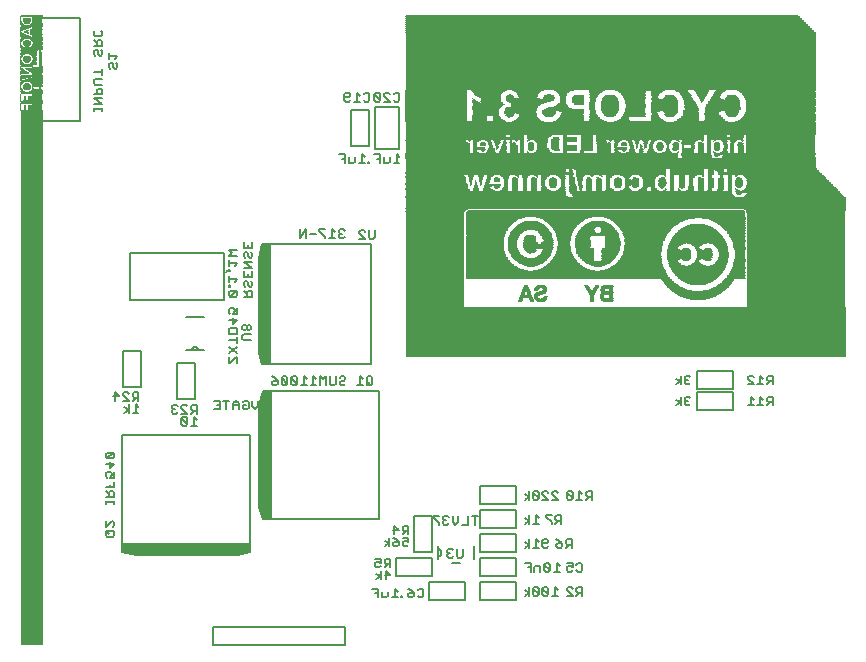
<source format=gbo>
G75*
G70*
%OFA0B0*%
%FSLAX24Y24*%
%IPPOS*%
%LPD*%
%AMOC8*
5,1,8,0,0,1.08239X$1,22.5*
%
%ADD10R,1.4657X0.0014*%
%ADD11R,1.4657X0.0014*%
%ADD12R,0.1986X0.0014*%
%ADD13R,0.3314X0.0014*%
%ADD14R,0.1957X0.0014*%
%ADD15R,0.3286X0.0014*%
%ADD16R,0.1943X0.0014*%
%ADD17R,0.3286X0.0014*%
%ADD18R,0.1943X0.0014*%
%ADD19R,0.0157X0.0014*%
%ADD20R,0.0143X0.0014*%
%ADD21R,0.0128X0.0014*%
%ADD22R,0.0243X0.0014*%
%ADD23R,0.0343X0.0014*%
%ADD24R,0.0129X0.0014*%
%ADD25R,0.0300X0.0014*%
%ADD26R,0.0371X0.0014*%
%ADD27R,0.0329X0.0014*%
%ADD28R,0.0400X0.0014*%
%ADD29R,0.0143X0.0014*%
%ADD30R,0.0129X0.0014*%
%ADD31R,0.0372X0.0014*%
%ADD32R,0.0128X0.0014*%
%ADD33R,0.0414X0.0014*%
%ADD34R,0.0386X0.0014*%
%ADD35R,0.0428X0.0014*%
%ADD36R,0.0385X0.0014*%
%ADD37R,0.0414X0.0014*%
%ADD38R,0.0557X0.0014*%
%ADD39R,0.0171X0.0014*%
%ADD40R,0.0200X0.0014*%
%ADD41R,0.0443X0.0014*%
%ADD42R,0.0686X0.0014*%
%ADD43R,0.0157X0.0014*%
%ADD44R,0.0172X0.0014*%
%ADD45R,0.0785X0.0014*%
%ADD46R,0.0442X0.0014*%
%ADD47R,0.0886X0.0014*%
%ADD48R,0.0971X0.0014*%
%ADD49R,0.0142X0.0014*%
%ADD50R,0.1043X0.0014*%
%ADD51R,0.0414X0.0014*%
%ADD52R,0.1114X0.0014*%
%ADD53R,0.1171X0.0014*%
%ADD54R,0.1243X0.0014*%
%ADD55R,0.0215X0.0014*%
%ADD56R,0.1300X0.0014*%
%ADD57R,0.0242X0.0014*%
%ADD58R,0.0158X0.0014*%
%ADD59R,0.1343X0.0014*%
%ADD60R,0.0172X0.0014*%
%ADD61R,0.1400X0.0014*%
%ADD62R,0.0328X0.0014*%
%ADD63R,0.0200X0.0014*%
%ADD64R,0.0428X0.0014*%
%ADD65R,0.1443X0.0014*%
%ADD66R,0.1500X0.0014*%
%ADD67R,0.0228X0.0014*%
%ADD68R,0.1543X0.0014*%
%ADD69R,0.1585X0.0014*%
%ADD70R,0.0257X0.0014*%
%ADD71R,0.1629X0.0014*%
%ADD72R,0.0257X0.0014*%
%ADD73R,0.0286X0.0014*%
%ADD74R,0.1657X0.0014*%
%ADD75R,0.0115X0.0014*%
%ADD76R,0.0214X0.0014*%
%ADD77R,0.1700X0.0014*%
%ADD78R,0.0157X0.0014*%
%ADD79R,0.0314X0.0014*%
%ADD80R,0.0700X0.0014*%
%ADD81R,0.0714X0.0014*%
%ADD82R,0.0629X0.0014*%
%ADD83R,0.0642X0.0014*%
%ADD84R,0.0600X0.0014*%
%ADD85R,0.0557X0.0014*%
%ADD86R,0.0142X0.0014*%
%ADD87R,0.0528X0.0014*%
%ADD88R,0.0214X0.0014*%
%ADD89R,0.0514X0.0014*%
%ADD90R,0.0500X0.0014*%
%ADD91R,0.0486X0.0014*%
%ADD92R,0.0186X0.0014*%
%ADD93R,0.0386X0.0014*%
%ADD94R,0.0471X0.0014*%
%ADD95R,0.0485X0.0014*%
%ADD96R,0.0186X0.0014*%
%ADD97R,0.0372X0.0014*%
%ADD98R,0.0457X0.0014*%
%ADD99R,0.0472X0.0014*%
%ADD100R,0.0457X0.0014*%
%ADD101R,0.0429X0.0014*%
%ADD102R,0.0415X0.0014*%
%ADD103R,0.0400X0.0014*%
%ADD104R,0.0615X0.0014*%
%ADD105R,0.0372X0.0014*%
%ADD106R,0.0357X0.0014*%
%ADD107R,0.0700X0.0014*%
%ADD108R,0.0843X0.0014*%
%ADD109R,0.0358X0.0014*%
%ADD110R,0.0342X0.0014*%
%ADD111R,0.0900X0.0014*%
%ADD112R,0.0343X0.0014*%
%ADD113R,0.0957X0.0014*%
%ADD114R,0.1015X0.0014*%
%ADD115R,0.1043X0.0014*%
%ADD116R,0.0328X0.0014*%
%ADD117R,0.1100X0.0014*%
%ADD118R,0.0314X0.0014*%
%ADD119R,0.1129X0.0014*%
%ADD120R,0.0315X0.0014*%
%ADD121R,0.1185X0.0014*%
%ADD122R,0.0300X0.0014*%
%ADD123R,0.1215X0.0014*%
%ADD124R,0.6786X0.0014*%
%ADD125R,0.0643X0.0014*%
%ADD126R,0.6772X0.0014*%
%ADD127R,0.1329X0.0014*%
%ADD128R,0.0628X0.0014*%
%ADD129R,0.6757X0.0014*%
%ADD130R,0.1357X0.0014*%
%ADD131R,0.6743X0.0014*%
%ADD132R,0.1385X0.0014*%
%ADD133R,0.0614X0.0014*%
%ADD134R,0.1415X0.0014*%
%ADD135R,0.6729X0.0014*%
%ADD136R,0.0586X0.0014*%
%ADD137R,0.6714X0.0014*%
%ADD138R,0.1471X0.0014*%
%ADD139R,0.0571X0.0014*%
%ADD140R,0.6700X0.0014*%
%ADD141R,0.1529X0.0014*%
%ADD142R,0.6686X0.0014*%
%ADD143R,0.1557X0.0014*%
%ADD144R,0.0543X0.0014*%
%ADD145R,0.6672X0.0014*%
%ADD146R,0.1600X0.0014*%
%ADD147R,0.6657X0.0014*%
%ADD148R,0.1615X0.0014*%
%ADD149R,0.0514X0.0014*%
%ADD150R,0.6657X0.0014*%
%ADD151R,0.1643X0.0014*%
%ADD152R,0.0514X0.0014*%
%ADD153R,0.6643X0.0014*%
%ADD154R,0.1671X0.0014*%
%ADD155R,0.1685X0.0014*%
%ADD156R,0.6629X0.0014*%
%ADD157R,0.2072X0.0014*%
%ADD158R,0.2085X0.0014*%
%ADD159R,0.2172X0.0014*%
%ADD160R,0.1729X0.0014*%
%ADD161R,0.1972X0.0014*%
%ADD162R,0.1885X0.0014*%
%ADD163R,0.2057X0.0014*%
%ADD164R,0.1743X0.0014*%
%ADD165R,0.0471X0.0014*%
%ADD166R,0.1914X0.0014*%
%ADD167R,0.1757X0.0014*%
%ADD168R,0.2000X0.0014*%
%ADD169R,0.1872X0.0014*%
%ADD170R,0.1928X0.0014*%
%ADD171R,0.1785X0.0014*%
%ADD172R,0.1829X0.0014*%
%ADD173R,0.1886X0.0014*%
%ADD174R,0.1786X0.0014*%
%ADD175R,0.1515X0.0014*%
%ADD176R,0.1843X0.0014*%
%ADD177R,0.1815X0.0014*%
%ADD178R,0.1757X0.0014*%
%ADD179R,0.1457X0.0014*%
%ADD180R,0.1814X0.0014*%
%ADD181R,0.1686X0.0014*%
%ADD182R,0.1300X0.0014*%
%ADD183R,0.1729X0.0014*%
%ADD184R,0.1871X0.0014*%
%ADD185R,0.1257X0.0014*%
%ADD186R,0.1871X0.0014*%
%ADD187R,0.1215X0.0014*%
%ADD188R,0.1900X0.0014*%
%ADD189R,0.1614X0.0014*%
%ADD190R,0.0586X0.0014*%
%ADD191R,0.1628X0.0014*%
%ADD192R,0.1586X0.0014*%
%ADD193R,0.0472X0.0014*%
%ADD194R,0.1557X0.0014*%
%ADD195R,0.1071X0.0014*%
%ADD196R,0.1571X0.0014*%
%ADD197R,0.1543X0.0014*%
%ADD198R,0.0686X0.0014*%
%ADD199R,0.1557X0.0014*%
%ADD200R,0.0414X0.0014*%
%ADD201R,0.0742X0.0014*%
%ADD202R,0.0743X0.0014*%
%ADD203R,0.1514X0.0014*%
%ADD204R,0.0786X0.0014*%
%ADD205R,0.0985X0.0014*%
%ADD206R,0.0828X0.0014*%
%ADD207R,0.0357X0.0014*%
%ADD208R,0.1486X0.0014*%
%ADD209R,0.0872X0.0014*%
%ADD210R,0.0929X0.0014*%
%ADD211R,0.0871X0.0014*%
%ADD212R,0.1472X0.0014*%
%ADD213R,0.0914X0.0014*%
%ADD214R,0.0900X0.0014*%
%ADD215R,0.0914X0.0014*%
%ADD216R,0.1472X0.0014*%
%ADD217R,0.1457X0.0014*%
%ADD218R,0.0942X0.0014*%
%ADD219R,0.0943X0.0014*%
%ADD220R,0.0986X0.0014*%
%ADD221R,0.0843X0.0014*%
%ADD222R,0.0371X0.0014*%
%ADD223R,0.0358X0.0014*%
%ADD224R,0.1442X0.0014*%
%ADD225R,0.0100X0.0014*%
%ADD226R,0.0357X0.0014*%
%ADD227R,0.1443X0.0014*%
%ADD228R,0.1014X0.0014*%
%ADD229R,0.0815X0.0014*%
%ADD230R,0.1428X0.0014*%
%ADD231R,0.0100X0.0014*%
%ADD232R,0.0342X0.0014*%
%ADD233R,0.1429X0.0014*%
%ADD234R,0.1414X0.0014*%
%ADD235R,0.0229X0.0014*%
%ADD236R,0.1072X0.0014*%
%ADD237R,0.0771X0.0014*%
%ADD238R,0.0258X0.0014*%
%ADD239R,0.0757X0.0014*%
%ADD240R,0.0272X0.0014*%
%ADD241R,0.1128X0.0014*%
%ADD242R,0.0729X0.0014*%
%ADD243R,0.1386X0.0014*%
%ADD244R,0.1371X0.0014*%
%ADD245R,0.0772X0.0014*%
%ADD246R,0.1372X0.0014*%
%ADD247R,0.0472X0.0014*%
%ADD248R,0.0457X0.0014*%
%ADD249R,0.0458X0.0014*%
%ADD250R,0.1357X0.0014*%
%ADD251R,0.0772X0.0014*%
%ADD252R,0.0329X0.0014*%
%ADD253R,0.1372X0.0014*%
%ADD254R,0.0671X0.0014*%
%ADD255R,0.1357X0.0014*%
%ADD256R,0.0485X0.0014*%
%ADD257R,0.1328X0.0014*%
%ADD258R,0.1314X0.0014*%
%ADD259R,0.0515X0.0014*%
%ADD260R,0.0585X0.0014*%
%ADD261R,0.1314X0.0014*%
%ADD262R,0.0585X0.0014*%
%ADD263R,0.0543X0.0014*%
%ADD264R,0.0529X0.0014*%
%ADD265R,0.1286X0.0014*%
%ADD266R,0.0786X0.0014*%
%ADD267R,0.0514X0.0014*%
%ADD268R,0.1314X0.0014*%
%ADD269R,0.0529X0.0014*%
%ADD270R,0.1286X0.0014*%
%ADD271R,0.0558X0.0014*%
%ADD272R,0.1271X0.0014*%
%ADD273R,0.0072X0.0014*%
%ADD274R,0.0572X0.0014*%
%ADD275R,0.0286X0.0014*%
%ADD276R,0.0500X0.0014*%
%ADD277R,0.0572X0.0014*%
%ADD278R,0.1257X0.0014*%
%ADD279R,0.0314X0.0014*%
%ADD280R,0.1272X0.0014*%
%ADD281R,0.1242X0.0014*%
%ADD282R,0.1257X0.0014*%
%ADD283R,0.0614X0.0014*%
%ADD284R,0.1257X0.0014*%
%ADD285R,0.0614X0.0014*%
%ADD286R,0.0600X0.0014*%
%ADD287R,0.1242X0.0014*%
%ADD288R,0.0214X0.0014*%
%ADD289R,0.0228X0.0014*%
%ADD290R,0.0957X0.0014*%
%ADD291R,0.0114X0.0014*%
%ADD292R,0.0986X0.0014*%
%ADD293R,0.1243X0.0014*%
%ADD294R,0.0429X0.0014*%
%ADD295R,0.0472X0.0014*%
%ADD296R,0.1271X0.0014*%
%ADD297R,0.0458X0.0014*%
%ADD298R,0.0443X0.0014*%
%ADD299R,0.1314X0.0014*%
%ADD300R,0.1785X0.0014*%
%ADD301R,0.1771X0.0014*%
%ADD302R,0.1342X0.0014*%
%ADD303R,0.1757X0.0014*%
%ADD304R,0.1272X0.0014*%
%ADD305R,0.0486X0.0014*%
%ADD306R,0.1386X0.0014*%
%ADD307R,0.1671X0.0014*%
%ADD308R,0.1615X0.0014*%
%ADD309R,0.0372X0.0014*%
%ADD310R,0.1485X0.0014*%
%ADD311R,0.1500X0.0014*%
%ADD312R,0.0571X0.0014*%
%ADD313R,0.1485X0.0014*%
%ADD314R,0.1343X0.0014*%
%ADD315R,0.0643X0.0014*%
%ADD316R,0.0515X0.0014*%
%ADD317R,0.1600X0.0014*%
%ADD318R,0.0657X0.0014*%
%ADD319R,0.1642X0.0014*%
%ADD320R,0.1672X0.0014*%
%ADD321R,0.1157X0.0014*%
%ADD322R,0.1143X0.0014*%
%ADD323R,0.1142X0.0014*%
%ADD324R,0.1714X0.0014*%
%ADD325R,0.0714X0.0014*%
%ADD326R,0.1114X0.0014*%
%ADD327R,0.0728X0.0014*%
%ADD328R,0.1414X0.0014*%
%ADD329R,0.1086X0.0014*%
%ADD330R,0.0757X0.0014*%
%ADD331R,0.1772X0.0014*%
%ADD332R,0.1015X0.0014*%
%ADD333R,0.0743X0.0014*%
%ADD334R,0.1058X0.0014*%
%ADD335R,0.1800X0.0014*%
%ADD336R,0.1028X0.0014*%
%ADD337R,0.1000X0.0014*%
%ADD338R,0.0972X0.0014*%
%ADD339R,0.0800X0.0014*%
%ADD340R,0.0928X0.0014*%
%ADD341R,0.0814X0.0014*%
%ADD342R,0.0858X0.0014*%
%ADD343R,0.0929X0.0014*%
%ADD344R,0.0857X0.0014*%
%ADD345R,0.1971X0.0014*%
%ADD346R,0.0814X0.0014*%
%ADD347R,0.2000X0.0014*%
%ADD348R,0.2043X0.0014*%
%ADD349R,0.0714X0.0014*%
%ADD350R,0.2071X0.0014*%
%ADD351R,0.0672X0.0014*%
%ADD352R,0.2114X0.0014*%
%ADD353R,0.1572X0.0014*%
%ADD354R,0.2143X0.0014*%
%ADD355R,0.2186X0.0014*%
%ADD356R,0.1614X0.0014*%
%ADD357R,0.1157X0.0014*%
%ADD358R,0.2228X0.0014*%
%ADD359R,0.1014X0.0014*%
%ADD360R,0.2286X0.0014*%
%ADD361R,0.2328X0.0014*%
%ADD362R,0.1672X0.0014*%
%ADD363R,0.2386X0.0014*%
%ADD364R,0.1686X0.0014*%
%ADD365R,0.2443X0.0014*%
%ADD366R,0.2515X0.0014*%
%ADD367R,0.2586X0.0014*%
%ADD368R,0.1228X0.0014*%
%ADD369R,0.2672X0.0014*%
%ADD370R,0.2771X0.0014*%
%ADD371R,0.2914X0.0014*%
%ADD372R,0.4657X0.0014*%
%ADD373R,0.1957X0.0014*%
%ADD374R,0.4714X0.0014*%
%ADD375R,0.2015X0.0014*%
%ADD376R,0.4800X0.0014*%
%ADD377R,0.9300X0.0014*%
%ADD378R,0.9300X0.0014*%
%ADD379R,0.1957X0.0014*%
%ADD380R,0.9286X0.0014*%
%ADD381R,0.9272X0.0014*%
%ADD382R,0.3300X0.0014*%
%ADD383R,0.1971X0.0014*%
%ADD384R,0.9243X0.0014*%
%ADD385R,0.9214X0.0014*%
%ADD386R,0.9172X0.0014*%
%ADD387R,0.3329X0.0014*%
%ADD388R,0.2014X0.0014*%
%ADD389R,0.3343X0.0014*%
%ADD390R,0.2028X0.0014*%
%ADD391R,0.3357X0.0014*%
%ADD392R,0.3386X0.0014*%
%ADD393R,0.2100X0.0014*%
%ADD394R,0.3443X0.0014*%
%ADD395R,1.4643X0.0014*%
%ADD396R,0.5414X0.0014*%
%ADD397R,0.5485X0.0014*%
%ADD398R,0.3414X0.0014*%
%ADD399R,0.5386X0.0014*%
%ADD400R,0.5429X0.0014*%
%ADD401R,0.5371X0.0014*%
%ADD402R,0.5400X0.0014*%
%ADD403R,0.5357X0.0014*%
%ADD404R,0.3272X0.0014*%
%ADD405R,0.5343X0.0014*%
%ADD406R,0.3243X0.0014*%
%ADD407R,0.5343X0.0014*%
%ADD408R,0.3229X0.0014*%
%ADD409R,0.5328X0.0014*%
%ADD410R,0.5357X0.0014*%
%ADD411R,0.3200X0.0014*%
%ADD412R,0.3185X0.0014*%
%ADD413R,0.3157X0.0014*%
%ADD414R,0.3143X0.0014*%
%ADD415R,0.5314X0.0014*%
%ADD416R,0.5414X0.0014*%
%ADD417R,0.3129X0.0014*%
%ADD418R,0.5428X0.0014*%
%ADD419R,0.3114X0.0014*%
%ADD420R,0.5314X0.0014*%
%ADD421R,0.5428X0.0014*%
%ADD422R,0.3457X0.0014*%
%ADD423R,0.3000X0.0014*%
%ADD424R,0.0271X0.0014*%
%ADD425R,0.0542X0.0014*%
%ADD426R,0.0715X0.0014*%
%ADD427R,0.3428X0.0014*%
%ADD428R,0.2114X0.0014*%
%ADD429R,0.0086X0.0014*%
%ADD430R,0.0272X0.0014*%
%ADD431R,0.3214X0.0014*%
%ADD432R,0.0071X0.0014*%
%ADD433R,0.3157X0.0014*%
%ADD434R,0.0058X0.0014*%
%ADD435R,0.0057X0.0014*%
%ADD436R,0.3115X0.0014*%
%ADD437R,0.0285X0.0014*%
%ADD438R,0.0043X0.0014*%
%ADD439R,0.0042X0.0014*%
%ADD440R,0.3085X0.0014*%
%ADD441R,0.2100X0.0014*%
%ADD442R,0.0171X0.0014*%
%ADD443R,0.0271X0.0014*%
%ADD444R,0.0229X0.0014*%
%ADD445R,0.0157X0.0014*%
%ADD446R,0.0215X0.0014*%
%ADD447R,0.0257X0.0014*%
%ADD448R,0.0029X0.0014*%
%ADD449R,0.0028X0.0014*%
%ADD450R,0.0115X0.0014*%
%ADD451R,0.3057X0.0014*%
%ADD452R,0.0015X0.0014*%
%ADD453R,0.0014X0.0014*%
%ADD454R,0.0014X0.0014*%
%ADD455R,0.3029X0.0014*%
%ADD456R,0.2086X0.0014*%
%ADD457R,0.2971X0.0014*%
%ADD458R,0.2957X0.0014*%
%ADD459R,0.0185X0.0014*%
%ADD460R,0.2929X0.0014*%
%ADD461R,0.2914X0.0014*%
%ADD462R,0.2071X0.0014*%
%ADD463R,0.0114X0.0014*%
%ADD464R,0.0243X0.0014*%
%ADD465R,0.0214X0.0014*%
%ADD466R,0.0172X0.0014*%
%ADD467R,0.2900X0.0014*%
%ADD468R,0.2872X0.0014*%
%ADD469R,0.0029X0.0014*%
%ADD470R,0.0028X0.0014*%
%ADD471R,0.2857X0.0014*%
%ADD472R,0.2843X0.0014*%
%ADD473R,0.2829X0.0014*%
%ADD474R,0.2815X0.0014*%
%ADD475R,0.0057X0.0014*%
%ADD476R,0.2800X0.0014*%
%ADD477R,0.2028X0.0014*%
%ADD478R,0.0071X0.0014*%
%ADD479R,0.0057X0.0014*%
%ADD480R,0.0072X0.0014*%
%ADD481R,0.0258X0.0014*%
%ADD482R,0.0257X0.0014*%
%ADD483R,0.2786X0.0014*%
%ADD484R,0.0072X0.0014*%
%ADD485R,0.2772X0.0014*%
%ADD486R,0.2757X0.0014*%
%ADD487R,0.2014X0.0014*%
%ADD488R,0.0085X0.0014*%
%ADD489R,0.2743X0.0014*%
%ADD490R,0.2729X0.0014*%
%ADD491R,0.2715X0.0014*%
%ADD492R,0.2700X0.0014*%
%ADD493R,0.0185X0.0014*%
%ADD494R,0.2686X0.0014*%
%ADD495R,0.2686X0.0014*%
%ADD496R,0.2671X0.0014*%
%ADD497R,0.2657X0.0014*%
%ADD498R,0.2657X0.0014*%
%ADD499R,0.0114X0.0014*%
%ADD500R,0.2643X0.0014*%
%ADD501R,0.0015X0.0014*%
%ADD502R,0.2643X0.0014*%
%ADD503R,0.2642X0.0014*%
%ADD504R,0.5586X0.0014*%
%ADD505R,0.3457X0.0014*%
%ADD506R,0.5586X0.0014*%
%ADD507R,0.3000X0.0014*%
%ADD508R,0.1143X0.0014*%
%ADD509R,0.3443X0.0014*%
%ADD510R,0.5571X0.0014*%
%ADD511R,0.3429X0.0014*%
%ADD512R,0.3014X0.0014*%
%ADD513R,0.3400X0.0014*%
%ADD514R,0.3086X0.0014*%
%ADD515R,0.3072X0.0014*%
%ADD516R,0.3028X0.0014*%
%ADD517R,0.3057X0.0014*%
%ADD518R,0.3028X0.0014*%
%ADD519R,0.3043X0.0014*%
%ADD520R,0.3043X0.0014*%
%ADD521R,0.2986X0.0014*%
%ADD522R,0.5543X0.0014*%
%ADD523R,0.8058X0.0014*%
%ADD524R,1.3671X0.0014*%
%ADD525R,1.3657X0.0014*%
%ADD526R,1.3657X0.0014*%
%ADD527R,1.0286X0.0014*%
%ADD528R,0.3186X0.0014*%
%ADD529R,0.9100X0.0014*%
%ADD530R,0.1057X0.0014*%
%ADD531R,0.1014X0.0014*%
%ADD532R,0.3100X0.0014*%
%ADD533R,0.9100X0.0014*%
%ADD534R,0.3086X0.0014*%
%ADD535R,0.3071X0.0014*%
%ADD536R,0.2500X0.0014*%
%ADD537R,0.2143X0.0014*%
%ADD538R,0.0629X0.0014*%
%ADD539R,0.0072X0.0014*%
%ADD540R,0.2300X0.0014*%
%ADD541R,0.2300X0.0014*%
%ADD542R,0.0172X0.0014*%
%ADD543R,0.0114X0.0014*%
%ADD544R,0.0057X0.0014*%
%ADD545R,0.0058X0.0014*%
%ADD546R,0.0085X0.0014*%
%ADD547R,0.0086X0.0014*%
%ADD548R,0.2128X0.0014*%
%ADD549R,0.2128X0.0014*%
%ADD550R,0.0158X0.0014*%
%ADD551R,0.1986X0.0014*%
%ADD552R,0.0043X0.0014*%
%ADD553R,0.0042X0.0014*%
%ADD554R,0.3943X0.0014*%
%ADD555R,0.3571X0.0014*%
%ADD556R,0.1229X0.0014*%
%ADD557R,0.3943X0.0014*%
%ADD558R,0.0714X0.0014*%
%ADD559R,0.3571X0.0014*%
%ADD560R,0.1229X0.0014*%
%ADD561R,0.3357X0.0014*%
%ADD562R,0.0871X0.0014*%
%ADD563R,0.4743X0.0014*%
%ADD564R,0.8886X0.0014*%
%ADD565R,0.2614X0.0014*%
%ADD566R,0.0757X0.0014*%
%ADD567R,0.0857X0.0014*%
%ADD568R,0.0672X0.0014*%
%ADD569R,0.2557X0.0014*%
%ADD570R,0.2043X0.0014*%
%ADD571R,0.0815X0.0014*%
%ADD572R,0.0885X0.0014*%
%ADD573R,0.0415X0.0014*%
%ADD574R,0.2529X0.0014*%
%ADD575R,0.0685X0.0014*%
%ADD576R,0.2514X0.0014*%
%ADD577R,0.0857X0.0014*%
%ADD578R,0.0657X0.0014*%
%ADD579R,0.2486X0.0014*%
%ADD580R,0.0842X0.0014*%
%ADD581R,0.2471X0.0014*%
%ADD582R,0.2457X0.0014*%
%ADD583R,0.0572X0.0014*%
%ADD584R,0.2429X0.0014*%
%ADD585R,0.0800X0.0014*%
%ADD586R,0.2414X0.0014*%
%ADD587R,0.2414X0.0014*%
%ADD588R,0.0758X0.0014*%
%ADD589R,0.2400X0.0014*%
%ADD590R,0.2371X0.0014*%
%ADD591R,0.0886X0.0014*%
%ADD592R,0.0715X0.0014*%
%ADD593R,0.0528X0.0014*%
%ADD594R,0.2357X0.0014*%
%ADD595R,0.2357X0.0014*%
%ADD596R,0.2343X0.0014*%
%ADD597R,0.2329X0.0014*%
%ADD598R,0.1057X0.0014*%
%ADD599R,0.1371X0.0014*%
%ADD600R,0.0557X0.0014*%
%ADD601R,0.2329X0.0014*%
%ADD602R,0.0885X0.0014*%
%ADD603R,0.2314X0.0014*%
%ADD604R,0.1057X0.0014*%
%ADD605R,0.1172X0.0014*%
%ADD606R,0.0915X0.0014*%
%ADD607R,0.0915X0.0014*%
%ADD608R,0.0658X0.0014*%
%ADD609R,0.1172X0.0014*%
%ADD610R,0.2314X0.0014*%
%ADD611R,0.1029X0.0014*%
%ADD612R,0.0658X0.0014*%
%ADD613R,0.0958X0.0014*%
%ADD614R,0.1115X0.0014*%
%ADD615R,0.1058X0.0014*%
%ADD616R,0.0957X0.0014*%
%ADD617R,0.1115X0.0014*%
%ADD618R,0.1086X0.0014*%
%ADD619R,0.1072X0.0014*%
%ADD620R,0.0672X0.0014*%
%ADD621R,0.0657X0.0014*%
%ADD622R,0.1128X0.0014*%
%ADD623R,0.0385X0.0014*%
%ADD624R,0.2343X0.0014*%
%ADD625R,0.0315X0.0014*%
%ADD626R,0.0272X0.0014*%
%ADD627R,0.0242X0.0014*%
%ADD628R,0.0314X0.0014*%
%ADD629R,0.2400X0.0014*%
%ADD630R,0.0971X0.0014*%
%ADD631R,0.2486X0.0014*%
%ADD632R,0.0858X0.0014*%
%ADD633R,0.2543X0.0014*%
%ADD634R,0.2600X0.0014*%
%ADD635R,0.2629X0.0014*%
%ADD636R,0.4657X0.0014*%
%ADD637R,0.1800X0.0014*%
%ADD638R,0.1757X0.0014*%
%ADD639R,0.1843X0.0014*%
%ADD640R,1.3643X0.0014*%
%ADD641R,1.3628X0.0014*%
%ADD642R,1.3614X0.0014*%
%ADD643R,1.3600X0.0014*%
%ADD644R,1.3586X0.0014*%
%ADD645R,1.3571X0.0014*%
%ADD646R,1.3557X0.0014*%
%ADD647R,1.3543X0.0014*%
%ADD648R,1.3528X0.0014*%
%ADD649R,1.3514X0.0014*%
%ADD650R,1.3500X0.0014*%
%ADD651R,1.3486X0.0014*%
%ADD652R,1.3471X0.0014*%
%ADD653R,1.3457X0.0014*%
%ADD654R,1.3443X0.0014*%
%ADD655R,1.3428X0.0014*%
%ADD656R,1.3414X0.0014*%
%ADD657R,1.3400X0.0014*%
%ADD658R,1.3386X0.0014*%
%ADD659R,1.3371X0.0014*%
%ADD660R,1.3357X0.0014*%
%ADD661R,1.3343X0.0014*%
%ADD662R,1.3328X0.0014*%
%ADD663R,1.3314X0.0014*%
%ADD664R,1.3300X0.0014*%
%ADD665R,1.3286X0.0014*%
%ADD666R,1.3271X0.0014*%
%ADD667R,1.3257X0.0014*%
%ADD668R,1.3243X0.0014*%
%ADD669R,1.3228X0.0014*%
%ADD670R,1.3214X0.0014*%
%ADD671R,1.3200X0.0014*%
%ADD672R,1.3186X0.0014*%
%ADD673R,1.3171X0.0014*%
%ADD674R,1.3157X0.0014*%
%ADD675R,1.3143X0.0014*%
%ADD676R,1.3128X0.0014*%
%ADD677R,1.3114X0.0014*%
%ADD678R,1.3100X0.0014*%
%ADD679R,1.3086X0.0014*%
%ADD680R,1.3071X0.0014*%
%ADD681R,0.0730X0.0010*%
%ADD682R,0.0030X0.0010*%
%ADD683R,0.0640X0.0010*%
%ADD684R,0.0090X0.0010*%
%ADD685R,0.0490X0.0010*%
%ADD686R,0.0340X0.0010*%
%ADD687R,0.0150X0.0010*%
%ADD688R,0.0450X0.0010*%
%ADD689R,0.0120X0.0010*%
%ADD690R,0.0420X0.0010*%
%ADD691R,0.0100X0.0010*%
%ADD692R,0.0400X0.0010*%
%ADD693R,0.0390X0.0010*%
%ADD694R,0.0080X0.0010*%
%ADD695R,0.0380X0.0010*%
%ADD696R,0.0070X0.0010*%
%ADD697R,0.0370X0.0010*%
%ADD698R,0.0060X0.0010*%
%ADD699R,0.0360X0.0010*%
%ADD700R,0.0050X0.0010*%
%ADD701R,0.0190X0.0010*%
%ADD702R,0.0350X0.0010*%
%ADD703R,0.0040X0.0010*%
%ADD704R,0.0210X0.0010*%
%ADD705R,0.0230X0.0010*%
%ADD706R,0.0240X0.0010*%
%ADD707R,0.0250X0.0010*%
%ADD708R,0.0020X0.0010*%
%ADD709R,0.0260X0.0010*%
%ADD710R,0.0270X0.0010*%
%ADD711R,0.0330X0.0010*%
%ADD712R,0.0140X0.0010*%
%ADD713R,0.0510X0.0010*%
%ADD714R,0.0680X0.0010*%
%ADD715R,0.0600X0.0010*%
%ADD716R,0.0560X0.0010*%
%ADD717R,0.0470X0.0010*%
%ADD718R,0.0130X0.0010*%
%ADD719R,0.0430X0.0010*%
%ADD720R,0.0170X0.0010*%
%ADD721R,0.0300X0.0010*%
%ADD722R,0.0280X0.0010*%
%ADD723R,0.0410X0.0010*%
%ADD724R,0.0200X0.0010*%
%ADD725R,0.0180X0.0010*%
%ADD726R,0.0440X0.0010*%
%ADD727R,0.0160X0.0010*%
%ADD728R,0.0460X0.0010*%
%ADD729R,0.0480X0.0010*%
%ADD730R,0.0110X0.0010*%
%ADD731R,0.0520X0.0010*%
%ADD732R,0.0540X0.0010*%
%ADD733R,0.0570X0.0010*%
%ADD734R,0.0580X0.0010*%
%ADD735R,0.0530X0.0010*%
%ADD736R,0.0220X0.0010*%
%ADD737R,0.0290X0.0010*%
%ADD738R,0.0550X0.0010*%
%ADD739R,0.0310X0.0010*%
%ADD740C,0.0050*%
%ADD741C,0.0060*%
D10*
X021634Y010103D03*
X021634Y010203D03*
X021634Y010303D03*
X021634Y010403D03*
X021634Y010503D03*
X021634Y010603D03*
X021634Y010703D03*
X021634Y010803D03*
X021634Y010903D03*
X021634Y011003D03*
X021634Y011103D03*
X021634Y011203D03*
X021634Y011303D03*
X021634Y011403D03*
X021634Y011503D03*
X021634Y011603D03*
X021634Y011703D03*
X021634Y015103D03*
X021634Y015203D03*
X021634Y015303D03*
X021634Y015403D03*
D11*
X021634Y015389D03*
X021634Y015374D03*
X021634Y015360D03*
X021634Y015346D03*
X021634Y015331D03*
X021634Y015317D03*
X021634Y015289D03*
X021634Y015274D03*
X021634Y015260D03*
X021634Y015246D03*
X021634Y015231D03*
X021634Y015217D03*
X021634Y015189D03*
X021634Y015174D03*
X021634Y015160D03*
X021634Y015146D03*
X021634Y015131D03*
X021634Y015117D03*
X021634Y015089D03*
X021634Y015074D03*
X021634Y015060D03*
X021634Y011746D03*
X021634Y011731D03*
X021634Y011717D03*
X021634Y011689D03*
X021634Y011674D03*
X021634Y011660D03*
X021634Y011646D03*
X021634Y011631D03*
X021634Y011617D03*
X021634Y011589D03*
X021634Y011574D03*
X021634Y011560D03*
X021634Y011546D03*
X021634Y011531D03*
X021634Y011517D03*
X021634Y011489D03*
X021634Y011474D03*
X021634Y011460D03*
X021634Y011446D03*
X021634Y011431D03*
X021634Y011417D03*
X021634Y011389D03*
X021634Y011374D03*
X021634Y011360D03*
X021634Y011346D03*
X021634Y011331D03*
X021634Y011317D03*
X021634Y011289D03*
X021634Y011274D03*
X021634Y011260D03*
X021634Y011246D03*
X021634Y011231D03*
X021634Y011217D03*
X021634Y011189D03*
X021634Y011174D03*
X021634Y011160D03*
X021634Y011146D03*
X021634Y011131D03*
X021634Y011117D03*
X021634Y011089D03*
X021634Y011074D03*
X021634Y011060D03*
X021634Y011046D03*
X021634Y011031D03*
X021634Y011017D03*
X021634Y010989D03*
X021634Y010974D03*
X021634Y010960D03*
X021634Y010946D03*
X021634Y010931D03*
X021634Y010917D03*
X021634Y010889D03*
X021634Y010874D03*
X021634Y010860D03*
X021634Y010846D03*
X021634Y010831D03*
X021634Y010817D03*
X021634Y010789D03*
X021634Y010774D03*
X021634Y010760D03*
X021634Y010746D03*
X021634Y010731D03*
X021634Y010717D03*
X021634Y010689D03*
X021634Y010674D03*
X021634Y010660D03*
X021634Y010646D03*
X021634Y010631D03*
X021634Y010617D03*
X021634Y010589D03*
X021634Y010574D03*
X021634Y010560D03*
X021634Y010546D03*
X021634Y010531D03*
X021634Y010517D03*
X021634Y010489D03*
X021634Y010474D03*
X021634Y010460D03*
X021634Y010446D03*
X021634Y010431D03*
X021634Y010417D03*
X021634Y010389D03*
X021634Y010374D03*
X021634Y010360D03*
X021634Y010346D03*
X021634Y010331D03*
X021634Y010317D03*
X021634Y010289D03*
X021634Y010274D03*
X021634Y010260D03*
X021634Y010246D03*
X021634Y010231D03*
X021634Y010217D03*
X021634Y010189D03*
X021634Y010174D03*
X021634Y010160D03*
X021634Y010146D03*
X021634Y010131D03*
X021634Y010117D03*
D12*
X015299Y011760D03*
X015299Y014974D03*
X015299Y016046D03*
X015299Y016060D03*
X015299Y016074D03*
X015299Y017274D03*
X015299Y017289D03*
X015299Y017331D03*
D13*
X027249Y015460D03*
X027306Y014974D03*
X027306Y011760D03*
D14*
X015284Y011774D03*
X015284Y011789D03*
X015284Y014889D03*
X015284Y014917D03*
X015284Y014931D03*
X015284Y016131D03*
X015284Y016146D03*
X015284Y016160D03*
D15*
X027320Y014917D03*
X027320Y014889D03*
X027320Y014874D03*
X027320Y014860D03*
X027320Y014846D03*
X027320Y014831D03*
X027320Y014817D03*
X027320Y014789D03*
X027320Y014774D03*
X027320Y014760D03*
X027320Y014746D03*
X027320Y014731D03*
X027320Y014717D03*
X027320Y014689D03*
X027320Y014674D03*
X027320Y014660D03*
X027320Y014646D03*
X027320Y014631D03*
X027320Y014617D03*
X027320Y014589D03*
X027320Y014574D03*
X027320Y014560D03*
X027320Y014546D03*
X027320Y014531D03*
X027320Y014517D03*
X027320Y014489D03*
X027320Y014474D03*
X027320Y014460D03*
X027320Y014446D03*
X027320Y014431D03*
X027320Y014417D03*
X027320Y014389D03*
X027320Y014374D03*
X027320Y014360D03*
X027320Y014346D03*
X027320Y014331D03*
X027320Y014317D03*
X027320Y014289D03*
X027320Y014274D03*
X027320Y014260D03*
X027320Y014246D03*
X027320Y014231D03*
X027320Y014217D03*
X027320Y014189D03*
X027320Y014174D03*
X027320Y014160D03*
X027320Y014146D03*
X027320Y014131D03*
X027320Y014117D03*
X027320Y014089D03*
X027320Y014074D03*
X027320Y014060D03*
X027320Y014046D03*
X027320Y014031D03*
X027320Y014017D03*
X027320Y013989D03*
X027320Y013974D03*
X027320Y013960D03*
X027320Y013946D03*
X027320Y013931D03*
X027320Y013917D03*
X027320Y013889D03*
X027320Y013874D03*
X027320Y013860D03*
X027320Y013846D03*
X027320Y013831D03*
X027320Y013817D03*
X027320Y013789D03*
X027320Y013774D03*
X027320Y013760D03*
X027320Y013746D03*
X027320Y013731D03*
X027320Y013717D03*
X027320Y013689D03*
X027320Y013674D03*
X027320Y013660D03*
X027320Y013646D03*
X027320Y013631D03*
X027320Y013617D03*
X027320Y013589D03*
X027320Y013574D03*
X027320Y013560D03*
X027320Y013546D03*
X027320Y013531D03*
X027320Y013517D03*
X027320Y013489D03*
X027320Y013474D03*
X027320Y013460D03*
X027320Y013446D03*
X027320Y013431D03*
X027320Y013417D03*
X027320Y013389D03*
X027320Y013374D03*
X027320Y013360D03*
X027320Y013346D03*
X027320Y013331D03*
X027320Y013317D03*
X027320Y013289D03*
X027320Y013274D03*
X027320Y013260D03*
X027320Y013246D03*
X027320Y013231D03*
X027320Y013217D03*
X027320Y013189D03*
X027320Y013174D03*
X027320Y013160D03*
X027320Y013146D03*
X027320Y013131D03*
X027320Y013117D03*
X027320Y013089D03*
X027320Y013074D03*
X027320Y013060D03*
X027320Y013046D03*
X027320Y013031D03*
X027320Y013017D03*
X027320Y012989D03*
X027320Y012974D03*
X027320Y012960D03*
X027320Y012946D03*
X027320Y012931D03*
X027320Y012917D03*
X027320Y012889D03*
X027320Y012874D03*
X027320Y012860D03*
X027320Y012846D03*
X027320Y012831D03*
X027320Y012817D03*
X027320Y012789D03*
X027320Y012774D03*
X027320Y012760D03*
X027320Y012746D03*
X027320Y012731D03*
X027320Y012717D03*
X027320Y012689D03*
X027320Y012674D03*
X027320Y012660D03*
X027320Y012646D03*
X027320Y012631D03*
X027320Y012617D03*
X027320Y012589D03*
X027320Y012574D03*
X027320Y012560D03*
X027320Y012546D03*
X027320Y012531D03*
X027320Y012517D03*
X027320Y012489D03*
X027320Y012474D03*
X027320Y012460D03*
X027320Y012446D03*
X027320Y012431D03*
X027320Y012417D03*
X027320Y012389D03*
X027320Y012374D03*
X027320Y012360D03*
X027320Y012346D03*
X027320Y012331D03*
X027320Y012317D03*
X027320Y012289D03*
X027320Y012274D03*
X027320Y012260D03*
X027320Y012246D03*
X027320Y012231D03*
X027320Y012217D03*
X027320Y012189D03*
X027320Y012174D03*
X027320Y012160D03*
X027320Y012146D03*
X027320Y012131D03*
X027320Y012117D03*
X027320Y012089D03*
X027320Y012074D03*
X027320Y012060D03*
X027320Y012046D03*
X027320Y012031D03*
X027320Y012017D03*
X027320Y011989D03*
X027320Y011974D03*
X027320Y011960D03*
X027320Y011946D03*
X027320Y011931D03*
X027320Y011917D03*
X027320Y011889D03*
X027320Y011874D03*
X027320Y011860D03*
X027320Y011846D03*
X027320Y011831D03*
X027320Y011817D03*
X027320Y011789D03*
X027320Y011774D03*
D16*
X015277Y011803D03*
X015277Y011903D03*
X015277Y012003D03*
X015277Y012103D03*
X015277Y012203D03*
X015277Y012303D03*
X015277Y012403D03*
X015277Y012503D03*
X015277Y012603D03*
X015277Y012703D03*
X015277Y012803D03*
X015277Y012903D03*
X015277Y013003D03*
X015277Y013103D03*
X015277Y013203D03*
X015277Y013303D03*
X015277Y013403D03*
X015277Y013503D03*
X015277Y013603D03*
X015277Y013703D03*
X015277Y013803D03*
X015277Y013903D03*
X015277Y014003D03*
X015277Y014103D03*
X015277Y014203D03*
X015277Y014303D03*
X015277Y014403D03*
X015277Y014503D03*
X015277Y014603D03*
X015277Y014703D03*
X015277Y014803D03*
D17*
X027320Y014803D03*
X027320Y014903D03*
X027320Y014703D03*
X027320Y014603D03*
X027320Y014503D03*
X027320Y014403D03*
X027320Y014303D03*
X027320Y014203D03*
X027320Y014103D03*
X027320Y014003D03*
X027320Y013903D03*
X027320Y013803D03*
X027320Y013703D03*
X027320Y013603D03*
X027320Y013503D03*
X027320Y013403D03*
X027320Y013303D03*
X027320Y013203D03*
X027320Y013103D03*
X027320Y013003D03*
X027320Y012903D03*
X027320Y012803D03*
X027320Y012703D03*
X027320Y012603D03*
X027320Y012503D03*
X027320Y012403D03*
X027320Y012303D03*
X027320Y012203D03*
X027320Y012103D03*
X027320Y012003D03*
X027320Y011903D03*
X027320Y011803D03*
D18*
X022334Y014489D03*
X015277Y014489D03*
X015277Y014474D03*
X015277Y014460D03*
X015277Y014446D03*
X015277Y014431D03*
X015277Y014417D03*
X015277Y014389D03*
X015277Y014374D03*
X015277Y014360D03*
X015277Y014346D03*
X015277Y014331D03*
X015277Y014317D03*
X015277Y014289D03*
X015277Y014274D03*
X015277Y014260D03*
X015277Y014246D03*
X015277Y014231D03*
X015277Y014217D03*
X015277Y014189D03*
X015277Y014174D03*
X015277Y014160D03*
X015277Y014146D03*
X015277Y014131D03*
X015277Y014117D03*
X015277Y014089D03*
X015277Y014074D03*
X015277Y014060D03*
X015277Y014046D03*
X015277Y014031D03*
X015277Y014017D03*
X015277Y013989D03*
X015277Y013974D03*
X015277Y013960D03*
X015277Y013946D03*
X015277Y013931D03*
X015277Y013917D03*
X015277Y013889D03*
X015277Y013874D03*
X015277Y013860D03*
X015277Y013846D03*
X015277Y013831D03*
X015277Y013817D03*
X015277Y013789D03*
X015277Y013774D03*
X015277Y013760D03*
X015277Y013746D03*
X015277Y013731D03*
X015277Y013717D03*
X015277Y013689D03*
X015277Y013674D03*
X015277Y013660D03*
X015277Y013646D03*
X015277Y013631D03*
X015277Y013617D03*
X015277Y013589D03*
X015277Y013574D03*
X015277Y013560D03*
X015277Y013546D03*
X015277Y013531D03*
X015277Y013517D03*
X015277Y013489D03*
X015277Y013474D03*
X015277Y013460D03*
X015277Y013446D03*
X015277Y013431D03*
X015277Y013417D03*
X015277Y013389D03*
X015277Y013374D03*
X015277Y013360D03*
X015277Y013346D03*
X015277Y013331D03*
X015277Y013317D03*
X015277Y013289D03*
X015277Y013274D03*
X015277Y013260D03*
X015277Y013246D03*
X015277Y013231D03*
X015277Y013217D03*
X015277Y013189D03*
X015277Y013174D03*
X015277Y013160D03*
X015277Y013146D03*
X015277Y013131D03*
X015277Y013117D03*
X015277Y013089D03*
X015277Y013074D03*
X015277Y013060D03*
X015277Y013046D03*
X015277Y013031D03*
X015277Y013017D03*
X015277Y012989D03*
X015277Y012974D03*
X015277Y012960D03*
X015277Y012946D03*
X015277Y012931D03*
X015277Y012917D03*
X015277Y012889D03*
X015277Y012874D03*
X015277Y012860D03*
X015277Y012846D03*
X015277Y012831D03*
X015277Y012817D03*
X015277Y012789D03*
X015277Y012774D03*
X015277Y012760D03*
X015277Y012746D03*
X015277Y012731D03*
X015277Y012717D03*
X015277Y012689D03*
X015277Y012674D03*
X015277Y012660D03*
X015277Y012646D03*
X015277Y012631D03*
X015277Y012617D03*
X015277Y012589D03*
X015277Y012574D03*
X015277Y012560D03*
X015277Y012546D03*
X015277Y012531D03*
X015277Y012517D03*
X015277Y012489D03*
X015277Y012474D03*
X015277Y012460D03*
X015277Y012446D03*
X015277Y012431D03*
X015277Y012417D03*
X015277Y012389D03*
X015277Y012374D03*
X015277Y012360D03*
X015277Y012346D03*
X015277Y012331D03*
X015277Y012317D03*
X015277Y012289D03*
X015277Y012274D03*
X015277Y012260D03*
X015277Y012246D03*
X015277Y012231D03*
X015277Y012217D03*
X015277Y012189D03*
X015277Y012174D03*
X015277Y012160D03*
X015277Y012146D03*
X015277Y012131D03*
X015277Y012117D03*
X015277Y012089D03*
X015277Y012074D03*
X015277Y012060D03*
X015277Y012046D03*
X015277Y012031D03*
X015277Y012017D03*
X015277Y011989D03*
X015277Y011974D03*
X015277Y011960D03*
X015277Y011946D03*
X015277Y011931D03*
X015277Y011917D03*
X015277Y011889D03*
X015277Y011874D03*
X015277Y011860D03*
X015277Y011846D03*
X015277Y011831D03*
X015277Y011817D03*
X015277Y014517D03*
X015277Y014531D03*
X015277Y014546D03*
X015277Y014560D03*
X015277Y014574D03*
X015277Y014589D03*
X015277Y014617D03*
X015277Y014631D03*
X015277Y014646D03*
X015277Y014660D03*
X015277Y014674D03*
X015277Y014689D03*
X015277Y014717D03*
X015277Y014731D03*
X015277Y014746D03*
X015277Y014760D03*
X015277Y014774D03*
X015277Y014789D03*
X015277Y014817D03*
X015277Y014831D03*
X015277Y014846D03*
X015277Y014860D03*
X015277Y014874D03*
D19*
X017027Y015874D03*
X017027Y015889D03*
X017627Y015746D03*
X017627Y015731D03*
X018898Y015774D03*
X018898Y015789D03*
X018898Y016017D03*
X018898Y016031D03*
X019827Y016117D03*
X019827Y016131D03*
X019827Y016146D03*
X020527Y016160D03*
X022298Y017289D03*
X023298Y017231D03*
X023827Y016060D03*
X023827Y016046D03*
X023827Y016031D03*
X023827Y016017D03*
X023827Y015989D03*
X023827Y015974D03*
X023827Y015960D03*
X023827Y015946D03*
X023827Y015931D03*
X023827Y015917D03*
X023827Y015889D03*
X023827Y015874D03*
X023827Y015860D03*
X023827Y015846D03*
X023827Y015831D03*
X023827Y015817D03*
X023827Y015789D03*
X024127Y016060D03*
X025098Y016060D03*
X025098Y016074D03*
X025098Y016089D03*
X025098Y016117D03*
X025098Y016131D03*
X025098Y016146D03*
X025098Y016160D03*
X025098Y016046D03*
X025098Y016031D03*
X025098Y016017D03*
X025098Y015989D03*
X025098Y015974D03*
X025098Y015960D03*
X025098Y015946D03*
X025098Y015931D03*
X025098Y015917D03*
X025098Y015889D03*
X025098Y015874D03*
X025098Y015860D03*
X025098Y015846D03*
X025098Y015831D03*
X025098Y015817D03*
X025098Y015789D03*
X025098Y015774D03*
X025098Y015760D03*
X025098Y015746D03*
X025098Y015731D03*
X025098Y015717D03*
X025098Y015689D03*
X025098Y015674D03*
X025098Y015660D03*
X025098Y015646D03*
X025427Y015774D03*
X025427Y016060D03*
X025198Y017246D03*
X025198Y017260D03*
X025198Y017274D03*
X024027Y013274D03*
X020627Y012374D03*
X020598Y012317D03*
X020398Y012346D03*
X018927Y012389D03*
X018798Y011946D03*
X016627Y016946D03*
X016627Y017260D03*
D20*
X016620Y017246D03*
X016620Y017231D03*
X016620Y016974D03*
X016620Y016960D03*
X017148Y017117D03*
X017148Y017131D03*
X017091Y017274D03*
X017077Y017289D03*
X017591Y017189D03*
X017591Y017174D03*
X017348Y016060D03*
X017077Y016074D03*
X017048Y015989D03*
X017034Y015946D03*
X017034Y015931D03*
X017034Y015917D03*
X016805Y016046D03*
X016648Y015760D03*
X016648Y015746D03*
X016648Y015731D03*
X017634Y015760D03*
X017634Y015774D03*
X018577Y016060D03*
X018891Y015989D03*
X018891Y015974D03*
X018891Y015846D03*
X018891Y015831D03*
X018891Y015817D03*
X019220Y016060D03*
X019548Y016017D03*
X019548Y015989D03*
X019548Y015831D03*
X019548Y015817D03*
X019548Y015789D03*
X019820Y016160D03*
X020120Y015917D03*
X020120Y015889D03*
X020120Y015874D03*
X020734Y016060D03*
X021048Y016031D03*
X021048Y016017D03*
X021048Y015789D03*
X021048Y015774D03*
X021691Y015817D03*
X021677Y016017D03*
X021334Y016960D03*
X021334Y017246D03*
X021334Y017260D03*
X021777Y017289D03*
X021848Y017060D03*
X021848Y017046D03*
X022020Y017260D03*
X022020Y017274D03*
X022291Y017274D03*
X022534Y017274D03*
X022548Y017289D03*
X022477Y017089D03*
X022477Y017074D03*
X022477Y017060D03*
X023034Y016989D03*
X023034Y017231D03*
X023034Y017246D03*
X023291Y016989D03*
X024134Y017231D03*
X024405Y017231D03*
X024405Y017217D03*
X024405Y017189D03*
X024405Y017174D03*
X024405Y017160D03*
X024405Y017146D03*
X024405Y017131D03*
X024405Y017117D03*
X024405Y017089D03*
X024405Y017074D03*
X024405Y017060D03*
X024405Y017046D03*
X024405Y017031D03*
X024405Y017017D03*
X024405Y016989D03*
X024405Y016974D03*
X024405Y016960D03*
X024405Y016946D03*
X024405Y016931D03*
X024405Y016917D03*
X024405Y017246D03*
X024405Y017260D03*
X024405Y017274D03*
X024405Y017289D03*
X024405Y017317D03*
X024405Y017331D03*
X024948Y017246D03*
X025191Y017231D03*
X025191Y017217D03*
X025191Y017189D03*
X025191Y017174D03*
X025191Y017160D03*
X025191Y017146D03*
X025191Y017131D03*
X025191Y017117D03*
X025191Y017089D03*
X025191Y017074D03*
X025191Y017060D03*
X025191Y017046D03*
X025191Y017031D03*
X025191Y017017D03*
X025191Y016989D03*
X025191Y016974D03*
X025191Y016960D03*
X025191Y016946D03*
X025191Y016931D03*
X025191Y016917D03*
X024948Y016989D03*
X023520Y015746D03*
X024020Y013760D03*
X020848Y012160D03*
X020834Y012131D03*
X020834Y012117D03*
X020834Y012089D03*
X020848Y012074D03*
X020505Y012160D03*
X020420Y012317D03*
X020405Y012331D03*
X020391Y012360D03*
X020377Y012389D03*
X020348Y012431D03*
X020334Y012460D03*
X020320Y012474D03*
X020605Y012331D03*
X020620Y012360D03*
X020691Y012474D03*
X018934Y012374D03*
X018934Y012317D03*
X018948Y012074D03*
X018648Y012131D03*
X018477Y012060D03*
X018491Y012017D03*
X018505Y011974D03*
X018148Y012031D03*
X018134Y011989D03*
X018120Y011960D03*
X018234Y012274D03*
X018320Y012474D03*
X018677Y012374D03*
X019605Y017417D03*
X019605Y017431D03*
X019605Y017446D03*
X019605Y017460D03*
X019605Y017474D03*
X019605Y017489D03*
X019091Y018846D03*
D21*
X017770Y018831D03*
X017356Y017189D03*
X017356Y017174D03*
X017113Y017217D03*
X017113Y017231D03*
X016870Y017246D03*
X016613Y017217D03*
X016613Y017189D03*
X016613Y017174D03*
X016613Y016989D03*
X017070Y016060D03*
X017070Y016046D03*
X017056Y016017D03*
X016813Y016017D03*
X016813Y016031D03*
X018470Y017246D03*
X019813Y016260D03*
X019556Y015974D03*
X019556Y015960D03*
X019556Y015946D03*
X019556Y015931D03*
X019556Y015917D03*
X019556Y015889D03*
X019556Y015874D03*
X019556Y015860D03*
X019556Y015846D03*
X020413Y016060D03*
X021670Y016031D03*
X021670Y015789D03*
X021670Y015774D03*
X021670Y015760D03*
X021956Y015746D03*
X022856Y015746D03*
X022156Y016960D03*
X022156Y016974D03*
X022156Y016989D03*
X022013Y017246D03*
X022513Y017231D03*
X022770Y017246D03*
X021570Y017246D03*
X024170Y018674D03*
X024956Y017231D03*
X024956Y017217D03*
X024956Y017189D03*
X024956Y017046D03*
X024956Y017031D03*
X024956Y017017D03*
X025456Y017246D03*
X025370Y015646D03*
X023656Y013731D03*
X024056Y013346D03*
X021156Y012374D03*
X021156Y012360D03*
X021156Y012346D03*
X021156Y012331D03*
X021156Y012317D03*
X021156Y012289D03*
X021156Y012174D03*
X021156Y012160D03*
X021156Y012146D03*
X021156Y012131D03*
X021156Y012117D03*
X021156Y012089D03*
X021156Y012074D03*
X021156Y012060D03*
X020870Y012289D03*
X020856Y012317D03*
X020856Y012331D03*
X020856Y012346D03*
X020513Y012146D03*
X020513Y012131D03*
X020513Y012117D03*
X020513Y012089D03*
X020513Y012074D03*
X020513Y012060D03*
X020513Y012046D03*
X020513Y012031D03*
X020513Y012017D03*
X020513Y011989D03*
X020513Y011974D03*
X020513Y011960D03*
X018970Y012117D03*
X018970Y012131D03*
X018956Y012089D03*
X018656Y012317D03*
X018656Y012331D03*
X018656Y012346D03*
X018413Y012246D03*
X018413Y012231D03*
X018413Y012217D03*
X018213Y012217D03*
X018213Y012231D03*
X018156Y012060D03*
X018156Y012046D03*
X018513Y011960D03*
D22*
X018798Y011960D03*
X018798Y012474D03*
X018470Y013131D03*
X018470Y013589D03*
X018455Y014146D03*
X017584Y015660D03*
X017627Y016117D03*
X017541Y016917D03*
X017541Y016931D03*
X017541Y016946D03*
X017898Y016946D03*
X017898Y016960D03*
X017898Y016974D03*
X017898Y016989D03*
X017898Y017017D03*
X017898Y017031D03*
X017898Y017046D03*
X017898Y017060D03*
X017898Y017074D03*
X017898Y017089D03*
X017898Y017117D03*
X017898Y017131D03*
X017898Y017146D03*
X017898Y016931D03*
X017898Y016917D03*
X017355Y017331D03*
X017155Y016974D03*
X017155Y016960D03*
X016670Y017331D03*
X017341Y018089D03*
X017755Y018146D03*
X017770Y018760D03*
X017770Y018774D03*
X016655Y018574D03*
X019084Y018831D03*
X019555Y018831D03*
X019555Y018846D03*
X019527Y018560D03*
X020555Y018746D03*
X020555Y018760D03*
X020555Y018189D03*
X020555Y018174D03*
X021627Y018089D03*
X021384Y017331D03*
X022484Y016946D03*
X022770Y017074D03*
X022770Y017089D03*
X022770Y017117D03*
X022770Y017131D03*
X022770Y017146D03*
X022770Y017160D03*
X023127Y018131D03*
X024170Y018774D03*
X024770Y016317D03*
X025427Y015989D03*
X025427Y015974D03*
X025427Y015960D03*
X025427Y015874D03*
X025427Y015860D03*
X025427Y015846D03*
X025427Y015831D03*
X023870Y016160D03*
X022855Y015989D03*
X022855Y015974D03*
X022855Y015960D03*
X022855Y015946D03*
X022855Y015874D03*
X022855Y015860D03*
X022855Y015846D03*
X022855Y015831D03*
X022855Y015817D03*
X022598Y015660D03*
X022227Y015674D03*
X021098Y015674D03*
X020527Y016174D03*
X019870Y015789D03*
X019870Y015774D03*
X019870Y015760D03*
X019870Y015746D03*
X019498Y015674D03*
X019498Y016131D03*
X018941Y016131D03*
X019298Y017031D03*
X019298Y017360D03*
X023655Y013689D03*
X024370Y013689D03*
X020698Y013131D03*
D23*
X021048Y012474D03*
X021048Y011960D03*
X023048Y012617D03*
X023077Y012589D03*
X023091Y012574D03*
X023234Y013260D03*
X023220Y013274D03*
X023220Y013760D03*
X023234Y013789D03*
X024020Y013846D03*
X024877Y013689D03*
X024877Y013674D03*
X024877Y013660D03*
X024877Y013360D03*
X024877Y013346D03*
X025048Y012631D03*
X025034Y012617D03*
X025477Y015589D03*
X023748Y018631D03*
X024805Y018974D03*
X020834Y017274D03*
X020834Y017260D03*
X020834Y017246D03*
X020605Y018060D03*
X020605Y018889D03*
X019091Y018789D03*
X017391Y017989D03*
X018848Y017189D03*
X018848Y017174D03*
X018848Y017160D03*
X018848Y017146D03*
X020148Y016174D03*
X019005Y014131D03*
X019020Y014089D03*
X019034Y014046D03*
X019034Y014031D03*
X019034Y014017D03*
X019048Y013946D03*
X019034Y013689D03*
X019034Y013674D03*
X019020Y013646D03*
X019020Y013631D03*
X018991Y013574D03*
X018977Y013546D03*
X017948Y013546D03*
X017934Y014160D03*
X017948Y014189D03*
X017048Y015660D03*
X018805Y012431D03*
X018820Y012246D03*
X018805Y012231D03*
D24*
X018941Y012331D03*
X018941Y012346D03*
X018941Y012360D03*
X018641Y012117D03*
X018641Y012089D03*
X018641Y012074D03*
X018484Y012046D03*
X018484Y012031D03*
X018498Y011989D03*
X018427Y012174D03*
X018427Y012189D03*
X018398Y012260D03*
X018398Y012274D03*
X018241Y012289D03*
X018227Y012260D03*
X018227Y012246D03*
X018198Y012189D03*
X018198Y012174D03*
X018141Y012017D03*
X018127Y011974D03*
X020841Y012146D03*
X024027Y013289D03*
X024027Y013746D03*
X025427Y015760D03*
X024184Y016174D03*
X024127Y017246D03*
X024684Y017246D03*
X023298Y017246D03*
X022527Y017260D03*
X022484Y017146D03*
X022298Y017231D03*
X022298Y017246D03*
X022298Y017260D03*
X021841Y017089D03*
X021841Y017074D03*
X021784Y017274D03*
X021327Y017231D03*
X021327Y017217D03*
X021327Y016989D03*
X021327Y016974D03*
X021041Y015989D03*
X021041Y015974D03*
X021041Y015831D03*
X021041Y015817D03*
X020127Y015817D03*
X020127Y015831D03*
X020127Y015846D03*
X020127Y015860D03*
X019227Y015746D03*
X018884Y015860D03*
X018884Y015874D03*
X018884Y015889D03*
X018884Y015917D03*
X018884Y015931D03*
X018884Y015946D03*
X018884Y015960D03*
X018184Y016917D03*
X018184Y016931D03*
X018184Y016946D03*
X018184Y016960D03*
X018184Y016974D03*
X018184Y016989D03*
X018184Y017017D03*
X018184Y017031D03*
X018184Y017046D03*
X018184Y017060D03*
X018184Y017074D03*
X018184Y017089D03*
X018184Y017117D03*
X018184Y017131D03*
X018184Y017146D03*
X018184Y017160D03*
X018184Y017174D03*
X018184Y017189D03*
X018184Y017217D03*
X018184Y017231D03*
X018184Y017246D03*
X018184Y017260D03*
X018184Y017274D03*
X018184Y017289D03*
X018184Y017317D03*
X018184Y017331D03*
X017598Y017231D03*
X017598Y017217D03*
X017141Y017160D03*
X017141Y017146D03*
X017127Y017174D03*
X017127Y017189D03*
X017098Y017246D03*
X017098Y017260D03*
X017041Y015974D03*
X017041Y015960D03*
X016641Y015774D03*
X016484Y016017D03*
X016484Y016031D03*
X016484Y016046D03*
X017641Y016017D03*
X017641Y015989D03*
X017641Y015817D03*
X017641Y015789D03*
X019598Y016917D03*
X019598Y016931D03*
X019598Y016946D03*
X019598Y016960D03*
X019598Y016974D03*
X016598Y018631D03*
D25*
X017370Y018017D03*
X017756Y018217D03*
X019556Y018889D03*
X020084Y018817D03*
X020084Y018531D03*
X020584Y018846D03*
X022642Y018889D03*
X023642Y018831D03*
X023656Y018817D03*
X023670Y018789D03*
X023684Y018774D03*
X023684Y018760D03*
X023699Y018746D03*
X024170Y018817D03*
X024770Y018946D03*
X025184Y018146D03*
X023127Y018146D03*
X022642Y018074D03*
X023027Y017317D03*
X022499Y016917D03*
X022199Y015646D03*
X021127Y015646D03*
X019470Y015646D03*
X019470Y016160D03*
X018970Y016160D03*
X017627Y016146D03*
X017884Y014031D03*
X017870Y013989D03*
X017870Y013974D03*
X017870Y013960D03*
X017870Y013946D03*
X017870Y013931D03*
X017870Y013917D03*
X017870Y013889D03*
X017870Y013874D03*
X017870Y013860D03*
X017870Y013846D03*
X017870Y013831D03*
X017870Y013817D03*
X017870Y013789D03*
X017870Y013774D03*
X017870Y013760D03*
X017870Y013746D03*
X017884Y013717D03*
X019070Y013989D03*
X018842Y012260D03*
X018742Y012189D03*
X018799Y011974D03*
X022970Y012717D03*
X024356Y013374D03*
X024356Y013389D03*
X025113Y012717D03*
D26*
X024977Y012560D03*
X024848Y013274D03*
X024848Y013746D03*
X024848Y013760D03*
X025434Y013746D03*
X025434Y013731D03*
X025434Y013717D03*
X025434Y013689D03*
X025434Y013674D03*
X025434Y013346D03*
X025434Y013331D03*
X025434Y013317D03*
X025434Y013289D03*
X025434Y013274D03*
X023248Y013231D03*
X023134Y012531D03*
X023148Y012517D03*
X021034Y012460D03*
X021034Y012246D03*
X021034Y011974D03*
X018934Y013489D03*
X019034Y013917D03*
X018991Y014160D03*
X018977Y014189D03*
X018948Y014231D03*
X018448Y014074D03*
X017991Y014246D03*
X017977Y014231D03*
X019434Y015631D03*
X020048Y018589D03*
X020048Y018746D03*
X020048Y018760D03*
X019091Y018760D03*
X022677Y018946D03*
X023777Y018574D03*
X023777Y018560D03*
D27*
X023741Y018646D03*
X023741Y018660D03*
X023727Y018674D03*
X023727Y018689D03*
X023598Y018889D03*
X023127Y018789D03*
X023127Y018160D03*
X021584Y018017D03*
X021127Y018146D03*
X020598Y018074D03*
X020598Y018874D03*
X020827Y017331D03*
X020827Y017317D03*
X020827Y017289D03*
X017941Y014174D03*
X017927Y014146D03*
X017898Y014089D03*
X017927Y013589D03*
X017941Y013574D03*
X017941Y013560D03*
X018998Y013589D03*
X019027Y013660D03*
X019041Y013717D03*
X018798Y012446D03*
X018784Y012217D03*
X018798Y011989D03*
X023027Y012646D03*
X023041Y012631D03*
X024027Y013189D03*
X024884Y013374D03*
X024884Y013389D03*
X024884Y013417D03*
X024898Y013431D03*
X024898Y013446D03*
X024898Y013460D03*
X024898Y013474D03*
X024898Y013489D03*
X024898Y013517D03*
X024898Y013531D03*
X024898Y013546D03*
X024898Y013560D03*
X024898Y013574D03*
X024898Y013589D03*
X024884Y013617D03*
X024884Y013631D03*
X024884Y013646D03*
X025084Y012674D03*
X023227Y013774D03*
X025184Y018160D03*
X025184Y018789D03*
D28*
X023792Y018531D03*
X023792Y018517D03*
X023506Y018974D03*
X022692Y018960D03*
X022692Y017989D03*
X021549Y017974D03*
X021120Y018174D03*
X021120Y018774D03*
X020634Y018931D03*
X019063Y018189D03*
X018834Y017274D03*
X018863Y017017D03*
X017420Y017960D03*
X021463Y017060D03*
X021463Y017046D03*
X021463Y017031D03*
X022406Y015989D03*
X022406Y015974D03*
X022406Y015960D03*
X022406Y015946D03*
X022406Y015931D03*
X022406Y015917D03*
X022406Y015889D03*
X022406Y015874D03*
X022406Y015860D03*
X022406Y015846D03*
X022406Y015831D03*
X022406Y015817D03*
X023020Y016889D03*
X019020Y013889D03*
X018906Y014274D03*
X018449Y014031D03*
X018434Y013974D03*
X018034Y014289D03*
X018020Y014274D03*
X018049Y013446D03*
X018877Y013431D03*
X018892Y013446D03*
X020377Y013331D03*
X021034Y013346D03*
X021020Y012446D03*
X021020Y012431D03*
X021020Y012274D03*
X021020Y012260D03*
X021020Y012231D03*
X021020Y011989D03*
X023177Y012489D03*
X023234Y013360D03*
X024820Y013231D03*
X025420Y013189D03*
X025420Y013174D03*
X025420Y013160D03*
X025420Y013831D03*
X025420Y013846D03*
X025420Y013860D03*
X024906Y012489D03*
X018320Y012131D03*
D29*
X018134Y012003D03*
X020648Y012403D03*
X020834Y012103D03*
X023648Y013303D03*
X020120Y015903D03*
X019548Y016003D03*
X019548Y015803D03*
X018891Y015803D03*
X018891Y016003D03*
X017148Y017103D03*
X019605Y017503D03*
X024405Y017303D03*
X024405Y017203D03*
X024405Y017103D03*
X024405Y017003D03*
X024405Y016903D03*
X024691Y017003D03*
X024948Y017003D03*
X025191Y017003D03*
X025191Y017103D03*
X025191Y017203D03*
X025191Y016903D03*
D30*
X023041Y017003D03*
X021841Y017103D03*
X021041Y016003D03*
X021041Y015803D03*
X019598Y016903D03*
X018884Y015903D03*
X018184Y016903D03*
X018184Y017003D03*
X018184Y017103D03*
X018184Y017203D03*
X018184Y017303D03*
X017598Y017203D03*
X017127Y017203D03*
X017641Y016003D03*
X017641Y015803D03*
X016484Y016003D03*
X018241Y012303D03*
X018384Y012303D03*
X018427Y012203D03*
X018498Y012003D03*
X018641Y012103D03*
X024041Y012503D03*
X024041Y013703D03*
D31*
X018806Y012003D03*
D32*
X018213Y012203D03*
X020513Y012103D03*
X020513Y012003D03*
X020870Y012303D03*
X021156Y012303D03*
X021156Y012103D03*
X019556Y015903D03*
X017056Y016003D03*
X016813Y016003D03*
X016613Y017003D03*
X016613Y017203D03*
X022470Y017103D03*
X024956Y017203D03*
D33*
X025413Y013903D03*
X021013Y012403D03*
X021013Y012003D03*
X018313Y012103D03*
D34*
X018313Y012146D03*
X018313Y012160D03*
X018799Y012017D03*
X018470Y013146D03*
X018913Y013460D03*
X018456Y013674D03*
X018456Y013689D03*
X018427Y013989D03*
X018456Y014046D03*
X018456Y014060D03*
X018927Y014260D03*
X018027Y013460D03*
X020699Y013146D03*
X021027Y013331D03*
X023227Y013689D03*
X023256Y013817D03*
X023270Y013831D03*
X023256Y013217D03*
X024027Y013174D03*
X024827Y013246D03*
X024827Y013789D03*
X025427Y013789D03*
X025427Y013774D03*
X025427Y013760D03*
X025427Y013817D03*
X025427Y013260D03*
X025427Y013246D03*
X025427Y013231D03*
X025427Y013217D03*
X024956Y012531D03*
X021656Y016160D03*
X020627Y018017D03*
X019556Y018931D03*
X019070Y018174D03*
X018870Y017031D03*
X023127Y018189D03*
X023127Y018760D03*
X023527Y018960D03*
X024170Y018889D03*
D35*
X024163Y018931D03*
X024663Y018689D03*
X023820Y018460D03*
X023806Y018474D03*
X022706Y017974D03*
X023720Y017189D03*
X023720Y017174D03*
X023720Y017046D03*
X023720Y017031D03*
X023720Y017017D03*
X023720Y016989D03*
X023720Y016974D03*
X023720Y016960D03*
X023720Y016946D03*
X023720Y016931D03*
X023720Y016917D03*
X022406Y016031D03*
X022406Y016017D03*
X022406Y015789D03*
X022406Y015774D03*
X025406Y013946D03*
X025406Y013931D03*
X025406Y013917D03*
X025406Y013089D03*
X021006Y012389D03*
X021006Y012189D03*
X021006Y012031D03*
X021006Y012017D03*
X020363Y013360D03*
X019006Y013860D03*
X018320Y012089D03*
X021120Y018189D03*
X021120Y018760D03*
X022706Y018974D03*
X019563Y018946D03*
D36*
X019084Y018746D03*
X019084Y018731D03*
X019084Y018717D03*
X020041Y018717D03*
X020041Y018731D03*
X020041Y018689D03*
X020041Y018674D03*
X020041Y018660D03*
X020041Y018646D03*
X020041Y018631D03*
X020041Y018617D03*
X018841Y017260D03*
X022684Y018317D03*
X022684Y018674D03*
X023784Y018546D03*
X025184Y018760D03*
X025184Y018189D03*
X024841Y013774D03*
X024841Y013260D03*
X024941Y012517D03*
X024041Y012517D03*
X024041Y012017D03*
X020384Y013317D03*
X018941Y014246D03*
D37*
X018899Y014289D03*
X018456Y014017D03*
X018456Y013717D03*
X018056Y013431D03*
X018856Y013417D03*
X020370Y013346D03*
X018799Y012031D03*
X023199Y012474D03*
X024870Y012460D03*
X024027Y013860D03*
X021656Y015646D03*
X021470Y017074D03*
X019499Y018474D03*
X019070Y018217D03*
X018827Y017289D03*
X018870Y016989D03*
X016756Y017031D03*
X016756Y017046D03*
X016756Y017060D03*
X016756Y017074D03*
X023127Y018731D03*
X023127Y018746D03*
X023799Y018489D03*
X024170Y018917D03*
D38*
X024555Y018289D03*
X024555Y018089D03*
X025341Y014189D03*
X025341Y012846D03*
X024684Y012346D03*
X024041Y012031D03*
X023370Y013889D03*
X021070Y014260D03*
X019584Y014231D03*
X019584Y014217D03*
X019584Y013546D03*
X019584Y013531D03*
X018470Y013174D03*
D39*
X018691Y012389D03*
X018677Y012046D03*
X019534Y015746D03*
X019834Y016031D03*
X019834Y016046D03*
X019834Y016060D03*
X019834Y016074D03*
X019834Y016089D03*
X019534Y016060D03*
X018577Y016046D03*
X018277Y016074D03*
X018277Y016089D03*
X017634Y016074D03*
X017634Y016060D03*
X017348Y016046D03*
X017348Y015760D03*
X016648Y015689D03*
X016648Y015674D03*
X016634Y016931D03*
X016634Y017274D03*
X017577Y017117D03*
X019334Y016989D03*
X021348Y016931D03*
X021348Y017289D03*
X021577Y017217D03*
X021848Y017017D03*
X022291Y017317D03*
X022477Y017017D03*
X023034Y016960D03*
X023034Y017260D03*
X024134Y017217D03*
X024691Y017017D03*
X024677Y016817D03*
X024934Y016946D03*
X024934Y017289D03*
X023834Y016089D03*
X023834Y016074D03*
X024134Y016046D03*
X024077Y013674D03*
X024091Y013374D03*
X019548Y018674D03*
X019548Y018689D03*
X019548Y018717D03*
X019548Y018731D03*
D40*
X019549Y018789D03*
X019534Y018617D03*
X020134Y018517D03*
X020534Y018617D03*
X020534Y018631D03*
X020534Y018646D03*
X020534Y018660D03*
X020534Y018331D03*
X020534Y018317D03*
X020534Y018289D03*
X021120Y018831D03*
X022592Y018717D03*
X022592Y018260D03*
X022592Y018246D03*
X022592Y017331D03*
X022477Y016989D03*
X023034Y016946D03*
X023292Y017046D03*
X023292Y017189D03*
X023034Y017274D03*
X021849Y016974D03*
X021363Y017017D03*
X021663Y016089D03*
X021963Y016031D03*
X021963Y016017D03*
X021963Y015789D03*
X022249Y015717D03*
X022577Y015689D03*
X022863Y016031D03*
X023506Y015789D03*
X023806Y015689D03*
X024134Y016017D03*
X024134Y016031D03*
X023849Y016131D03*
X024477Y015746D03*
X024792Y015674D03*
X024792Y016289D03*
X025463Y016917D03*
X025463Y016931D03*
X025463Y016946D03*
X025463Y016960D03*
X025463Y016974D03*
X025463Y016989D03*
X025463Y017017D03*
X025463Y017031D03*
X025463Y017046D03*
X025463Y017060D03*
X025463Y017074D03*
X025463Y017089D03*
X025463Y017117D03*
X025463Y017131D03*
X025463Y017146D03*
X025220Y017317D03*
X024692Y017189D03*
X024692Y017060D03*
X024692Y017046D03*
X024163Y018731D03*
X021363Y016031D03*
X021363Y015774D03*
X021663Y015717D03*
X020749Y015717D03*
X020749Y015731D03*
X020749Y015746D03*
X020749Y015760D03*
X020749Y015774D03*
X020749Y015789D03*
X020749Y015817D03*
X020749Y015831D03*
X020749Y015846D03*
X020749Y015860D03*
X020749Y015874D03*
X020749Y015889D03*
X020749Y015917D03*
X020749Y015931D03*
X020749Y015946D03*
X020749Y015960D03*
X020749Y015974D03*
X020749Y015989D03*
X020749Y015689D03*
X020749Y015674D03*
X020749Y015660D03*
X020749Y015646D03*
X020420Y015646D03*
X020420Y015660D03*
X020420Y015674D03*
X020420Y015689D03*
X020420Y015717D03*
X020420Y015731D03*
X020420Y015746D03*
X020420Y015760D03*
X020420Y015774D03*
X020420Y015789D03*
X020420Y015817D03*
X020420Y015831D03*
X020420Y015846D03*
X020420Y015860D03*
X020420Y015874D03*
X020420Y015889D03*
X020420Y015917D03*
X020420Y015931D03*
X020420Y015946D03*
X020420Y015960D03*
X020420Y015974D03*
X020420Y015989D03*
X020106Y016046D03*
X020106Y016060D03*
X020106Y016074D03*
X020106Y016089D03*
X019849Y015960D03*
X019849Y015946D03*
X019849Y015931D03*
X019849Y015917D03*
X019520Y015717D03*
X019220Y015774D03*
X019220Y016031D03*
X018920Y016089D03*
X018577Y016017D03*
X018292Y016131D03*
X017949Y016017D03*
X017949Y015989D03*
X017634Y016089D03*
X017349Y016031D03*
X017349Y015789D03*
X017606Y015689D03*
X017020Y015774D03*
X016649Y015660D03*
X016649Y015646D03*
X016477Y016146D03*
X016477Y016160D03*
X016649Y017017D03*
X016863Y017146D03*
X016863Y017160D03*
X016863Y017174D03*
X017163Y017017D03*
X017563Y017031D03*
X017563Y017046D03*
X018463Y017046D03*
X018463Y017031D03*
X018463Y017189D03*
X017763Y018117D03*
X018920Y015717D03*
X018463Y013574D03*
X018920Y012046D03*
X020506Y012217D03*
X023649Y013317D03*
X024020Y013789D03*
X024363Y013317D03*
D41*
X024784Y013189D03*
X025398Y013074D03*
X025398Y013060D03*
X025398Y013046D03*
X025398Y013960D03*
X025398Y013974D03*
X025398Y013989D03*
X023298Y013860D03*
X023255Y013660D03*
X023255Y012431D03*
X021055Y013389D03*
X020355Y013374D03*
X019584Y013717D03*
X019584Y013731D03*
X019584Y013746D03*
X019584Y013760D03*
X019584Y013774D03*
X019584Y013974D03*
X019584Y013989D03*
X019584Y014017D03*
X019584Y014031D03*
X018998Y013846D03*
X018855Y014317D03*
X018455Y013931D03*
X018070Y014317D03*
X018084Y013417D03*
X020370Y014389D03*
X020398Y014417D03*
X020998Y014431D03*
X021855Y015846D03*
X021855Y015860D03*
X021855Y015874D03*
X021855Y015889D03*
X021855Y015917D03*
X021855Y015931D03*
X021855Y015946D03*
X021855Y015960D03*
X022398Y016046D03*
X023727Y017217D03*
X023727Y017231D03*
X023727Y017246D03*
X023727Y017260D03*
X025341Y017417D03*
X025341Y017431D03*
X025341Y017446D03*
X025341Y017460D03*
X025341Y017474D03*
X025341Y017489D03*
X025184Y018717D03*
X024170Y018946D03*
X023127Y018717D03*
X021527Y017960D03*
X020655Y017989D03*
X019484Y018460D03*
X019084Y018289D03*
X019070Y018260D03*
X019070Y018246D03*
X019070Y018231D03*
X020655Y018960D03*
X018870Y016974D03*
X017627Y016174D03*
X020998Y012046D03*
D42*
X024049Y012046D03*
X025277Y014346D03*
X024677Y017417D03*
X024677Y017431D03*
X024677Y017446D03*
X024677Y017460D03*
X024677Y017474D03*
X024677Y017489D03*
X021949Y018260D03*
X021949Y018274D03*
X021949Y018289D03*
X021949Y018646D03*
X021949Y018660D03*
X021949Y018674D03*
X018706Y017360D03*
X018706Y017346D03*
X018377Y018060D03*
X017149Y018617D03*
X017149Y018631D03*
D43*
X017055Y017317D03*
X016870Y017231D03*
X017155Y017089D03*
X017155Y017074D03*
X017355Y017217D03*
X017355Y017231D03*
X017584Y017160D03*
X017584Y017146D03*
X017584Y017131D03*
X018470Y017231D03*
X018270Y016060D03*
X018270Y016046D03*
X018270Y016031D03*
X018270Y016017D03*
X018270Y015989D03*
X018270Y015974D03*
X018270Y015960D03*
X018270Y015946D03*
X018270Y015931D03*
X018270Y015917D03*
X018270Y015889D03*
X018270Y015874D03*
X018270Y015860D03*
X018270Y015846D03*
X018270Y015831D03*
X018270Y015817D03*
X018270Y015789D03*
X018270Y015774D03*
X018270Y015760D03*
X018270Y015746D03*
X018270Y015731D03*
X018270Y015717D03*
X018270Y015689D03*
X018270Y015674D03*
X018270Y015660D03*
X018270Y015646D03*
X017941Y016060D03*
X017641Y016046D03*
X017641Y016031D03*
X017341Y015746D03*
X017084Y016089D03*
X016641Y015717D03*
X016484Y016060D03*
X016484Y016074D03*
X016484Y016089D03*
X019541Y016046D03*
X019541Y016031D03*
X019541Y015774D03*
X019541Y015760D03*
X020741Y016046D03*
X021055Y016046D03*
X021055Y016060D03*
X021055Y015760D03*
X021055Y015746D03*
X021670Y015746D03*
X021955Y015760D03*
X021955Y016060D03*
X021670Y016060D03*
X022555Y015760D03*
X022555Y015746D03*
X022855Y015760D03*
X023184Y015760D03*
X023184Y015774D03*
X023184Y015789D03*
X023184Y015817D03*
X023184Y015831D03*
X023184Y015846D03*
X023184Y015860D03*
X023184Y015874D03*
X023184Y015889D03*
X023184Y015917D03*
X023184Y015931D03*
X023184Y015946D03*
X023184Y015960D03*
X023184Y015974D03*
X023184Y015989D03*
X023184Y016017D03*
X023184Y016031D03*
X023184Y016046D03*
X023184Y016060D03*
X023184Y016074D03*
X023184Y016089D03*
X023184Y016117D03*
X023184Y016131D03*
X023184Y016146D03*
X023184Y016160D03*
X022855Y016060D03*
X023184Y015746D03*
X023184Y015731D03*
X023184Y015717D03*
X023184Y015689D03*
X023184Y015674D03*
X023184Y015660D03*
X023184Y015646D03*
X022155Y016917D03*
X022155Y016931D03*
X021841Y017031D03*
X021570Y016989D03*
X021341Y016946D03*
X021341Y017274D03*
X021570Y017231D03*
X021755Y017317D03*
X022470Y017046D03*
X022470Y017031D03*
X022770Y016989D03*
X022770Y017231D03*
X023041Y016974D03*
X024684Y017231D03*
X024941Y017260D03*
X024941Y017274D03*
X024941Y016974D03*
X024941Y016960D03*
X025455Y017231D03*
X024070Y013360D03*
X020870Y012374D03*
X020855Y012174D03*
X020641Y012389D03*
X020655Y012417D03*
X020670Y012446D03*
X020684Y012460D03*
X020384Y012374D03*
X020355Y012417D03*
X020341Y012446D03*
X018941Y012060D03*
X018655Y012060D03*
D44*
X018663Y012146D03*
X020863Y012060D03*
X021063Y015731D03*
X021363Y015760D03*
X021363Y016046D03*
X021663Y016074D03*
X021963Y016046D03*
X022263Y015760D03*
X022263Y015746D03*
X022563Y015731D03*
X022563Y015717D03*
X021663Y015731D03*
X021063Y016074D03*
X017363Y017246D03*
X017163Y017060D03*
X016863Y017017D03*
X016863Y017217D03*
X025463Y017217D03*
D45*
X023684Y017960D03*
X019841Y018117D03*
X019841Y018131D03*
X018384Y018917D03*
X019584Y014417D03*
X019584Y013331D03*
X024041Y012574D03*
X024041Y012060D03*
X024041Y014460D03*
D46*
X021013Y014417D03*
X020413Y014431D03*
X018313Y012074D03*
X018813Y017317D03*
X023813Y018446D03*
D47*
X018277Y018446D03*
X017049Y018846D03*
X016977Y018346D03*
X016977Y018331D03*
X016977Y018317D03*
X016977Y018189D03*
X016977Y018174D03*
X016977Y018160D03*
X024049Y012074D03*
D48*
X024048Y012089D03*
X024077Y015631D03*
X023991Y016831D03*
X023991Y016846D03*
X023991Y016860D03*
X023991Y016874D03*
X023991Y016889D03*
X019748Y017960D03*
X018391Y017960D03*
X018734Y013746D03*
D49*
X020363Y012403D03*
X018963Y012103D03*
X024363Y013303D03*
X021763Y017303D03*
X019063Y018103D03*
X017763Y018103D03*
X017363Y017203D03*
D50*
X018170Y018403D03*
X024927Y018603D03*
X019584Y013203D03*
X024041Y012103D03*
D51*
X023213Y012460D03*
X024813Y013217D03*
X025413Y013146D03*
X025413Y013131D03*
X025413Y013117D03*
X025413Y013874D03*
X025413Y013889D03*
X024813Y013817D03*
X021013Y012417D03*
X021013Y012217D03*
X019013Y013874D03*
X018313Y012117D03*
D52*
X024049Y012117D03*
D53*
X024048Y012131D03*
X025034Y014674D03*
X017091Y018989D03*
D54*
X019584Y014631D03*
X022227Y013789D03*
X022227Y013774D03*
X022227Y013760D03*
X022227Y013746D03*
X022198Y013617D03*
X024041Y012717D03*
X024041Y012146D03*
X016941Y013774D03*
X016941Y013789D03*
X016941Y013817D03*
X016941Y013831D03*
X016941Y013846D03*
X016941Y013860D03*
X016941Y013874D03*
X016941Y013889D03*
X016941Y013917D03*
X016941Y013931D03*
X016941Y013946D03*
X016941Y013960D03*
X016941Y013974D03*
D55*
X018584Y015646D03*
X018584Y015660D03*
X018584Y015674D03*
X018584Y015689D03*
X018584Y015717D03*
X018584Y015731D03*
X018584Y015746D03*
X018584Y015760D03*
X018584Y015774D03*
X018584Y015789D03*
X018584Y015817D03*
X018584Y015831D03*
X018584Y015846D03*
X018584Y015860D03*
X018584Y015874D03*
X018584Y015889D03*
X018584Y015917D03*
X018584Y015931D03*
X018584Y015946D03*
X018584Y015960D03*
X018584Y015974D03*
X018584Y015989D03*
X017341Y016017D03*
X017141Y016160D03*
X017884Y017217D03*
X017884Y017231D03*
X016641Y018589D03*
X020541Y018674D03*
X020541Y018689D03*
X020541Y018274D03*
X020541Y018260D03*
X020541Y018246D03*
X021841Y016960D03*
X022484Y016974D03*
X021084Y016117D03*
X021084Y015689D03*
X022584Y015674D03*
X024141Y015674D03*
X024141Y015660D03*
X024141Y015646D03*
X024141Y015689D03*
X024141Y015717D03*
X024141Y015731D03*
X024141Y015746D03*
X024141Y015760D03*
X024141Y015774D03*
X024141Y015789D03*
X024141Y015817D03*
X024141Y015831D03*
X024141Y015846D03*
X024141Y015860D03*
X024141Y015874D03*
X024141Y015889D03*
X024141Y015917D03*
X024141Y015931D03*
X024141Y015946D03*
X024141Y015960D03*
X024141Y015974D03*
X024141Y015989D03*
X024484Y015989D03*
X024484Y015974D03*
X024484Y015960D03*
X024484Y015946D03*
X024484Y015931D03*
X024484Y015917D03*
X024484Y015889D03*
X024484Y015874D03*
X024484Y015860D03*
X024484Y015846D03*
X024484Y015831D03*
X024484Y015817D03*
X024484Y015789D03*
X024484Y015774D03*
X024484Y015760D03*
X024484Y016017D03*
X024484Y016031D03*
X024484Y016046D03*
X024484Y016060D03*
X024484Y016174D03*
X024484Y016189D03*
X024484Y016217D03*
X024484Y016231D03*
X024484Y016246D03*
X024484Y016260D03*
X024484Y016274D03*
X024484Y016289D03*
X024484Y016317D03*
X024484Y016331D03*
X024784Y015660D03*
X024684Y017074D03*
X024684Y017089D03*
X024684Y017117D03*
X024684Y017131D03*
X024684Y017146D03*
X024684Y017160D03*
X024684Y017174D03*
X018684Y012160D03*
D56*
X016970Y013546D03*
X016970Y013560D03*
X016970Y013574D03*
X016970Y014189D03*
X022170Y013489D03*
X022170Y013474D03*
X022256Y013960D03*
X022256Y013974D03*
X024042Y012731D03*
X024042Y012160D03*
D57*
X020513Y012246D03*
X018713Y012174D03*
X018313Y012331D03*
X018313Y012346D03*
X018313Y016160D03*
X020113Y016117D03*
X022613Y018146D03*
X022613Y018160D03*
X022613Y018274D03*
X022613Y018817D03*
D58*
X022013Y017289D03*
X020413Y016046D03*
X020113Y015974D03*
X020113Y015960D03*
X020113Y015946D03*
X020113Y015931D03*
X019613Y017174D03*
X019613Y017189D03*
X019613Y017217D03*
X019613Y017231D03*
X019613Y017246D03*
X019613Y017260D03*
X016813Y016089D03*
X016813Y016074D03*
X016813Y016060D03*
X016613Y018617D03*
X018313Y012460D03*
X018313Y012446D03*
X020513Y012174D03*
X020613Y012346D03*
X025413Y015531D03*
D59*
X024948Y014717D03*
X022148Y013417D03*
X024048Y012174D03*
X016991Y013446D03*
X016991Y013460D03*
X016991Y014289D03*
D60*
X017620Y015717D03*
X017106Y016117D03*
X018906Y016060D03*
X018906Y016046D03*
X018906Y015760D03*
X019220Y015760D03*
X019220Y016046D03*
X020106Y016031D03*
X020106Y016017D03*
X020106Y015989D03*
X020420Y016017D03*
X020420Y016031D03*
X022020Y017317D03*
X022020Y017331D03*
X023520Y015760D03*
X023820Y015760D03*
X023820Y015774D03*
X023820Y015746D03*
X023820Y015731D03*
X024806Y015731D03*
X024806Y015746D03*
X024806Y015760D03*
X024806Y015774D03*
X024806Y015789D03*
X024806Y015817D03*
X024806Y015831D03*
X024806Y015846D03*
X024806Y015860D03*
X024806Y015874D03*
X024806Y015889D03*
X024806Y015917D03*
X024806Y015931D03*
X024806Y015946D03*
X024806Y015960D03*
X024806Y015974D03*
X024806Y015989D03*
X024806Y016017D03*
X024806Y016031D03*
X024806Y016046D03*
X024806Y016060D03*
X024806Y016260D03*
X024806Y016274D03*
X025206Y017289D03*
X024020Y013774D03*
X024020Y013260D03*
X020506Y012189D03*
X018806Y012489D03*
X018320Y012431D03*
D61*
X017020Y013360D03*
X017020Y013374D03*
X017020Y014389D03*
X019592Y013074D03*
X020706Y014160D03*
X020706Y014174D03*
X022134Y013346D03*
X022277Y014117D03*
X024049Y012189D03*
D62*
X018770Y012203D03*
X018456Y014103D03*
X022513Y016903D03*
X022656Y018303D03*
X020070Y018803D03*
X019556Y018903D03*
X019513Y018503D03*
D63*
X020534Y018603D03*
X020534Y018303D03*
X019320Y017403D03*
X019520Y016103D03*
X019520Y015703D03*
X020420Y015703D03*
X020420Y015803D03*
X020420Y015903D03*
X020749Y015903D03*
X020749Y015803D03*
X020749Y015703D03*
X021077Y015703D03*
X021077Y016103D03*
X021363Y016903D03*
X024692Y017203D03*
X025463Y017103D03*
X025463Y017003D03*
X025463Y016903D03*
X020506Y012203D03*
X017949Y016003D03*
X016649Y017303D03*
D64*
X018820Y017303D03*
X022406Y015803D03*
X023720Y016903D03*
X023720Y017003D03*
X023720Y017203D03*
X025406Y013103D03*
X021006Y012203D03*
D65*
X024041Y012203D03*
X024041Y012803D03*
X017041Y013303D03*
D66*
X017070Y013246D03*
X022099Y013246D03*
X024042Y012831D03*
X024042Y012217D03*
D67*
X024363Y013331D03*
X025420Y015574D03*
X025420Y015817D03*
X023506Y015874D03*
X023506Y015889D03*
X023506Y015917D03*
X023506Y015931D03*
X023506Y015946D03*
X023506Y015960D03*
X023506Y015974D03*
X023506Y015989D03*
X023506Y016017D03*
X023506Y016031D03*
X023506Y016046D03*
X023506Y016060D03*
X023506Y016074D03*
X023506Y016089D03*
X023506Y016117D03*
X023506Y016131D03*
X023506Y016146D03*
X023506Y016160D03*
X022763Y017060D03*
X022606Y018174D03*
X022606Y018189D03*
X022606Y018774D03*
X022606Y018789D03*
X024163Y018760D03*
X024906Y017331D03*
X021963Y015831D03*
X021363Y015789D03*
X021363Y016017D03*
X019863Y015846D03*
X019863Y015831D03*
X019863Y015817D03*
X019506Y015689D03*
X019220Y015789D03*
X019220Y016017D03*
X019306Y017017D03*
X019306Y017374D03*
X019063Y018117D03*
X017763Y018131D03*
X017163Y016989D03*
X017020Y015746D03*
X017020Y015731D03*
X018320Y012360D03*
X020506Y012231D03*
D68*
X022091Y013217D03*
X024048Y012231D03*
X017691Y016889D03*
X018434Y018646D03*
X017091Y014546D03*
D69*
X019584Y013031D03*
X024041Y012874D03*
X024041Y012246D03*
D70*
X024020Y013217D03*
X024020Y013817D03*
X022220Y015660D03*
X021105Y015660D03*
X021105Y016146D03*
X020120Y016131D03*
X019491Y016146D03*
X019220Y015989D03*
X019220Y015974D03*
X019220Y015831D03*
X019220Y015817D03*
X019291Y017046D03*
X019291Y017060D03*
X019291Y017331D03*
X019291Y017346D03*
X021620Y018074D03*
X022620Y018131D03*
X022620Y018831D03*
X022620Y018846D03*
X023120Y018817D03*
X024634Y018760D03*
X024691Y018860D03*
X024705Y018874D03*
X025191Y018131D03*
X022491Y016931D03*
X021834Y016931D03*
X025420Y015946D03*
X025420Y015931D03*
X025420Y015917D03*
X025420Y015889D03*
X020505Y012260D03*
X018320Y012317D03*
X017020Y015717D03*
D71*
X017134Y014617D03*
X019591Y014731D03*
X024048Y012260D03*
D72*
X023648Y013346D03*
X023777Y015646D03*
X019877Y015689D03*
X019877Y015717D03*
X019877Y015731D03*
X018948Y015674D03*
X017348Y018060D03*
X017348Y018074D03*
X017777Y018717D03*
X017777Y018731D03*
X017777Y018746D03*
X024648Y018789D03*
X024677Y018831D03*
X025177Y018817D03*
X018877Y012274D03*
D73*
X018806Y012460D03*
X020506Y012289D03*
X020506Y012274D03*
X023649Y013360D03*
X023649Y013374D03*
X024363Y013660D03*
X021663Y015674D03*
X021363Y015860D03*
X021363Y015874D03*
X021363Y015889D03*
X021363Y015917D03*
X021363Y015931D03*
X021363Y015946D03*
X021120Y016160D03*
X021663Y016131D03*
X019277Y017189D03*
X019277Y017217D03*
X019063Y018131D03*
X019520Y018531D03*
X020577Y018817D03*
X020577Y018831D03*
X021120Y018817D03*
X021120Y018131D03*
X021606Y018046D03*
X020577Y018117D03*
X019220Y015931D03*
X019220Y015917D03*
X019220Y015889D03*
X019220Y015874D03*
X017149Y016931D03*
X017363Y018031D03*
X017763Y018174D03*
X017763Y018189D03*
X024620Y018731D03*
X024749Y018931D03*
D74*
X017148Y013117D03*
X024048Y012274D03*
D75*
X024434Y015646D03*
X024434Y015674D03*
X024434Y015689D03*
X024434Y015717D03*
X024434Y015731D03*
X024434Y016074D03*
X024434Y016089D03*
X024434Y016117D03*
X024434Y016131D03*
X024434Y016146D03*
X024434Y016160D03*
X024691Y016989D03*
X023034Y017017D03*
X023034Y017031D03*
X023034Y017217D03*
X022491Y017189D03*
X022491Y017174D03*
X022491Y017160D03*
X022291Y017217D03*
X021834Y017146D03*
X021834Y017131D03*
X021834Y017117D03*
X021791Y017260D03*
X021034Y015960D03*
X021034Y015946D03*
X021034Y015931D03*
X021034Y015917D03*
X021034Y015889D03*
X021034Y015874D03*
X021034Y015860D03*
X021034Y015846D03*
X020134Y015789D03*
X020134Y015774D03*
X020134Y015760D03*
X020134Y015746D03*
X016591Y018646D03*
X018391Y012289D03*
D76*
X018899Y012289D03*
X017599Y015674D03*
X018299Y016146D03*
X018470Y017060D03*
X018470Y017074D03*
X018470Y017089D03*
X018470Y017117D03*
X018470Y017131D03*
X018470Y017146D03*
X018470Y017160D03*
X018470Y017174D03*
X017556Y017017D03*
X017556Y016989D03*
X017356Y017289D03*
X017356Y017317D03*
X016656Y017317D03*
X017327Y018131D03*
X019556Y018817D03*
X021127Y018117D03*
X021370Y017317D03*
X022770Y017189D03*
X022770Y017174D03*
X022770Y017046D03*
X022770Y017031D03*
X023027Y017289D03*
X023299Y017174D03*
X023299Y017160D03*
X023299Y017146D03*
X023299Y017131D03*
X023299Y017117D03*
X023299Y017089D03*
X023299Y017074D03*
X023299Y017060D03*
X023856Y016146D03*
X023799Y015674D03*
X022856Y015789D03*
X022856Y016017D03*
X021956Y015817D03*
X021727Y015831D03*
X019856Y015860D03*
X019856Y015874D03*
X019856Y015889D03*
X022599Y018217D03*
X022599Y018231D03*
X022599Y018731D03*
X022599Y018746D03*
X022599Y018760D03*
X024170Y018746D03*
X025427Y016031D03*
X025427Y016017D03*
X024027Y013231D03*
D77*
X024042Y012960D03*
X024042Y012289D03*
X022042Y013117D03*
X022313Y014360D03*
X024042Y014074D03*
X017170Y013089D03*
D78*
X018927Y012303D03*
X017027Y015903D03*
X017098Y016103D03*
X019827Y016103D03*
X022298Y017303D03*
X023827Y016003D03*
X023827Y015903D03*
X023827Y015803D03*
X025098Y015803D03*
X025098Y015903D03*
X025098Y016003D03*
X025098Y016103D03*
X025098Y015703D03*
D79*
X023206Y013303D03*
X025106Y012703D03*
X020506Y012303D03*
X017920Y013603D03*
X017877Y014003D03*
X017906Y014103D03*
X023720Y018703D03*
X022649Y018903D03*
D80*
X021942Y018703D03*
X023727Y018003D03*
X019427Y018403D03*
X017156Y018603D03*
X019584Y013403D03*
X023527Y012303D03*
D81*
X024563Y012303D03*
D82*
X023477Y012317D03*
X024591Y018017D03*
X019448Y018417D03*
X018377Y018117D03*
D83*
X024613Y012317D03*
D84*
X024649Y012331D03*
X025320Y012789D03*
X023434Y012331D03*
X021134Y013660D03*
X021134Y013674D03*
X021134Y013689D03*
X020277Y013674D03*
X020277Y013660D03*
X020277Y013646D03*
X020334Y014246D03*
X020706Y014574D03*
X018463Y014574D03*
X018863Y016174D03*
X018377Y018131D03*
X018377Y018146D03*
X021120Y018417D03*
X021120Y018431D03*
X021120Y018446D03*
X021120Y018460D03*
X021120Y018474D03*
X021120Y018489D03*
X021120Y018517D03*
X021120Y018531D03*
X021120Y018546D03*
X021120Y018560D03*
X023777Y018089D03*
X024577Y018046D03*
X025320Y014246D03*
D85*
X023398Y012346D03*
X020698Y013174D03*
X020298Y013531D03*
X020298Y013546D03*
X023798Y018146D03*
X023798Y018160D03*
X021127Y018646D03*
D86*
X022163Y016946D03*
X021363Y016060D03*
X021663Y016046D03*
X021363Y015746D03*
X024063Y013689D03*
X024363Y013731D03*
X020863Y012360D03*
X020663Y012431D03*
X018663Y012360D03*
X017063Y016031D03*
X016863Y016989D03*
X018463Y016989D03*
X024163Y018689D03*
D87*
X023813Y018217D03*
X025356Y014146D03*
X025356Y014131D03*
X025356Y012889D03*
X024713Y012360D03*
X023370Y012360D03*
X021070Y014289D03*
X020313Y013489D03*
X018470Y014589D03*
D88*
X017013Y015760D03*
X016813Y016160D03*
X019513Y016117D03*
X019313Y017389D03*
X023513Y015860D03*
X023513Y015846D03*
X023513Y015831D03*
X023513Y015817D03*
X024913Y016917D03*
X024913Y017317D03*
X025413Y015560D03*
X018313Y012389D03*
X018313Y012374D03*
D89*
X018149Y013389D03*
X020206Y013774D03*
X020206Y013789D03*
X020206Y013817D03*
X020206Y013831D03*
X020206Y013846D03*
X020206Y013860D03*
X020206Y013874D03*
X020206Y013889D03*
X020206Y013917D03*
X020206Y013931D03*
X020206Y013946D03*
X020206Y013960D03*
X020206Y013974D03*
X020320Y013474D03*
X020320Y013460D03*
X021206Y013817D03*
X021206Y013831D03*
X021206Y013846D03*
X021206Y013860D03*
X021206Y013874D03*
X021206Y013889D03*
X021206Y013917D03*
X021206Y013931D03*
X021206Y013946D03*
X023349Y013146D03*
X023349Y012374D03*
X024049Y012531D03*
X024277Y013474D03*
X024277Y013489D03*
X024277Y013517D03*
X024277Y013531D03*
X024277Y013546D03*
X024277Y013560D03*
X023820Y018231D03*
X023820Y018246D03*
X023820Y018260D03*
X021120Y018260D03*
X021120Y018246D03*
D90*
X021127Y018717D03*
X020684Y017960D03*
X023827Y018274D03*
X023827Y018289D03*
X023827Y018317D03*
X024527Y018189D03*
X024527Y018174D03*
X024170Y018989D03*
X021070Y014317D03*
X021199Y014046D03*
X021199Y014031D03*
X021199Y014017D03*
X021199Y013989D03*
X021199Y013974D03*
X021199Y013960D03*
X021199Y013789D03*
X021199Y013774D03*
X021199Y013760D03*
X021199Y013746D03*
X021084Y013460D03*
X020327Y013446D03*
X020213Y013746D03*
X020213Y013760D03*
X020213Y013989D03*
X020213Y014017D03*
X020213Y014031D03*
X020213Y014046D03*
X020213Y014060D03*
X020227Y014117D03*
X020242Y014146D03*
X020342Y014317D03*
X019584Y014146D03*
X019584Y014131D03*
X019584Y013631D03*
X019584Y013617D03*
X018799Y013389D03*
X018484Y013874D03*
X016784Y017960D03*
X016784Y017974D03*
X016784Y017989D03*
X016784Y018017D03*
X016784Y018031D03*
X016784Y018046D03*
X016784Y018060D03*
X016784Y018074D03*
X016784Y018089D03*
X016784Y018117D03*
X016784Y018131D03*
X024256Y013646D03*
X024270Y013589D03*
X024270Y013574D03*
X024270Y013460D03*
X024270Y013446D03*
X024270Y013431D03*
X024270Y013417D03*
X024742Y013874D03*
X025370Y014089D03*
X025370Y012946D03*
X025370Y012931D03*
X024742Y012374D03*
D91*
X024763Y012389D03*
X025377Y012960D03*
X025377Y012974D03*
X024749Y013160D03*
X024763Y013860D03*
X025377Y014060D03*
X025377Y014074D03*
X024020Y013874D03*
X023320Y012389D03*
X021077Y013431D03*
X021077Y013446D03*
X020706Y013160D03*
X020220Y014074D03*
X020220Y014089D03*
X020349Y014346D03*
X021063Y014331D03*
X021163Y014146D03*
X021177Y014131D03*
X021177Y014117D03*
X021663Y016174D03*
X022406Y016089D03*
X020906Y016917D03*
X020906Y016931D03*
X020906Y016946D03*
X020906Y016960D03*
X020906Y016974D03*
X020906Y016989D03*
X020906Y017017D03*
X020906Y017031D03*
X020906Y017046D03*
X020906Y017060D03*
X020906Y017074D03*
X020906Y017089D03*
X020906Y017117D03*
X020906Y017131D03*
X020906Y017146D03*
X020906Y017160D03*
X020906Y017174D03*
X020906Y017189D03*
X019777Y017160D03*
X019777Y017146D03*
X019777Y017131D03*
X019777Y017117D03*
X019777Y017089D03*
X019777Y017074D03*
X019777Y017060D03*
X019777Y017046D03*
X019777Y017031D03*
X019777Y017017D03*
X019777Y016989D03*
X019777Y017274D03*
X019777Y017289D03*
X019777Y017317D03*
X019777Y017331D03*
X019777Y017346D03*
X019777Y017360D03*
X019777Y017374D03*
X019777Y017389D03*
X018806Y017331D03*
X018877Y016946D03*
X019477Y018446D03*
X021120Y018231D03*
X021120Y018731D03*
X023749Y017317D03*
X024520Y018217D03*
X024520Y018231D03*
X024163Y018974D03*
X018477Y013889D03*
X018463Y013160D03*
D92*
X018313Y012403D03*
X017613Y015703D03*
X016813Y016103D03*
X016870Y017203D03*
X016627Y018603D03*
X018470Y017203D03*
X020413Y016003D03*
X021356Y017303D03*
X021570Y017203D03*
X022470Y017003D03*
X022770Y017003D03*
X023299Y017203D03*
X024927Y017303D03*
X025213Y017303D03*
X024799Y015703D03*
X023813Y015703D03*
X022570Y015703D03*
X020527Y018403D03*
X020527Y018503D03*
D93*
X019070Y018703D03*
X019027Y013903D03*
X018799Y012403D03*
X023270Y013203D03*
X025427Y013803D03*
D94*
X025384Y013003D03*
X023298Y012403D03*
X021184Y014103D03*
X020341Y013403D03*
X019584Y014103D03*
X020898Y017203D03*
X023741Y017303D03*
X023827Y018403D03*
D95*
X023134Y018303D03*
X025191Y018303D03*
X024791Y012403D03*
D96*
X024027Y013246D03*
X024099Y013389D03*
X024099Y013660D03*
X024370Y013717D03*
X023656Y013717D03*
X025413Y015546D03*
X025427Y015789D03*
X025427Y016046D03*
X024799Y015717D03*
X024799Y015689D03*
X023813Y015717D03*
X023513Y015774D03*
X022856Y015774D03*
X022856Y016046D03*
X022256Y015731D03*
X021956Y015774D03*
X021070Y015717D03*
X021070Y016089D03*
X021356Y016917D03*
X021570Y017017D03*
X021570Y017146D03*
X021570Y017160D03*
X021570Y017174D03*
X021570Y017189D03*
X022299Y017331D03*
X022570Y017317D03*
X022770Y017217D03*
X022770Y017017D03*
X023299Y017017D03*
X023299Y017031D03*
X023299Y017217D03*
X023127Y018117D03*
X023127Y018831D03*
X024170Y018717D03*
X025456Y017189D03*
X025456Y017174D03*
X025456Y017160D03*
X024927Y016931D03*
X020527Y018346D03*
X020527Y018360D03*
X020527Y018374D03*
X020527Y018389D03*
X020527Y018417D03*
X020527Y018431D03*
X020527Y018446D03*
X020527Y018460D03*
X020527Y018474D03*
X020527Y018489D03*
X020527Y018517D03*
X020527Y018531D03*
X020527Y018546D03*
X020527Y018560D03*
X020527Y018574D03*
X020527Y018589D03*
X019556Y018746D03*
X019556Y018760D03*
X019556Y018774D03*
X017770Y018817D03*
X017356Y017274D03*
X017356Y017260D03*
X017570Y017089D03*
X017570Y017074D03*
X017570Y017060D03*
X017156Y017046D03*
X017156Y017031D03*
X016870Y017189D03*
X016813Y016146D03*
X016813Y016131D03*
X016813Y016117D03*
X017113Y016131D03*
X017127Y016146D03*
X018470Y017017D03*
X018470Y017217D03*
X018913Y016074D03*
X018913Y015746D03*
X018913Y015731D03*
X019527Y015731D03*
X019527Y016074D03*
X019527Y016089D03*
X018456Y014160D03*
X018313Y012417D03*
D97*
X018806Y012417D03*
X018920Y013474D03*
X018006Y013474D03*
X018006Y014260D03*
X021020Y013317D03*
X023120Y012546D03*
X023220Y013346D03*
X017406Y017974D03*
X019506Y018489D03*
X020620Y018917D03*
X021120Y018789D03*
X021120Y018160D03*
X020620Y018031D03*
D98*
X019077Y018274D03*
X021848Y015989D03*
X021848Y015974D03*
X020977Y014446D03*
X021048Y014374D03*
X021048Y014360D03*
X020348Y013389D03*
X023277Y012417D03*
X024777Y013846D03*
D99*
X024813Y012417D03*
X018013Y017417D03*
X018013Y017431D03*
X018013Y017446D03*
X018013Y017460D03*
X018013Y017474D03*
X018013Y017489D03*
X024513Y018246D03*
X024513Y018260D03*
D100*
X025191Y018260D03*
X025191Y018246D03*
X023820Y018431D03*
X023134Y018260D03*
X023134Y018246D03*
X022720Y017960D03*
X023734Y017289D03*
X023734Y017274D03*
X022405Y016060D03*
X020891Y017231D03*
X021120Y018746D03*
X020434Y014446D03*
X021034Y014389D03*
X019591Y014046D03*
X023320Y013160D03*
X024834Y012431D03*
X025391Y013017D03*
X025391Y013031D03*
X025391Y014017D03*
D101*
X024791Y013831D03*
X023248Y013374D03*
X023291Y013174D03*
X023234Y012446D03*
X024848Y012446D03*
X021048Y013374D03*
X019591Y013789D03*
X019591Y013817D03*
X019591Y013831D03*
X019591Y013846D03*
X019591Y013860D03*
X019591Y013874D03*
X019591Y013889D03*
X019591Y013917D03*
X019591Y013931D03*
X019591Y013946D03*
X019591Y013960D03*
X018448Y013946D03*
X020334Y016989D03*
X020334Y017017D03*
X020334Y017031D03*
X020334Y017046D03*
X020334Y017060D03*
X020334Y017074D03*
X020334Y017089D03*
X020334Y017117D03*
X020334Y017131D03*
X020334Y017146D03*
X020334Y017160D03*
X020334Y017174D03*
X020334Y017189D03*
X020334Y017217D03*
X020334Y017231D03*
X020334Y017246D03*
X020334Y017260D03*
X020334Y017274D03*
X020334Y017289D03*
X020334Y017317D03*
X020334Y017331D03*
X020334Y017346D03*
X020334Y017360D03*
X020334Y017374D03*
X020334Y017389D03*
X020334Y017417D03*
X020334Y017431D03*
X020334Y017446D03*
X020334Y017460D03*
X020334Y017474D03*
X020334Y017489D03*
X023134Y018217D03*
X023134Y018231D03*
X025191Y018231D03*
X025191Y018217D03*
D102*
X025184Y018731D03*
X025184Y018746D03*
X023484Y018989D03*
X020641Y018946D03*
X018441Y013960D03*
X021041Y013360D03*
X023241Y013674D03*
X023284Y013846D03*
X023284Y013189D03*
X024884Y012474D03*
D103*
X024920Y012503D03*
X025420Y013203D03*
X024820Y013803D03*
X023163Y012503D03*
X022406Y015903D03*
X022406Y016003D03*
X023134Y018203D03*
X024163Y018903D03*
X025192Y018203D03*
X018463Y013703D03*
D104*
X019584Y013474D03*
X019584Y013460D03*
X019584Y014274D03*
X019584Y014289D03*
X020341Y014231D03*
X021141Y013731D03*
X021141Y013717D03*
X024041Y014489D03*
X024041Y012546D03*
X019584Y016174D03*
X018384Y018746D03*
X018384Y018760D03*
X018384Y018774D03*
X024584Y018031D03*
D105*
X021563Y017989D03*
X018863Y017060D03*
X018863Y017046D03*
X017063Y015646D03*
X018963Y014217D03*
X018463Y013660D03*
X024963Y012546D03*
D106*
X024998Y012574D03*
X023098Y012560D03*
X019027Y014060D03*
X019027Y014074D03*
X018998Y014146D03*
X017998Y013489D03*
X017627Y016160D03*
X023027Y017331D03*
X023127Y018174D03*
X023127Y018774D03*
X024827Y018989D03*
D107*
X024627Y017974D03*
X025070Y016174D03*
X025270Y014360D03*
X024042Y014474D03*
X024042Y012560D03*
X019584Y013389D03*
X019584Y014346D03*
X019584Y014360D03*
X018713Y017374D03*
X018713Y017389D03*
X018384Y018860D03*
X017113Y018746D03*
X021942Y018717D03*
X021942Y018689D03*
X021942Y018246D03*
X021942Y018231D03*
D108*
X017055Y018831D03*
X019584Y014460D03*
X019584Y014446D03*
X024041Y014446D03*
X025198Y014489D03*
X024041Y012589D03*
D109*
X025013Y012589D03*
X019013Y014117D03*
X020613Y018046D03*
D110*
X023763Y018603D03*
X023063Y012603D03*
D111*
X024042Y012603D03*
X022942Y018403D03*
X022942Y018503D03*
D112*
X018848Y017203D03*
X017134Y016903D03*
X019034Y013703D03*
X019005Y013603D03*
X023220Y013703D03*
X025020Y012603D03*
D113*
X024041Y012617D03*
X024041Y014417D03*
X025141Y014574D03*
X019584Y014517D03*
X018470Y014460D03*
X019584Y013246D03*
X018384Y018974D03*
X017041Y018889D03*
D114*
X017041Y018560D03*
X019584Y014546D03*
X019584Y013217D03*
X024041Y012631D03*
D115*
X024041Y012646D03*
X024041Y014389D03*
X025098Y014617D03*
X019584Y014560D03*
X018470Y013331D03*
X018127Y018246D03*
X018127Y018260D03*
X018127Y018274D03*
X018127Y018289D03*
X018141Y018346D03*
X018155Y018389D03*
X018341Y018546D03*
D116*
X019070Y018146D03*
X020070Y018546D03*
X022656Y018689D03*
X022656Y018917D03*
X023570Y018917D03*
X024170Y018846D03*
X022656Y018046D03*
X021656Y016146D03*
X019056Y013960D03*
X019013Y013617D03*
X017913Y013617D03*
X017913Y014117D03*
X017913Y014131D03*
X023013Y012660D03*
X023213Y013289D03*
X023213Y013331D03*
X023213Y013746D03*
X025056Y012646D03*
X025070Y012660D03*
D117*
X024042Y012660D03*
X024042Y014374D03*
X025070Y014646D03*
X022170Y016889D03*
X024899Y018517D03*
X018470Y013360D03*
X019584Y013174D03*
D118*
X017906Y013631D03*
X017906Y013646D03*
X017877Y013731D03*
X017877Y014017D03*
X018977Y015646D03*
X020706Y014617D03*
X023206Y013731D03*
X023206Y013717D03*
X023206Y013317D03*
X023006Y012674D03*
X024020Y013831D03*
X022649Y018060D03*
X023706Y018717D03*
X023706Y018731D03*
X023620Y018860D03*
X023606Y018874D03*
X019520Y018517D03*
X017149Y016917D03*
D119*
X018384Y018574D03*
X019584Y014589D03*
X019584Y013160D03*
X024041Y012674D03*
X024884Y018474D03*
D120*
X024791Y018960D03*
X023634Y018846D03*
X021591Y018031D03*
X020591Y018089D03*
X020591Y018860D03*
X017034Y015674D03*
X017891Y014074D03*
X017891Y014060D03*
X017891Y014046D03*
X017891Y013689D03*
X017891Y013674D03*
X017891Y013660D03*
X022991Y012689D03*
X025091Y012689D03*
D121*
X024041Y012689D03*
X024041Y014346D03*
X019584Y014617D03*
X019584Y013146D03*
D122*
X017884Y013703D03*
X017870Y013803D03*
X017870Y013903D03*
X021813Y016903D03*
X020584Y018103D03*
X023127Y018803D03*
X025184Y018803D03*
X017756Y018203D03*
X024027Y013203D03*
X022984Y012703D03*
D123*
X024041Y012703D03*
D124*
X019713Y012731D03*
D125*
X019584Y013446D03*
X019584Y014317D03*
X023755Y018046D03*
X018384Y018789D03*
X018384Y018817D03*
X018370Y018731D03*
X025298Y012731D03*
D126*
X019706Y012746D03*
D127*
X019584Y014660D03*
X016984Y014274D03*
X016984Y014260D03*
X016984Y013489D03*
X016984Y013474D03*
X024041Y012746D03*
X024041Y014289D03*
D128*
X025306Y014289D03*
X025306Y014274D03*
X025306Y012760D03*
X025306Y012746D03*
X021063Y014231D03*
X020706Y013189D03*
X018463Y013189D03*
X023763Y018060D03*
D129*
X019698Y012760D03*
D130*
X019584Y013089D03*
X022270Y014060D03*
X022270Y014074D03*
X024041Y014274D03*
X024041Y012760D03*
X019555Y018317D03*
X019555Y018331D03*
D131*
X019691Y012789D03*
X019691Y012774D03*
D132*
X022141Y013360D03*
X022141Y013374D03*
X024041Y012774D03*
X024041Y014260D03*
X019584Y014674D03*
D133*
X025313Y014260D03*
X025313Y012774D03*
D134*
X024041Y012789D03*
X024041Y014246D03*
X022284Y014131D03*
D135*
X019684Y012803D03*
D136*
X025327Y012803D03*
D137*
X019677Y012817D03*
D138*
X022284Y014189D03*
X024041Y014217D03*
X024041Y012817D03*
D139*
X025334Y012817D03*
X025334Y012831D03*
X024891Y015631D03*
X023791Y018131D03*
X018877Y016917D03*
X018377Y018160D03*
X018377Y018174D03*
X018377Y018189D03*
X018377Y018217D03*
X020334Y014260D03*
X020291Y013589D03*
X020291Y013574D03*
X020291Y013560D03*
X019591Y013517D03*
D140*
X019670Y012846D03*
X019670Y012831D03*
D141*
X017084Y013217D03*
X017084Y014531D03*
X022298Y014246D03*
X024041Y014189D03*
X024041Y012846D03*
D142*
X019663Y012860D03*
X019663Y012874D03*
D143*
X019584Y014717D03*
X024041Y014174D03*
X024041Y012860D03*
D144*
X024720Y013146D03*
X025348Y012874D03*
X025348Y012860D03*
X025348Y014160D03*
X025348Y014174D03*
X022405Y016117D03*
X021077Y014274D03*
X020334Y014274D03*
X020305Y013517D03*
X021105Y013531D03*
X018148Y014346D03*
X017191Y015817D03*
X018205Y016174D03*
X021120Y018274D03*
X021120Y018289D03*
X021120Y018660D03*
X021120Y018674D03*
X023805Y018189D03*
X023805Y018174D03*
X024548Y018117D03*
D145*
X019656Y012889D03*
D146*
X022063Y013174D03*
X024034Y012889D03*
X024034Y014146D03*
X018449Y018674D03*
X017120Y013160D03*
D147*
X019648Y012903D03*
D148*
X024041Y012903D03*
D149*
X024263Y013403D03*
X025363Y012903D03*
D150*
X019648Y012917D03*
D151*
X022055Y013146D03*
X024041Y012917D03*
X024041Y014117D03*
X022127Y018989D03*
X017141Y014631D03*
X017141Y013131D03*
D152*
X023763Y017331D03*
X025363Y014117D03*
X024263Y013631D03*
X024263Y013617D03*
X025363Y012917D03*
D153*
X019641Y012931D03*
X019641Y012946D03*
D154*
X019584Y013017D03*
X022041Y013131D03*
X024041Y012931D03*
X024041Y014089D03*
D155*
X024034Y012946D03*
D156*
X019634Y012960D03*
D157*
X017356Y012974D03*
D158*
X019591Y012974D03*
D159*
X021863Y012974D03*
D160*
X024041Y012974D03*
X024041Y014046D03*
X024041Y014060D03*
X019584Y014746D03*
X017184Y013074D03*
D161*
X017306Y012989D03*
D162*
X019591Y012989D03*
D163*
X021905Y012989D03*
X015334Y015031D03*
X015334Y015817D03*
X015334Y015831D03*
X015334Y015846D03*
D164*
X017191Y014689D03*
X022020Y013089D03*
X022320Y014389D03*
X024034Y012989D03*
D165*
X024027Y013160D03*
X023327Y013874D03*
X025384Y014031D03*
X025384Y014046D03*
X025384Y012989D03*
X022398Y016074D03*
X020898Y017217D03*
X021127Y018217D03*
X023127Y018274D03*
X023127Y018674D03*
X023127Y018689D03*
X023827Y018417D03*
X025184Y018274D03*
X025184Y018674D03*
X025184Y018689D03*
X019584Y014089D03*
X019584Y014074D03*
X019584Y014060D03*
X019584Y013689D03*
X019584Y013674D03*
X019584Y013660D03*
X020341Y013417D03*
X018098Y014331D03*
D166*
X017277Y013003D03*
D167*
X019584Y013003D03*
X024041Y013003D03*
D168*
X021934Y013003D03*
X015306Y016003D03*
D169*
X017256Y013017D03*
D170*
X021956Y013017D03*
D171*
X024041Y013017D03*
X024041Y013031D03*
D172*
X018277Y015631D03*
X017234Y013031D03*
X024148Y017946D03*
D173*
X021977Y013031D03*
D174*
X022013Y013074D03*
X017213Y013046D03*
X020099Y017946D03*
D175*
X022291Y014231D03*
X022091Y013231D03*
X019591Y013046D03*
D176*
X019584Y014760D03*
X017241Y014731D03*
X021984Y013046D03*
X022327Y014446D03*
X024041Y013960D03*
X024041Y013946D03*
X024041Y013089D03*
X024041Y013074D03*
D177*
X024041Y013060D03*
X024041Y013046D03*
X024041Y013974D03*
X024041Y013989D03*
D178*
X022127Y017946D03*
X017198Y013060D03*
D179*
X019591Y013060D03*
X022120Y013289D03*
D180*
X021999Y013060D03*
X022327Y014431D03*
X017227Y014717D03*
D181*
X017163Y013103D03*
D182*
X016970Y014203D03*
X019584Y013103D03*
X024042Y014303D03*
D183*
X022027Y013103D03*
D184*
X024041Y013103D03*
X024041Y013903D03*
D185*
X024034Y014317D03*
X022234Y013860D03*
X022234Y013846D03*
X022234Y013831D03*
X022234Y013817D03*
X022205Y013660D03*
X022205Y013646D03*
X022205Y013631D03*
X022191Y013589D03*
X022191Y013574D03*
X019591Y013117D03*
D186*
X022327Y014460D03*
X024041Y013931D03*
X024041Y013917D03*
X024041Y013117D03*
D187*
X024041Y014331D03*
X019584Y013131D03*
D188*
X017270Y014746D03*
X022327Y014474D03*
X024042Y013131D03*
D189*
X017127Y013146D03*
X018456Y018689D03*
D190*
X021127Y018589D03*
X021127Y018574D03*
X021127Y018389D03*
X021127Y018374D03*
X021127Y018360D03*
X021013Y016174D03*
X022399Y016131D03*
X021070Y014246D03*
X021127Y013646D03*
X021127Y013631D03*
X021127Y013617D03*
X024027Y013146D03*
X024699Y013889D03*
X025327Y014217D03*
X025327Y014231D03*
X024570Y018060D03*
D191*
X022306Y014317D03*
X022063Y013160D03*
D192*
X022299Y014289D03*
X017113Y014589D03*
X017113Y013174D03*
D193*
X020356Y014360D03*
X021056Y014346D03*
X021070Y013417D03*
X024770Y013174D03*
X018870Y016960D03*
X020670Y017974D03*
X020670Y018974D03*
X019556Y018960D03*
X024170Y018960D03*
D194*
X022298Y014274D03*
X022298Y014260D03*
X017098Y014560D03*
X017098Y013189D03*
D195*
X019584Y013189D03*
X019584Y014574D03*
X025084Y014631D03*
D196*
X024034Y014160D03*
X022077Y013189D03*
X018448Y018660D03*
D197*
X017091Y013203D03*
D198*
X018463Y013203D03*
X020706Y013203D03*
X024677Y017503D03*
X021949Y018303D03*
D199*
X022084Y013203D03*
D200*
X024799Y013203D03*
X018870Y017003D03*
X019070Y018203D03*
X023799Y018503D03*
X018456Y014003D03*
D201*
X018463Y013217D03*
X019863Y018217D03*
X019863Y018231D03*
X019863Y018246D03*
X019863Y018260D03*
X019863Y018274D03*
D202*
X018734Y017446D03*
X018377Y018031D03*
X021920Y018146D03*
X021920Y018160D03*
X021920Y018789D03*
X020705Y013217D03*
D203*
X017077Y013231D03*
X017077Y014517D03*
D204*
X018470Y013231D03*
X020699Y013231D03*
X023427Y013431D03*
X023427Y013446D03*
X023427Y013460D03*
X023427Y013474D03*
X023427Y013489D03*
X023427Y013517D03*
X023427Y013531D03*
X023427Y013546D03*
X023427Y013560D03*
X023427Y013574D03*
X023427Y013589D03*
X025227Y014446D03*
X021899Y018846D03*
X019413Y018389D03*
X018756Y017474D03*
D205*
X019584Y014531D03*
X019584Y013231D03*
D206*
X020706Y013246D03*
X018463Y013246D03*
X019820Y018060D03*
X017063Y018817D03*
D207*
X019084Y018774D03*
X019555Y018917D03*
X020055Y018774D03*
X020055Y018574D03*
X019070Y018160D03*
X018841Y017246D03*
X018841Y017231D03*
X018841Y017217D03*
X018855Y017131D03*
X018855Y017117D03*
X018855Y017089D03*
X018855Y017074D03*
X018984Y014174D03*
X019041Y013931D03*
X018984Y013560D03*
X018970Y013531D03*
X018955Y013517D03*
X018455Y014089D03*
X017970Y014217D03*
X017970Y013517D03*
X023241Y013246D03*
X024041Y014517D03*
X024855Y013731D03*
X024870Y013331D03*
X024855Y013289D03*
X025441Y013360D03*
X025441Y013374D03*
X025441Y013389D03*
X025441Y013417D03*
X025441Y013431D03*
X025441Y013446D03*
X025441Y013460D03*
X025441Y013474D03*
X025441Y013489D03*
X025441Y013517D03*
X025441Y013531D03*
X025441Y013546D03*
X025441Y013560D03*
X025441Y013574D03*
X025441Y013589D03*
X025441Y013617D03*
X025441Y013631D03*
X025441Y013646D03*
X025441Y013660D03*
X025184Y018174D03*
X025184Y018774D03*
X024170Y018874D03*
X023755Y018617D03*
X023770Y018589D03*
X023541Y018946D03*
X022670Y018017D03*
D208*
X018420Y018631D03*
X017063Y014489D03*
X017063Y013260D03*
X022106Y013260D03*
D209*
X018470Y013260D03*
X016970Y018217D03*
X016970Y018231D03*
X016970Y018246D03*
X016970Y018260D03*
X016970Y018274D03*
X016970Y018289D03*
X021856Y018931D03*
D210*
X018298Y018489D03*
X016998Y018417D03*
X017041Y018874D03*
X020698Y014474D03*
X019584Y013260D03*
D211*
X019584Y013289D03*
X020698Y013260D03*
X019584Y014474D03*
X019798Y018017D03*
X018384Y018946D03*
X025184Y014517D03*
D212*
X017056Y014474D03*
X017056Y013274D03*
D213*
X018463Y013274D03*
X025163Y014546D03*
D214*
X025170Y014531D03*
X024042Y014431D03*
X020699Y014489D03*
X019584Y014489D03*
X018470Y014489D03*
X019584Y013274D03*
X018384Y017974D03*
X018284Y018460D03*
X018384Y018960D03*
X017042Y018860D03*
X016984Y018374D03*
X016984Y018360D03*
X016984Y018146D03*
X021842Y018946D03*
X022942Y018589D03*
X022942Y018574D03*
X022942Y018560D03*
X022942Y018546D03*
X022942Y018531D03*
X022942Y018517D03*
X022942Y018489D03*
X022942Y018474D03*
X022942Y018460D03*
X022942Y018446D03*
X022942Y018431D03*
X022942Y018417D03*
X022942Y018389D03*
X022942Y018374D03*
X022942Y018360D03*
D215*
X019777Y017989D03*
X020706Y013274D03*
D216*
X022113Y013274D03*
D217*
X017048Y013289D03*
X017048Y014460D03*
D218*
X018463Y013289D03*
X019763Y017974D03*
D219*
X017005Y018431D03*
X020705Y013289D03*
X025148Y014560D03*
D220*
X023999Y016803D03*
X018727Y013803D03*
X018470Y013303D03*
D221*
X019584Y013303D03*
X021870Y018903D03*
D222*
X022677Y018003D03*
X020048Y018603D03*
X025434Y013703D03*
X025434Y013303D03*
X020391Y013303D03*
D223*
X021013Y013303D03*
X019013Y014103D03*
X020613Y018903D03*
D224*
X022113Y013303D03*
D225*
X024027Y013303D03*
X021670Y015803D03*
X021313Y017103D03*
X021813Y017203D03*
X022299Y017203D03*
X024627Y016903D03*
X024842Y016103D03*
X020142Y015703D03*
D226*
X018855Y017103D03*
X021570Y018003D03*
X024641Y018703D03*
X019041Y014003D03*
X018941Y013503D03*
X017984Y013503D03*
X017955Y014203D03*
X023241Y013803D03*
X024870Y013703D03*
X024855Y013303D03*
X025441Y013403D03*
X025441Y013503D03*
X025441Y013603D03*
D227*
X024041Y014231D03*
X024898Y014731D03*
X022284Y014174D03*
X022284Y014160D03*
X017041Y014446D03*
X017041Y013317D03*
D228*
X018470Y013317D03*
X018199Y018431D03*
X018327Y018531D03*
X024927Y018631D03*
D229*
X021884Y018889D03*
X018384Y018931D03*
X019584Y014431D03*
X019584Y013317D03*
D230*
X022120Y013317D03*
X018406Y018617D03*
D231*
X017827Y017246D03*
X017613Y017274D03*
X017613Y017289D03*
X017356Y017160D03*
X017356Y017146D03*
X018470Y016974D03*
X018656Y016160D03*
X018570Y016074D03*
X017942Y016074D03*
X017342Y016074D03*
X017342Y015731D03*
X016813Y015960D03*
X016813Y015974D03*
X016813Y015989D03*
X016484Y015989D03*
X016484Y015974D03*
X016484Y015960D03*
X019799Y016331D03*
X019799Y016346D03*
X019799Y016360D03*
X020413Y016074D03*
X020727Y016074D03*
X020813Y016160D03*
X020142Y015731D03*
X020142Y015717D03*
X020142Y015689D03*
X021313Y017089D03*
X021313Y017117D03*
X021313Y017131D03*
X021813Y017217D03*
X021827Y017174D03*
X021827Y017160D03*
X022156Y017031D03*
X022156Y017017D03*
X022299Y017189D03*
X022770Y016974D03*
X023042Y017046D03*
X023042Y017060D03*
X023042Y017174D03*
X023042Y017189D03*
X023299Y016974D03*
X023356Y016889D03*
X023370Y017331D03*
X024684Y016789D03*
X024842Y016160D03*
X024842Y016146D03*
X024842Y016131D03*
X024842Y016117D03*
X024842Y016089D03*
X024842Y016074D03*
X025427Y016074D03*
X024427Y015660D03*
X024127Y016074D03*
X023442Y015646D03*
X022942Y015646D03*
X021956Y016074D03*
X024027Y013717D03*
X024042Y013331D03*
X024027Y013317D03*
X024170Y018646D03*
D232*
X024163Y018860D03*
X023563Y018931D03*
X022663Y018931D03*
X022663Y018031D03*
X020063Y018560D03*
X020063Y018789D03*
X021663Y015660D03*
X024863Y013717D03*
X024863Y013317D03*
X018463Y013631D03*
X018463Y013646D03*
X017963Y013531D03*
D233*
X017034Y013331D03*
X017034Y014417D03*
X017034Y014431D03*
X019591Y014689D03*
X022277Y014146D03*
D234*
X022127Y013331D03*
X017027Y013346D03*
D235*
X017948Y015646D03*
X017948Y015660D03*
X017948Y015674D03*
X017948Y015689D03*
X017948Y015717D03*
X017948Y015731D03*
X017948Y015746D03*
X017948Y015760D03*
X017948Y015774D03*
X017948Y015789D03*
X017948Y015817D03*
X017948Y015831D03*
X017948Y015846D03*
X017948Y015860D03*
X017948Y015874D03*
X017948Y015889D03*
X017948Y015917D03*
X017948Y015931D03*
X017948Y015946D03*
X017948Y015960D03*
X017948Y015974D03*
X017348Y015974D03*
X017348Y015960D03*
X017348Y015946D03*
X017348Y015989D03*
X017548Y016960D03*
X017548Y016974D03*
X017891Y017160D03*
X017891Y017174D03*
X017891Y017189D03*
X017334Y018117D03*
X017777Y018789D03*
X019534Y018589D03*
X019534Y018574D03*
X020548Y018717D03*
X020548Y018731D03*
X020548Y018231D03*
X020548Y018217D03*
X021834Y016946D03*
X022477Y016960D03*
X023034Y016931D03*
X022234Y015689D03*
X021091Y016131D03*
X018934Y016117D03*
X018934Y015689D03*
X023648Y013331D03*
X023791Y015660D03*
X024777Y015646D03*
X025234Y017331D03*
D236*
X018470Y013346D03*
X017070Y018517D03*
D237*
X017077Y018789D03*
X018377Y018017D03*
X018748Y017460D03*
X019848Y018146D03*
X019848Y018160D03*
X022391Y016174D03*
X025234Y014431D03*
X019577Y013346D03*
D238*
X021363Y015817D03*
X021363Y015831D03*
X021363Y015846D03*
X021363Y015960D03*
X021363Y015974D03*
X021363Y015989D03*
X021663Y016117D03*
X021663Y015689D03*
X022863Y015889D03*
X022863Y015917D03*
X022863Y015931D03*
X024363Y013674D03*
X024363Y013346D03*
X020563Y018160D03*
X020563Y018774D03*
X020563Y018789D03*
X017763Y018160D03*
X024663Y018817D03*
D239*
X019855Y018189D03*
X019855Y018174D03*
X017084Y018774D03*
X018470Y014531D03*
X019584Y014389D03*
X019584Y013360D03*
X025241Y014417D03*
D240*
X024356Y013360D03*
X023656Y013660D03*
X023656Y013674D03*
X024756Y016331D03*
X024170Y018789D03*
X020570Y018146D03*
X020570Y018131D03*
X019556Y018860D03*
X019556Y018874D03*
X017356Y018046D03*
X017156Y016946D03*
X017056Y015789D03*
X017570Y015646D03*
X018956Y015660D03*
X018956Y016146D03*
X018456Y014131D03*
D241*
X018470Y013374D03*
X017070Y018974D03*
D242*
X017098Y018760D03*
X018327Y018717D03*
X018384Y018889D03*
X018727Y017431D03*
X018727Y017417D03*
X021927Y018174D03*
X021927Y018760D03*
X021927Y018774D03*
X024641Y017960D03*
X019584Y014374D03*
X019584Y013374D03*
D243*
X020699Y014189D03*
X022270Y014089D03*
X017013Y014360D03*
X017013Y014374D03*
X017013Y013389D03*
D244*
X022148Y013389D03*
D245*
X023420Y013389D03*
X023420Y013417D03*
X023420Y013617D03*
X023420Y013631D03*
X023420Y013646D03*
X020706Y014531D03*
X021906Y018117D03*
X021906Y018831D03*
D246*
X020706Y014203D03*
X017006Y013403D03*
D247*
X018113Y013403D03*
X018013Y017503D03*
D248*
X021120Y018203D03*
X025191Y018703D03*
X025391Y014003D03*
X019591Y013703D03*
X018834Y013403D03*
D249*
X021063Y013403D03*
D250*
X022155Y013403D03*
X018384Y018603D03*
D251*
X023420Y013403D03*
D252*
X024884Y013403D03*
X024898Y013503D03*
X024884Y013603D03*
X023027Y016903D03*
X020827Y017303D03*
X021127Y018803D03*
X023584Y018903D03*
X017384Y018003D03*
D253*
X017006Y014346D03*
X017006Y014331D03*
X017006Y013417D03*
D254*
X019584Y013417D03*
X019584Y013431D03*
X019584Y014331D03*
X022398Y016160D03*
X024027Y013889D03*
X025284Y014331D03*
X018384Y018074D03*
X018384Y018831D03*
X018384Y018846D03*
X017141Y018660D03*
X017141Y018646D03*
D255*
X016998Y014317D03*
X016998Y013431D03*
X020698Y014217D03*
D256*
X020334Y014331D03*
X020234Y014131D03*
X019591Y014117D03*
X019591Y013646D03*
X020334Y013431D03*
X021191Y014060D03*
X021191Y014074D03*
X021191Y014089D03*
X018834Y014331D03*
X023134Y018289D03*
X023134Y018317D03*
X023834Y018331D03*
X023834Y018346D03*
X023834Y018360D03*
X023834Y018374D03*
X023834Y018389D03*
X024691Y018674D03*
X025191Y018317D03*
X025191Y018289D03*
D257*
X019570Y018346D03*
X022256Y014017D03*
X022156Y013446D03*
X022156Y013431D03*
D258*
X022163Y013460D03*
X022263Y013989D03*
D259*
X021091Y013489D03*
X021091Y013474D03*
X019591Y013589D03*
X019591Y014160D03*
X018491Y013860D03*
X024534Y018146D03*
X024534Y018160D03*
X024534Y018274D03*
X024634Y016360D03*
X024634Y016346D03*
X020691Y018989D03*
D260*
X023784Y018117D03*
X019584Y014260D03*
X019584Y014246D03*
X019584Y013489D03*
X020284Y013617D03*
X020284Y013631D03*
D261*
X016977Y013503D03*
D262*
X019584Y013503D03*
X020284Y013603D03*
X023784Y018103D03*
D263*
X024548Y018103D03*
X019591Y014203D03*
X020305Y013503D03*
D264*
X021098Y013503D03*
X017184Y015803D03*
D265*
X016963Y013603D03*
X022177Y013503D03*
D266*
X023427Y013503D03*
X023427Y013603D03*
D267*
X024277Y013503D03*
X021206Y013803D03*
X021206Y013903D03*
X021077Y014303D03*
X020206Y013903D03*
X020206Y013803D03*
X022406Y016103D03*
X021120Y018703D03*
D268*
X016977Y014246D03*
X016977Y014231D03*
X016977Y014217D03*
X016977Y013531D03*
X016977Y013517D03*
D269*
X018498Y013846D03*
X018798Y014346D03*
X019584Y014189D03*
X019584Y014174D03*
X020327Y014289D03*
X020698Y014589D03*
X021098Y013517D03*
X019584Y013560D03*
X019584Y013574D03*
X017198Y015831D03*
X017198Y015846D03*
X017198Y015860D03*
X018884Y016931D03*
X021127Y018689D03*
X024541Y018131D03*
D270*
X022249Y013946D03*
X022249Y013931D03*
X022249Y013917D03*
X022177Y013531D03*
X022177Y013517D03*
X016963Y013589D03*
X016963Y013617D03*
X016963Y014131D03*
X016963Y014146D03*
X016963Y014160D03*
X016963Y014174D03*
D271*
X021113Y013574D03*
X021113Y013560D03*
X021113Y013546D03*
D272*
X022184Y013546D03*
X022184Y013560D03*
X022241Y013874D03*
X022241Y013889D03*
X019584Y014646D03*
D273*
X018456Y013560D03*
X018670Y016146D03*
X017356Y017117D03*
X016356Y017246D03*
X017756Y018089D03*
X016570Y018674D03*
X021070Y017246D03*
X021570Y017260D03*
X022156Y017089D03*
X022156Y017074D03*
X022156Y017060D03*
X022856Y015731D03*
X022956Y015660D03*
D274*
X021120Y013589D03*
X021120Y018317D03*
X021120Y018331D03*
X021120Y018346D03*
X021120Y018617D03*
X021120Y018631D03*
D275*
X019277Y017203D03*
X019220Y015903D03*
X021363Y015903D03*
X018463Y013603D03*
X024163Y018803D03*
D276*
X023827Y018303D03*
X024527Y018203D03*
X024042Y014503D03*
X024270Y013603D03*
X025370Y014103D03*
X021199Y014003D03*
X020213Y014003D03*
X019584Y013603D03*
X016784Y018003D03*
X016784Y018103D03*
D277*
X021120Y018603D03*
X021120Y013603D03*
D278*
X022191Y013603D03*
D279*
X019063Y013974D03*
X018463Y014117D03*
X018463Y014617D03*
X018463Y013617D03*
X017763Y018231D03*
X024163Y018831D03*
D280*
X018370Y018589D03*
X016956Y014117D03*
X016956Y014089D03*
X016956Y014074D03*
X016956Y013674D03*
X016956Y013660D03*
X016956Y013646D03*
X016956Y013631D03*
D281*
X022213Y013674D03*
X022213Y013689D03*
X022213Y013717D03*
X022213Y013731D03*
D282*
X016948Y013731D03*
X016948Y013717D03*
X016948Y013689D03*
X016948Y013746D03*
X016948Y013760D03*
X016948Y013989D03*
X016948Y014017D03*
X016948Y014031D03*
X016948Y014046D03*
X016948Y014060D03*
D283*
X020270Y013731D03*
X020270Y013717D03*
X020270Y013689D03*
X022399Y016146D03*
X023770Y018074D03*
D284*
X016948Y014003D03*
X016948Y013703D03*
D285*
X020270Y013703D03*
D286*
X021134Y013703D03*
X021120Y018403D03*
X021120Y018503D03*
X024577Y018303D03*
D287*
X022213Y013703D03*
D288*
X023656Y013703D03*
X022856Y015803D03*
X021956Y015803D03*
X021956Y016003D03*
X021727Y016003D03*
X021670Y016103D03*
X022770Y017203D03*
X023299Y017103D03*
X025427Y015803D03*
X019856Y015903D03*
X018927Y016103D03*
X018927Y015703D03*
X017627Y016103D03*
X016656Y016903D03*
X017156Y017003D03*
X017356Y017303D03*
X017556Y017003D03*
X018470Y017103D03*
X017770Y018803D03*
X019556Y018803D03*
D289*
X022606Y018203D03*
X023506Y016103D03*
X023506Y016003D03*
X023506Y015903D03*
X022863Y016003D03*
X021663Y015703D03*
X021363Y015803D03*
X020106Y016103D03*
X019863Y015803D03*
X024020Y013803D03*
X024363Y013703D03*
X025420Y016003D03*
D290*
X018727Y013731D03*
D291*
X017649Y015831D03*
X017649Y015846D03*
X017649Y015860D03*
X017649Y015874D03*
X017649Y015889D03*
X017649Y015917D03*
X017649Y015931D03*
X017649Y015946D03*
X017649Y015960D03*
X017649Y015974D03*
X018020Y016160D03*
X016649Y015817D03*
X016649Y015789D03*
X016606Y017089D03*
X016606Y017117D03*
X016606Y017131D03*
X016606Y017146D03*
X016606Y017160D03*
X017606Y017246D03*
X017606Y017260D03*
X019806Y016317D03*
X019806Y016289D03*
X019806Y016274D03*
X020520Y016146D03*
X020177Y016917D03*
X020177Y016931D03*
X020177Y016946D03*
X020177Y016960D03*
X020177Y016974D03*
X021320Y017146D03*
X021320Y017160D03*
X021320Y017174D03*
X021320Y017189D03*
X021806Y017231D03*
X021806Y017246D03*
X021820Y017189D03*
X022020Y017217D03*
X022020Y017231D03*
X022477Y017131D03*
X022477Y017117D03*
X022506Y017217D03*
X022520Y017246D03*
X022920Y016174D03*
X023877Y017060D03*
X023877Y017074D03*
X023877Y017089D03*
X023877Y017117D03*
X023877Y017131D03*
X023877Y017146D03*
X023877Y017160D03*
X024020Y013731D03*
D292*
X025127Y014589D03*
X023999Y016817D03*
X018727Y013831D03*
X018727Y013817D03*
X018727Y013789D03*
X018727Y013774D03*
X018727Y013760D03*
X018313Y018517D03*
D293*
X016941Y013903D03*
X016941Y013803D03*
X022227Y013803D03*
D294*
X019591Y013803D03*
X019591Y013903D03*
X018877Y014303D03*
X018048Y014303D03*
X020334Y017003D03*
X020334Y017103D03*
X020334Y017203D03*
X020334Y017303D03*
X020334Y017403D03*
X020334Y017503D03*
D295*
X018470Y013903D03*
D296*
X022241Y013903D03*
X024984Y014703D03*
D297*
X020363Y014374D03*
X018463Y013917D03*
D298*
X018470Y014603D03*
X019584Y014003D03*
X020384Y014403D03*
X020698Y014603D03*
X021027Y014403D03*
X021855Y015903D03*
X025341Y017503D03*
X023127Y018703D03*
D299*
X022263Y014003D03*
D300*
X024041Y014003D03*
D301*
X024034Y014017D03*
D302*
X022263Y014031D03*
X022263Y014046D03*
D303*
X024041Y014031D03*
D304*
X016956Y014103D03*
D305*
X020220Y014103D03*
X020906Y016903D03*
X020906Y017003D03*
X020906Y017103D03*
X019777Y017103D03*
X019777Y017003D03*
X019777Y017303D03*
X019777Y017403D03*
D306*
X022270Y014103D03*
D307*
X024041Y014103D03*
D308*
X024041Y014131D03*
D309*
X018963Y014203D03*
D310*
X022291Y014203D03*
D311*
X024042Y014203D03*
X019584Y014703D03*
X017070Y014503D03*
D312*
X018377Y018203D03*
X025334Y014203D03*
D313*
X022291Y014217D03*
D314*
X016991Y014303D03*
D315*
X019584Y014303D03*
X024598Y018003D03*
X025298Y014303D03*
X018384Y018803D03*
D316*
X020334Y014303D03*
D317*
X022306Y014303D03*
D318*
X020705Y014560D03*
X025291Y014317D03*
X024605Y018317D03*
X017134Y018674D03*
X017134Y018689D03*
X017134Y018717D03*
X017134Y018731D03*
D319*
X022313Y014331D03*
D320*
X022313Y014346D03*
D321*
X018470Y014360D03*
X024855Y018331D03*
X024855Y018346D03*
X024870Y018431D03*
D322*
X024877Y018446D03*
X024877Y018460D03*
X023677Y016360D03*
X023677Y016346D03*
X023677Y016331D03*
X023677Y016317D03*
X023677Y016289D03*
X023677Y016274D03*
X023677Y016260D03*
X023677Y016246D03*
X023677Y016231D03*
X023677Y016217D03*
X023677Y016189D03*
X025048Y014660D03*
X024034Y014360D03*
D323*
X018463Y014374D03*
D324*
X017177Y014674D03*
X022320Y014374D03*
D325*
X025263Y014374D03*
X018463Y014546D03*
X017163Y018589D03*
D326*
X018463Y014389D03*
D327*
X023713Y017989D03*
X025256Y014389D03*
X017170Y018574D03*
D328*
X017027Y014403D03*
D329*
X018463Y014403D03*
D330*
X019584Y014403D03*
X019855Y018203D03*
X018384Y018903D03*
D331*
X017206Y014703D03*
X022320Y014403D03*
D332*
X024041Y014403D03*
D333*
X025248Y014403D03*
X021920Y018803D03*
D334*
X017063Y018531D03*
X018463Y014417D03*
D335*
X022320Y014417D03*
D336*
X024020Y016746D03*
X024920Y018617D03*
X018463Y014431D03*
D337*
X018463Y014446D03*
X024006Y016774D03*
X024006Y016789D03*
X024934Y018646D03*
X024934Y018660D03*
X017049Y018917D03*
X017034Y018474D03*
D338*
X017020Y018460D03*
X019420Y018360D03*
X020706Y014460D03*
D339*
X022392Y015631D03*
X025220Y014460D03*
X019834Y018089D03*
X021892Y018860D03*
X021892Y018874D03*
D340*
X023570Y016174D03*
X018470Y014474D03*
D341*
X025213Y014474D03*
D342*
X018463Y014503D03*
D343*
X019584Y014503D03*
D344*
X020705Y014503D03*
X025191Y014503D03*
D345*
X022334Y014503D03*
X015291Y016103D03*
D346*
X018470Y014517D03*
X020699Y014517D03*
X018770Y017489D03*
X019827Y018074D03*
X019827Y018289D03*
D347*
X015306Y017260D03*
X015306Y017246D03*
X015306Y016031D03*
X015306Y016017D03*
X015306Y014989D03*
X022334Y014517D03*
D348*
X022341Y014531D03*
X017341Y014774D03*
X015327Y015860D03*
X015327Y015874D03*
X015327Y015889D03*
X015327Y017960D03*
X015327Y017974D03*
X015327Y017989D03*
X015327Y018017D03*
X015327Y018031D03*
X015327Y018046D03*
X015327Y018060D03*
X015327Y018074D03*
X015327Y018089D03*
X015327Y018117D03*
X015327Y018131D03*
X015327Y018146D03*
X015327Y018160D03*
X015327Y018174D03*
X015327Y018189D03*
X015327Y018217D03*
X015327Y018231D03*
X015327Y018246D03*
X015327Y018260D03*
X015327Y018274D03*
X015327Y018289D03*
X015327Y018317D03*
X015327Y018331D03*
X015327Y018346D03*
X015327Y018360D03*
X015327Y018374D03*
X015327Y018389D03*
X015327Y018417D03*
X015327Y018431D03*
X015327Y018446D03*
X015327Y018460D03*
X015327Y018474D03*
X015327Y018489D03*
X015327Y018517D03*
X015327Y018531D03*
X015327Y018546D03*
X015327Y018560D03*
X015327Y018574D03*
X015327Y018589D03*
X015327Y018617D03*
X015327Y018631D03*
X015327Y018646D03*
X015327Y018660D03*
X015327Y018674D03*
X015327Y018689D03*
X015327Y018717D03*
X015327Y018731D03*
X015327Y018746D03*
X015327Y018760D03*
X015327Y018774D03*
X015327Y018789D03*
X015327Y018817D03*
X015327Y018831D03*
X015327Y018846D03*
X015327Y018860D03*
X015327Y018874D03*
X015327Y018889D03*
X015327Y018917D03*
X015327Y018931D03*
X015327Y018946D03*
X015327Y018960D03*
X015327Y018974D03*
X015327Y018989D03*
D349*
X018377Y018874D03*
X018377Y018046D03*
X020706Y014546D03*
D350*
X022341Y014546D03*
X015341Y015774D03*
X015341Y015789D03*
D351*
X018470Y014560D03*
X021956Y018317D03*
X021956Y018331D03*
X021956Y018346D03*
X021956Y018360D03*
X021956Y018374D03*
X021956Y018389D03*
X021956Y018546D03*
X021956Y018560D03*
X021956Y018574D03*
X021956Y018589D03*
X021956Y018617D03*
X021956Y018631D03*
D352*
X022349Y014560D03*
D353*
X017106Y014574D03*
D354*
X015377Y016917D03*
X015377Y016931D03*
X015377Y016946D03*
X015377Y016960D03*
X015377Y016974D03*
X015377Y016989D03*
X015377Y017017D03*
X015377Y017031D03*
X015377Y017046D03*
X015377Y017060D03*
X015377Y017074D03*
X015377Y017089D03*
X015377Y017117D03*
X015377Y017131D03*
X015377Y017146D03*
X015377Y017160D03*
X022348Y014574D03*
D355*
X022356Y014589D03*
D356*
X017127Y014603D03*
D357*
X019584Y014603D03*
D358*
X022363Y014603D03*
D359*
X025113Y014603D03*
D360*
X022363Y014617D03*
D361*
X022370Y014631D03*
D362*
X017156Y014646D03*
D363*
X022370Y014646D03*
X026770Y018146D03*
X026770Y018160D03*
X026770Y018789D03*
D364*
X017163Y014660D03*
D365*
X022384Y014660D03*
X026741Y018074D03*
X026741Y018860D03*
X026741Y018874D03*
D366*
X022391Y014674D03*
D367*
X022399Y014689D03*
X026670Y017974D03*
D368*
X025006Y014689D03*
X020720Y015631D03*
D369*
X022413Y014703D03*
D370*
X022434Y014717D03*
D371*
X022463Y014731D03*
D372*
X023291Y014746D03*
D373*
X017298Y014760D03*
D374*
X023263Y014760D03*
D375*
X019584Y014774D03*
D376*
X023220Y014774D03*
D377*
X020970Y014789D03*
X020970Y014817D03*
X020970Y014831D03*
X020970Y014846D03*
X020970Y014860D03*
X020970Y014874D03*
X020970Y014889D03*
D378*
X020970Y014903D03*
X020970Y014803D03*
D379*
X015284Y014903D03*
D380*
X020963Y014917D03*
D381*
X020970Y014931D03*
D382*
X027313Y014931D03*
X027313Y014946D03*
X027313Y014960D03*
D383*
X015291Y014960D03*
X015291Y014946D03*
X015291Y016089D03*
X015291Y016117D03*
X015291Y017317D03*
D384*
X020970Y014946D03*
D385*
X020970Y014960D03*
D386*
X020963Y014974D03*
D387*
X027298Y014989D03*
D388*
X015313Y015003D03*
D389*
X027291Y015003D03*
D390*
X015320Y015017D03*
X015320Y015917D03*
X015320Y015931D03*
D391*
X015984Y017417D03*
X015984Y017431D03*
X015984Y017446D03*
X015984Y017460D03*
X015984Y017474D03*
X015984Y017489D03*
X015984Y017946D03*
X027241Y015446D03*
X027284Y015017D03*
D392*
X027270Y015031D03*
X026270Y016846D03*
X026270Y016860D03*
X026270Y016874D03*
X026270Y016889D03*
D393*
X015356Y015717D03*
X015356Y015689D03*
X015356Y015046D03*
D394*
X027027Y015617D03*
X027241Y015046D03*
D395*
X021627Y015417D03*
D396*
X017013Y015431D03*
D397*
X022591Y015431D03*
D398*
X026427Y016231D03*
X027227Y015431D03*
D399*
X016999Y015446D03*
D400*
X022477Y015560D03*
X022577Y015446D03*
D401*
X022548Y015474D03*
X016991Y015460D03*
D402*
X022492Y015546D03*
X022563Y015460D03*
D403*
X022541Y015489D03*
X016984Y015474D03*
D404*
X027256Y015474D03*
D405*
X022520Y015531D03*
X016977Y015489D03*
D406*
X027255Y015489D03*
D407*
X022534Y015503D03*
X016977Y015503D03*
D408*
X027248Y015503D03*
D409*
X016970Y015517D03*
X016970Y015531D03*
X016970Y015546D03*
X016970Y015560D03*
D410*
X022527Y015517D03*
D411*
X027249Y015517D03*
D412*
X027241Y015531D03*
D413*
X027241Y015546D03*
D414*
X027234Y015560D03*
X026391Y016731D03*
D415*
X016963Y016360D03*
X016963Y016346D03*
X016963Y016331D03*
X016963Y016317D03*
X016963Y016289D03*
X016963Y016274D03*
X016963Y016260D03*
X016963Y015617D03*
X016963Y015589D03*
X016963Y015574D03*
D416*
X022470Y015574D03*
D417*
X027227Y015574D03*
D418*
X022463Y015589D03*
X022463Y015617D03*
D419*
X026406Y016746D03*
X027220Y015589D03*
D420*
X016963Y015603D03*
X016963Y016303D03*
D421*
X022463Y015603D03*
D422*
X027034Y015603D03*
D423*
X027134Y015731D03*
X026520Y016346D03*
X021477Y016217D03*
X021477Y016189D03*
X015806Y016174D03*
X015806Y015631D03*
D424*
X017627Y016131D03*
X019227Y015960D03*
X019227Y015946D03*
X019227Y015860D03*
X019227Y015846D03*
X019484Y015660D03*
X019884Y015660D03*
X019884Y015674D03*
X019884Y015646D03*
X019884Y015631D03*
X020127Y016146D03*
X019284Y017074D03*
X019284Y017089D03*
X019284Y017117D03*
X019284Y017131D03*
X019284Y017146D03*
X019284Y017160D03*
X019284Y017174D03*
X019284Y017231D03*
X019284Y017246D03*
X019284Y017260D03*
X019284Y017274D03*
X019284Y017289D03*
X019284Y017317D03*
X019527Y018546D03*
X021827Y016917D03*
X023027Y016917D03*
X022627Y018117D03*
X022627Y018860D03*
X024627Y018746D03*
X024641Y018774D03*
X024684Y018846D03*
X024741Y018917D03*
D425*
X021663Y015631D03*
X019463Y018431D03*
X019563Y018974D03*
D426*
X021934Y018746D03*
X021934Y018731D03*
X021934Y018217D03*
X021934Y018189D03*
X023191Y015631D03*
D427*
X027020Y015631D03*
D428*
X015363Y015646D03*
X015363Y015660D03*
X015363Y015674D03*
X015363Y017217D03*
X015363Y017231D03*
D429*
X016863Y017260D03*
X017363Y017131D03*
X017620Y017317D03*
X017620Y017331D03*
X017820Y017331D03*
X017820Y017289D03*
X017820Y017274D03*
X017820Y017260D03*
X018463Y017260D03*
X016806Y015946D03*
X016649Y015874D03*
X016649Y015860D03*
X016649Y015846D03*
X016649Y015831D03*
X020149Y015674D03*
X020149Y015660D03*
X020149Y015646D03*
X022020Y017146D03*
X022020Y017160D03*
X022020Y017174D03*
X022020Y017189D03*
X022163Y017046D03*
X023549Y017060D03*
X023549Y017074D03*
X023549Y017089D03*
X023549Y017117D03*
X023549Y017131D03*
X023549Y017146D03*
X023549Y017160D03*
X024620Y017331D03*
X025449Y017260D03*
X025520Y017331D03*
X024206Y016160D03*
X023520Y015731D03*
X025349Y015660D03*
X024163Y018631D03*
X016577Y018660D03*
D430*
X021613Y018060D03*
X022613Y015646D03*
X024613Y018717D03*
X024713Y018889D03*
D431*
X027113Y015646D03*
D432*
X025427Y015746D03*
X025327Y016146D03*
X025527Y017317D03*
X023427Y015660D03*
X022941Y016160D03*
X022298Y017131D03*
X022298Y017146D03*
X023298Y017260D03*
X023384Y017317D03*
X021127Y017331D03*
X020827Y016146D03*
X020527Y016131D03*
X019227Y016074D03*
X018398Y017331D03*
X017927Y017246D03*
X016427Y017331D03*
X016484Y015931D03*
X016484Y015917D03*
D433*
X027127Y015660D03*
D434*
X024163Y018617D03*
X021563Y016960D03*
X021363Y016074D03*
X022963Y015674D03*
X017763Y018846D03*
X016563Y018689D03*
X016863Y016960D03*
X017363Y017089D03*
D435*
X017991Y017331D03*
X018391Y017317D03*
X016805Y015889D03*
X016491Y015889D03*
X016434Y017317D03*
X020834Y016131D03*
X022020Y017117D03*
X022020Y017131D03*
X022291Y017117D03*
X021134Y017317D03*
X023420Y015674D03*
X024220Y016146D03*
X025334Y015674D03*
X024605Y017317D03*
X024205Y017317D03*
D436*
X027134Y015674D03*
D437*
X022634Y018089D03*
X022634Y018289D03*
X022634Y018874D03*
X019091Y018817D03*
X020134Y016160D03*
X017034Y015689D03*
D438*
X016484Y015860D03*
X016484Y015874D03*
X017355Y017060D03*
X017355Y017074D03*
X017998Y017317D03*
X018370Y016931D03*
X018684Y016117D03*
X018055Y016117D03*
X020527Y016117D03*
X020841Y016117D03*
X022027Y017089D03*
X022155Y017117D03*
X022155Y017131D03*
X022155Y017146D03*
X022298Y017089D03*
X022770Y017260D03*
X023398Y017289D03*
X023384Y016917D03*
X024227Y016131D03*
X024598Y016931D03*
X025327Y015689D03*
X022970Y015689D03*
D439*
X023413Y015689D03*
X025313Y016131D03*
X016813Y015874D03*
X016813Y015860D03*
D440*
X027134Y015689D03*
D441*
X015356Y015703D03*
D442*
X016477Y016103D03*
X016648Y015703D03*
X017577Y017103D03*
X019548Y018703D03*
X021848Y017003D03*
X023291Y017003D03*
X024134Y017203D03*
D443*
X022627Y018103D03*
X022627Y018703D03*
X024727Y018903D03*
X019284Y017303D03*
X019284Y017103D03*
X017027Y015703D03*
D444*
X017948Y015703D03*
X017948Y015803D03*
X017948Y015903D03*
X017891Y017203D03*
X017334Y018103D03*
X020548Y018203D03*
X021634Y018103D03*
D445*
X022555Y017303D03*
X022155Y016903D03*
X021570Y017003D03*
X023184Y016103D03*
X023184Y016003D03*
X023184Y015903D03*
X023184Y015803D03*
X023184Y015703D03*
X024684Y016803D03*
X024170Y018703D03*
X018270Y016003D03*
X018270Y015903D03*
X018270Y015803D03*
X018270Y015703D03*
X017070Y017303D03*
D446*
X017341Y016003D03*
X018584Y016003D03*
X018584Y015903D03*
X018584Y015803D03*
X018584Y015703D03*
X019541Y018603D03*
X020541Y018703D03*
X024141Y016003D03*
X024141Y015903D03*
X024141Y015803D03*
X024141Y015703D03*
X024484Y015803D03*
X024484Y015903D03*
X024484Y016003D03*
X024484Y016203D03*
X024484Y016303D03*
X024784Y016303D03*
X024684Y017103D03*
X022241Y015703D03*
D447*
X019877Y015703D03*
D448*
X020534Y016103D03*
X020848Y016103D03*
X018691Y016103D03*
X018377Y017303D03*
X016548Y018703D03*
X022977Y015703D03*
D449*
X023406Y015703D03*
X025320Y015703D03*
X025306Y016103D03*
X018063Y016103D03*
X018006Y017303D03*
D450*
X020134Y015803D03*
X021034Y015903D03*
X023034Y017203D03*
X024434Y016103D03*
X024434Y015703D03*
D451*
X027134Y015703D03*
D452*
X024584Y017274D03*
X022984Y015717D03*
X016641Y015989D03*
X016484Y015817D03*
D453*
X017356Y017031D03*
X018370Y017289D03*
X018699Y016089D03*
X021156Y017274D03*
X022156Y017174D03*
X023399Y016946D03*
X022970Y016117D03*
X023399Y015717D03*
D454*
X025313Y015717D03*
X018013Y017274D03*
X016813Y015817D03*
D455*
X026534Y016317D03*
X027134Y015717D03*
D456*
X015349Y015731D03*
X015349Y015746D03*
X015349Y015760D03*
D457*
X027134Y015746D03*
D458*
X027127Y015760D03*
X020027Y016889D03*
D459*
X019841Y016017D03*
X019841Y015989D03*
X019841Y015974D03*
X020741Y016017D03*
X020741Y016031D03*
X021841Y016989D03*
X021741Y017331D03*
X023841Y016117D03*
X024141Y016917D03*
X024141Y016931D03*
X024141Y016946D03*
X024141Y016960D03*
X024141Y016974D03*
X024141Y016989D03*
X024141Y017017D03*
X024141Y017031D03*
X024141Y017046D03*
X024141Y017060D03*
X024141Y017074D03*
X024141Y017089D03*
X024141Y017117D03*
X024141Y017131D03*
X024141Y017146D03*
X024141Y017160D03*
X024141Y017174D03*
X024141Y017189D03*
X024684Y017217D03*
X024684Y017031D03*
X024684Y016831D03*
X025184Y018117D03*
X025184Y018831D03*
X019541Y018660D03*
X019541Y018646D03*
X019541Y018631D03*
X017041Y017331D03*
X016641Y017289D03*
X016641Y016917D03*
X016484Y016131D03*
X016484Y016117D03*
X017341Y015774D03*
X017941Y016031D03*
X017941Y016046D03*
X018284Y016117D03*
X018584Y016031D03*
D460*
X027127Y015774D03*
D461*
X027120Y015789D03*
D462*
X015341Y015803D03*
D463*
X016649Y015803D03*
X017649Y015903D03*
X016606Y017103D03*
X019806Y016303D03*
X020177Y016903D03*
X021320Y017003D03*
X021320Y017203D03*
X022020Y017203D03*
X022506Y017203D03*
X023877Y017103D03*
D464*
X024898Y016903D03*
X022770Y017103D03*
X019227Y016003D03*
X019227Y015803D03*
X017898Y016903D03*
X017898Y017003D03*
X017898Y017103D03*
D465*
X019313Y017003D03*
X023513Y015803D03*
D466*
X024806Y015803D03*
X024806Y015903D03*
X024806Y016003D03*
X020106Y016003D03*
D467*
X027113Y015803D03*
D468*
X027113Y015817D03*
D469*
X025548Y017289D03*
X024591Y017289D03*
X024591Y016960D03*
X024591Y016946D03*
X024234Y016117D03*
X023391Y016931D03*
X022291Y017046D03*
X022291Y017060D03*
X022291Y017074D03*
X021148Y017289D03*
X016648Y015974D03*
X016648Y015960D03*
X016648Y015946D03*
X016491Y015846D03*
X016491Y015831D03*
X016448Y017274D03*
X016448Y017289D03*
D470*
X017363Y017046D03*
X018006Y017289D03*
X018363Y016946D03*
X018063Y016089D03*
X016806Y015846D03*
X016806Y015831D03*
X022020Y017046D03*
X022020Y017060D03*
X022020Y017074D03*
X022163Y017160D03*
X023406Y017274D03*
X024220Y017289D03*
X025306Y016117D03*
X022963Y016131D03*
X024163Y018589D03*
D471*
X027105Y015831D03*
D472*
X027098Y015846D03*
D473*
X027091Y015860D03*
D474*
X027084Y015874D03*
D475*
X022948Y016146D03*
X018677Y016131D03*
X018048Y016131D03*
X018377Y016917D03*
X016648Y015931D03*
X016648Y015917D03*
X016648Y015889D03*
D476*
X027077Y015889D03*
D477*
X015320Y015903D03*
D478*
X016484Y015903D03*
X018384Y016903D03*
X025184Y018103D03*
D479*
X016648Y015903D03*
D480*
X016813Y015903D03*
X017813Y017303D03*
D481*
X021363Y016003D03*
X022863Y015903D03*
X024663Y018803D03*
D482*
X023034Y017303D03*
X025420Y015903D03*
X017534Y016903D03*
D483*
X027070Y015903D03*
D484*
X024613Y016917D03*
X017813Y017317D03*
X016813Y015931D03*
X016813Y015917D03*
D485*
X027063Y015917D03*
D486*
X027055Y015931D03*
D487*
X015313Y015946D03*
X015313Y015960D03*
X015313Y015974D03*
X015313Y015989D03*
D488*
X016491Y015946D03*
X018034Y016146D03*
X022291Y017160D03*
X022291Y017174D03*
X023034Y017160D03*
X023034Y017146D03*
X023034Y017131D03*
X023034Y017117D03*
X023034Y017089D03*
X023034Y017074D03*
X024134Y017260D03*
X024191Y017331D03*
X024691Y017260D03*
X025334Y016160D03*
D489*
X027048Y015946D03*
D490*
X027041Y015960D03*
D491*
X027034Y015974D03*
D492*
X027027Y015989D03*
D493*
X024141Y016903D03*
X024141Y017003D03*
X024141Y017103D03*
X023841Y016103D03*
X020741Y016003D03*
X019841Y016003D03*
X018284Y016103D03*
D494*
X026620Y019003D03*
X027020Y016003D03*
D495*
X027006Y016017D03*
X026849Y016174D03*
D496*
X026998Y016031D03*
X026627Y017946D03*
D497*
X026991Y016046D03*
D498*
X026977Y016060D03*
X026877Y016160D03*
D499*
X024963Y017060D03*
X024963Y017074D03*
X024963Y017089D03*
X024963Y017117D03*
X024963Y017131D03*
X024963Y017146D03*
X024963Y017160D03*
X024963Y017174D03*
X024163Y018660D03*
X021563Y016974D03*
X022863Y016074D03*
X016863Y016974D03*
D500*
X026898Y016146D03*
X026927Y016117D03*
X026955Y016089D03*
X026970Y016074D03*
D501*
X024241Y016103D03*
D502*
X026941Y016103D03*
D503*
X026913Y016131D03*
D504*
X017099Y016189D03*
D505*
X026448Y016189D03*
D506*
X017099Y016203D03*
D507*
X021477Y016203D03*
D508*
X023677Y016203D03*
X023677Y016303D03*
D509*
X026441Y016203D03*
D510*
X017091Y016217D03*
X017091Y016231D03*
X017091Y016246D03*
D511*
X026434Y016217D03*
D512*
X026527Y016331D03*
X021470Y016274D03*
X021470Y016260D03*
X021470Y016246D03*
X021470Y016231D03*
D513*
X026420Y016246D03*
D514*
X026563Y016260D03*
X026420Y016789D03*
D515*
X026556Y016274D03*
D516*
X021463Y016289D03*
X021463Y016317D03*
X021463Y016331D03*
D517*
X026548Y016289D03*
D518*
X021463Y016303D03*
D519*
X026541Y016303D03*
D520*
X021455Y016346D03*
X021455Y016360D03*
D521*
X026513Y016360D03*
D522*
X017077Y016374D03*
D523*
X023963Y016374D03*
D524*
X021141Y016389D03*
D525*
X021134Y016403D03*
X021134Y016503D03*
X021134Y016603D03*
X021134Y016703D03*
X021134Y017603D03*
X021134Y017703D03*
X021134Y017803D03*
X021134Y017903D03*
X021134Y019103D03*
X021134Y019203D03*
X021134Y019303D03*
X021134Y019403D03*
X021134Y019503D03*
X021134Y019603D03*
X021134Y019703D03*
X021134Y019803D03*
X021134Y019903D03*
X021134Y020003D03*
X021134Y020103D03*
X021134Y020203D03*
X021134Y020303D03*
X021134Y020403D03*
X021134Y020503D03*
X021134Y020603D03*
X021134Y020703D03*
X021134Y020803D03*
X021134Y020903D03*
D526*
X021134Y020889D03*
X021134Y020874D03*
X021134Y020860D03*
X021134Y020846D03*
X021134Y020831D03*
X021134Y020817D03*
X021134Y020789D03*
X021134Y020774D03*
X021134Y020760D03*
X021134Y020746D03*
X021134Y020731D03*
X021134Y020717D03*
X021134Y020689D03*
X021134Y020674D03*
X021134Y020660D03*
X021134Y020646D03*
X021134Y020631D03*
X021134Y020617D03*
X021134Y020589D03*
X021134Y020574D03*
X021134Y020560D03*
X021134Y020546D03*
X021134Y020531D03*
X021134Y020517D03*
X021134Y020489D03*
X021134Y020474D03*
X021134Y020460D03*
X021134Y020446D03*
X021134Y020431D03*
X021134Y020417D03*
X021134Y020389D03*
X021134Y020374D03*
X021134Y020360D03*
X021134Y020346D03*
X021134Y020331D03*
X021134Y020317D03*
X021134Y020289D03*
X021134Y020274D03*
X021134Y020260D03*
X021134Y020246D03*
X021134Y020231D03*
X021134Y020217D03*
X021134Y020189D03*
X021134Y020174D03*
X021134Y020160D03*
X021134Y020146D03*
X021134Y020131D03*
X021134Y020117D03*
X021134Y020089D03*
X021134Y020074D03*
X021134Y020060D03*
X021134Y020046D03*
X021134Y020031D03*
X021134Y020017D03*
X021134Y019989D03*
X021134Y019974D03*
X021134Y019960D03*
X021134Y019946D03*
X021134Y019931D03*
X021134Y019917D03*
X021134Y019889D03*
X021134Y019874D03*
X021134Y019860D03*
X021134Y019846D03*
X021134Y019831D03*
X021134Y019817D03*
X021134Y019789D03*
X021134Y019774D03*
X021134Y019760D03*
X021134Y019746D03*
X021134Y019731D03*
X021134Y019717D03*
X021134Y019689D03*
X021134Y019674D03*
X021134Y019660D03*
X021134Y019646D03*
X021134Y019631D03*
X021134Y019617D03*
X021134Y019589D03*
X021134Y019574D03*
X021134Y019560D03*
X021134Y019546D03*
X021134Y019531D03*
X021134Y019517D03*
X021134Y019489D03*
X021134Y019474D03*
X021134Y019460D03*
X021134Y019446D03*
X021134Y019431D03*
X021134Y019417D03*
X021134Y019389D03*
X021134Y019374D03*
X021134Y019360D03*
X021134Y019346D03*
X021134Y019331D03*
X021134Y019317D03*
X021134Y019289D03*
X021134Y019274D03*
X021134Y019260D03*
X021134Y019246D03*
X021134Y019231D03*
X021134Y019217D03*
X021134Y019189D03*
X021134Y019174D03*
X021134Y019160D03*
X021134Y019146D03*
X021134Y019131D03*
X021134Y019117D03*
X021134Y019089D03*
X021134Y019074D03*
X021134Y019060D03*
X021134Y019046D03*
X021134Y019031D03*
X021134Y019017D03*
X021134Y017917D03*
X021134Y017889D03*
X021134Y017874D03*
X021134Y017860D03*
X021134Y017846D03*
X021134Y017831D03*
X021134Y017817D03*
X021134Y017789D03*
X021134Y017774D03*
X021134Y017760D03*
X021134Y017746D03*
X021134Y017731D03*
X021134Y017717D03*
X021134Y017689D03*
X021134Y017674D03*
X021134Y017660D03*
X021134Y017646D03*
X021134Y017631D03*
X021134Y017617D03*
X021134Y017589D03*
X021134Y017574D03*
X021134Y017560D03*
X021134Y017546D03*
X021134Y017531D03*
X021134Y017517D03*
X021134Y016689D03*
X021134Y016674D03*
X021134Y016660D03*
X021134Y016646D03*
X021134Y016631D03*
X021134Y016617D03*
X021134Y016589D03*
X021134Y016574D03*
X021134Y016560D03*
X021134Y016546D03*
X021134Y016531D03*
X021134Y016517D03*
X021134Y016489D03*
X021134Y016474D03*
X021134Y016460D03*
X021134Y016446D03*
X021134Y016431D03*
X021134Y016417D03*
D527*
X019449Y016717D03*
D528*
X026370Y016717D03*
D529*
X018856Y016731D03*
X018856Y016746D03*
X018856Y016760D03*
X018856Y016774D03*
X018856Y016789D03*
X018856Y016817D03*
X018856Y016831D03*
X018856Y016846D03*
X018856Y016860D03*
X018856Y016874D03*
D530*
X018391Y017946D03*
X018134Y018317D03*
X018134Y018331D03*
X024034Y016731D03*
X024920Y018589D03*
D531*
X024013Y016760D03*
D532*
X026413Y016760D03*
X026413Y016774D03*
D533*
X018856Y016803D03*
D534*
X026420Y016803D03*
D535*
X026427Y016817D03*
X026427Y016831D03*
D536*
X026713Y018917D03*
X015556Y016889D03*
D537*
X015377Y016903D03*
X015377Y017003D03*
X015377Y017103D03*
D538*
X018377Y018103D03*
X018891Y016903D03*
D539*
X017356Y017103D03*
X023370Y016903D03*
D540*
X026813Y016903D03*
X026813Y017003D03*
X026813Y017103D03*
X026813Y017203D03*
X026813Y017303D03*
X026813Y017403D03*
X026813Y017503D03*
D541*
X026813Y017489D03*
X026813Y017474D03*
X026813Y017460D03*
X026813Y017446D03*
X026813Y017431D03*
X026813Y017417D03*
X026813Y017389D03*
X026813Y017374D03*
X026813Y017360D03*
X026813Y017346D03*
X026813Y017331D03*
X026813Y017317D03*
X026813Y017289D03*
X026813Y017274D03*
X026813Y017260D03*
X026813Y017246D03*
X026813Y017231D03*
X026813Y017217D03*
X026813Y017189D03*
X026813Y017174D03*
X026813Y017160D03*
X026813Y017146D03*
X026813Y017131D03*
X026813Y017117D03*
X026813Y017089D03*
X026813Y017074D03*
X026813Y017060D03*
X026813Y017046D03*
X026813Y017031D03*
X026813Y017017D03*
X026813Y016989D03*
X026813Y016974D03*
X026813Y016960D03*
X026813Y016946D03*
X026813Y016931D03*
X026813Y016917D03*
X026813Y018446D03*
X026813Y018460D03*
X026813Y018474D03*
D542*
X025463Y017203D03*
X018463Y017003D03*
X016863Y017003D03*
D543*
X022163Y017003D03*
X024963Y017103D03*
D544*
X023391Y017303D03*
X022291Y017103D03*
X022020Y017103D03*
D545*
X022163Y017103D03*
D546*
X023034Y017103D03*
D547*
X023549Y017103D03*
X023120Y018103D03*
X021120Y018103D03*
X017620Y017303D03*
D548*
X015370Y017189D03*
X015370Y017174D03*
D549*
X015370Y017203D03*
D550*
X019613Y017203D03*
X022013Y017303D03*
D551*
X015299Y017303D03*
D552*
X016441Y017303D03*
X021141Y017303D03*
X024170Y018603D03*
X024598Y017303D03*
X025541Y017303D03*
D553*
X024213Y017303D03*
D554*
X016277Y017346D03*
X016277Y017360D03*
X016277Y017374D03*
X016277Y017389D03*
D555*
X022448Y017389D03*
X022448Y017374D03*
X022448Y017360D03*
X022448Y017346D03*
X022448Y017417D03*
X022448Y017431D03*
X022448Y017446D03*
X022448Y017460D03*
X022448Y017474D03*
X022448Y017489D03*
D556*
X024948Y017389D03*
X024948Y017374D03*
X024948Y017360D03*
X024948Y017346D03*
D557*
X016277Y017403D03*
D558*
X018720Y017403D03*
D559*
X022448Y017403D03*
X022448Y017503D03*
D560*
X024948Y017403D03*
D561*
X015984Y017503D03*
D562*
X018798Y017503D03*
D563*
X016677Y017931D03*
D564*
X023520Y017931D03*
D565*
X026656Y017960D03*
D566*
X023698Y017974D03*
D567*
X018377Y017989D03*
D568*
X018313Y018231D03*
X024613Y017989D03*
D569*
X026684Y017989D03*
X026684Y018960D03*
D570*
X015327Y018903D03*
X015327Y018803D03*
X015327Y018703D03*
X015327Y018603D03*
X015327Y018503D03*
X015327Y018403D03*
X015327Y018303D03*
X015327Y018203D03*
X015327Y018103D03*
X015327Y018003D03*
D571*
X018384Y018003D03*
D572*
X019791Y018003D03*
X022934Y018603D03*
D573*
X020641Y018003D03*
D574*
X026698Y018003D03*
D575*
X023734Y018017D03*
D576*
X026706Y018017D03*
X026706Y018931D03*
D577*
X019805Y018031D03*
X019405Y018374D03*
D578*
X019577Y018989D03*
X018377Y018089D03*
X023748Y018031D03*
D579*
X026720Y018031D03*
D580*
X019813Y018046D03*
D581*
X026727Y018046D03*
D582*
X026734Y018060D03*
X026734Y018889D03*
D583*
X024563Y018074D03*
D584*
X026748Y018089D03*
X026748Y018846D03*
D585*
X019834Y018103D03*
X017063Y018803D03*
D586*
X026756Y018103D03*
D587*
X026756Y018117D03*
X026756Y018831D03*
D588*
X021913Y018817D03*
X021913Y018131D03*
D589*
X026763Y018131D03*
X026763Y018817D03*
D590*
X026777Y018774D03*
X026777Y018760D03*
X026777Y018189D03*
X026777Y018174D03*
D591*
X016977Y018203D03*
X016977Y018303D03*
D592*
X021934Y018203D03*
D593*
X023813Y018203D03*
D594*
X026784Y018203D03*
D595*
X026784Y018217D03*
X026784Y018717D03*
X026784Y018731D03*
X026784Y018746D03*
D596*
X026791Y018689D03*
X026791Y018260D03*
X026791Y018246D03*
X026791Y018231D03*
D597*
X026798Y018274D03*
X026798Y018289D03*
X026798Y018317D03*
X026798Y018631D03*
X026798Y018646D03*
X026798Y018660D03*
X026798Y018674D03*
D598*
X018134Y018303D03*
D599*
X019548Y018303D03*
D600*
X021127Y018303D03*
D601*
X026798Y018303D03*
D602*
X022934Y018331D03*
X022934Y018346D03*
X022934Y018617D03*
X022934Y018631D03*
X022934Y018646D03*
X022934Y018660D03*
D603*
X026806Y018617D03*
X026806Y018589D03*
X026806Y018574D03*
X026806Y018560D03*
X026806Y018546D03*
X026806Y018531D03*
X026806Y018517D03*
X026806Y018489D03*
X026806Y018431D03*
X026806Y018417D03*
X026806Y018389D03*
X026806Y018374D03*
X026806Y018360D03*
X026806Y018346D03*
X026806Y018331D03*
D604*
X018377Y018989D03*
X018148Y018374D03*
X018148Y018360D03*
X017048Y018946D03*
D605*
X024863Y018417D03*
X024863Y018389D03*
X024863Y018374D03*
X024863Y018360D03*
D606*
X021834Y018960D03*
X018291Y018474D03*
X016991Y018389D03*
D607*
X016991Y018403D03*
D608*
X021963Y018403D03*
X021963Y018503D03*
D609*
X024863Y018403D03*
D610*
X026806Y018403D03*
X026806Y018503D03*
X026806Y018603D03*
D611*
X018177Y018417D03*
X017048Y018489D03*
X017048Y018546D03*
X017048Y018931D03*
D612*
X021963Y018531D03*
X021963Y018517D03*
X021963Y018489D03*
X021963Y018474D03*
X021963Y018460D03*
X021963Y018446D03*
X021963Y018431D03*
X021963Y018417D03*
D613*
X021813Y018974D03*
X017013Y018446D03*
D614*
X024891Y018489D03*
D615*
X017063Y018503D03*
D616*
X018298Y018503D03*
D617*
X024891Y018503D03*
D618*
X024906Y018531D03*
X024906Y018546D03*
X018363Y018560D03*
X017063Y018960D03*
D619*
X024913Y018574D03*
X024913Y018560D03*
D620*
X021956Y018603D03*
D621*
X017134Y018703D03*
D622*
X018213Y018703D03*
D623*
X020041Y018703D03*
D624*
X026791Y018703D03*
D625*
X019091Y018803D03*
D626*
X020570Y018803D03*
D627*
X022613Y018803D03*
D628*
X023663Y018803D03*
D629*
X026763Y018803D03*
D630*
X017048Y018903D03*
D631*
X026720Y018903D03*
D632*
X021863Y018917D03*
D633*
X026691Y018946D03*
D634*
X026663Y018974D03*
D635*
X026648Y018989D03*
D636*
X016634Y019003D03*
D637*
X020106Y019003D03*
D638*
X022127Y019003D03*
D639*
X024141Y019003D03*
D640*
X021127Y020917D03*
D641*
X021120Y020931D03*
D642*
X021113Y020946D03*
D643*
X021106Y020960D03*
D644*
X021099Y020974D03*
D645*
X021091Y020989D03*
D646*
X021084Y021003D03*
D647*
X021077Y021017D03*
D648*
X021070Y021031D03*
D649*
X021063Y021046D03*
D650*
X021056Y021060D03*
D651*
X021049Y021074D03*
D652*
X021041Y021089D03*
D653*
X021034Y021103D03*
D654*
X021027Y021117D03*
D655*
X021020Y021131D03*
D656*
X021013Y021146D03*
D657*
X021006Y021160D03*
D658*
X020999Y021174D03*
D659*
X020991Y021189D03*
D660*
X020984Y021203D03*
D661*
X020977Y021217D03*
D662*
X020970Y021231D03*
D663*
X020963Y021246D03*
D664*
X020956Y021260D03*
D665*
X020949Y021274D03*
D666*
X020941Y021289D03*
D667*
X020934Y021303D03*
D668*
X020927Y021317D03*
D669*
X020920Y021331D03*
D670*
X020913Y021346D03*
D671*
X020906Y021360D03*
D672*
X020899Y021374D03*
D673*
X020891Y021389D03*
D674*
X020884Y021403D03*
D675*
X020877Y021417D03*
D676*
X020870Y021431D03*
D677*
X020863Y021446D03*
D678*
X020856Y021460D03*
D679*
X020849Y021474D03*
D680*
X020841Y021489D03*
D681*
X001831Y000500D03*
X001831Y000510D03*
X001831Y000520D03*
X001831Y000530D03*
X001831Y000540D03*
X001831Y000550D03*
X001831Y000560D03*
X001831Y000570D03*
X001831Y000580D03*
X001831Y000590D03*
X001831Y000600D03*
X001831Y000610D03*
X001831Y000620D03*
X001831Y000630D03*
X001831Y000640D03*
X001831Y000650D03*
X001831Y000660D03*
X001831Y000670D03*
X001831Y000680D03*
X001831Y000690D03*
X001831Y000700D03*
X001831Y000710D03*
X001831Y000720D03*
X001831Y000730D03*
X001831Y000740D03*
X001831Y000750D03*
X001831Y000760D03*
X001831Y000770D03*
X001831Y000780D03*
X001831Y000790D03*
X001831Y000800D03*
X001831Y000810D03*
X001831Y000820D03*
X001831Y000830D03*
X001831Y000840D03*
X001831Y000850D03*
X001831Y000860D03*
X001831Y000870D03*
X001831Y000880D03*
X001831Y000890D03*
X001831Y000900D03*
X001831Y000910D03*
X001831Y000920D03*
X001831Y000930D03*
X001831Y000940D03*
X001831Y000950D03*
X001831Y000960D03*
X001831Y000970D03*
X001831Y000980D03*
X001831Y000990D03*
X001831Y001000D03*
X001831Y001010D03*
X001831Y001020D03*
X001831Y001030D03*
X001831Y001040D03*
X001831Y001050D03*
X001831Y001060D03*
X001831Y001070D03*
X001831Y001080D03*
X001831Y001090D03*
X001831Y001100D03*
X001831Y001110D03*
X001831Y001120D03*
X001831Y001130D03*
X001831Y001140D03*
X001831Y001150D03*
X001831Y001160D03*
X001831Y001170D03*
X001831Y001180D03*
X001831Y001190D03*
X001831Y001200D03*
X001831Y001210D03*
X001831Y001220D03*
X001831Y001230D03*
X001831Y001240D03*
X001831Y001250D03*
X001831Y001260D03*
X001831Y001270D03*
X001831Y001280D03*
X001831Y001290D03*
X001831Y001300D03*
X001831Y001310D03*
X001831Y001320D03*
X001831Y001330D03*
X001831Y001340D03*
X001831Y001350D03*
X001831Y001360D03*
X001831Y001370D03*
X001831Y001380D03*
X001831Y001390D03*
X001831Y001400D03*
X001831Y001410D03*
X001831Y001420D03*
X001831Y001430D03*
X001831Y001440D03*
X001831Y001450D03*
X001831Y001460D03*
X001831Y001470D03*
X001831Y001480D03*
X001831Y001490D03*
X001831Y001500D03*
X001831Y001510D03*
X001831Y001520D03*
X001831Y001530D03*
X001831Y001540D03*
X001831Y001550D03*
X001831Y001560D03*
X001831Y001570D03*
X001831Y001580D03*
X001831Y001590D03*
X001831Y001600D03*
X001831Y001610D03*
X001831Y001620D03*
X001831Y001630D03*
X001831Y001640D03*
X001831Y001650D03*
X001831Y001660D03*
X001831Y001670D03*
X001831Y001680D03*
X001831Y001690D03*
X001831Y001700D03*
X001831Y001710D03*
X001831Y001720D03*
X001831Y001730D03*
X001831Y001740D03*
X001831Y001750D03*
X001831Y001760D03*
X001831Y001770D03*
X001831Y001780D03*
X001831Y001790D03*
X001831Y001800D03*
X001831Y001810D03*
X001831Y001820D03*
X001831Y001830D03*
X001831Y001840D03*
X001831Y001850D03*
X001831Y001860D03*
X001831Y001870D03*
X001831Y001880D03*
X001831Y001890D03*
X001831Y001900D03*
X001831Y001910D03*
X001831Y001920D03*
X001831Y001930D03*
X001831Y001940D03*
X001831Y001950D03*
X001831Y001960D03*
X001831Y001970D03*
X001831Y001980D03*
X001831Y001990D03*
X001831Y002000D03*
X001831Y002010D03*
X001831Y002020D03*
X001831Y002030D03*
X001831Y002040D03*
X001831Y002050D03*
X001831Y002060D03*
X001831Y002070D03*
X001831Y002080D03*
X001831Y002090D03*
X001831Y002100D03*
X001831Y002110D03*
X001831Y002120D03*
X001831Y002130D03*
X001831Y002140D03*
X001831Y002150D03*
X001831Y002160D03*
X001831Y002170D03*
X001831Y002180D03*
X001831Y002190D03*
X001831Y002200D03*
X001831Y002210D03*
X001831Y002220D03*
X001831Y002230D03*
X001831Y002240D03*
X001831Y002250D03*
X001831Y002260D03*
X001831Y002270D03*
X001831Y002280D03*
X001831Y002290D03*
X001831Y002300D03*
X001831Y002310D03*
X001831Y002320D03*
X001831Y002330D03*
X001831Y002340D03*
X001831Y002350D03*
X001831Y002360D03*
X001831Y002370D03*
X001831Y002380D03*
X001831Y002390D03*
X001831Y002400D03*
X001831Y002410D03*
X001831Y002420D03*
X001831Y002430D03*
X001831Y002440D03*
X001831Y002450D03*
X001831Y002460D03*
X001831Y002470D03*
X001831Y002480D03*
X001831Y002490D03*
X001831Y002500D03*
X001831Y002510D03*
X001831Y002520D03*
X001831Y002530D03*
X001831Y002540D03*
X001831Y002550D03*
X001831Y002560D03*
X001831Y002570D03*
X001831Y002580D03*
X001831Y002590D03*
X001831Y002600D03*
X001831Y002610D03*
X001831Y002620D03*
X001831Y002630D03*
X001831Y002640D03*
X001831Y002650D03*
X001831Y002660D03*
X001831Y002670D03*
X001831Y002680D03*
X001831Y002690D03*
X001831Y002700D03*
X001831Y002710D03*
X001831Y002720D03*
X001831Y002730D03*
X001831Y002740D03*
X001831Y002750D03*
X001831Y002760D03*
X001831Y002770D03*
X001831Y002780D03*
X001831Y002790D03*
X001831Y002800D03*
X001831Y002810D03*
X001831Y002820D03*
X001831Y002830D03*
X001831Y002840D03*
X001831Y002850D03*
X001831Y002860D03*
X001831Y002870D03*
X001831Y002880D03*
X001831Y002890D03*
X001831Y002900D03*
X001831Y002910D03*
X001831Y002920D03*
X001831Y002930D03*
X001831Y002940D03*
X001831Y002950D03*
X001831Y002960D03*
X001831Y002970D03*
X001831Y002980D03*
X001831Y002990D03*
X001831Y003000D03*
X001831Y003010D03*
X001831Y003020D03*
X001831Y003030D03*
X001831Y003040D03*
X001831Y003050D03*
X001831Y003060D03*
X001831Y003070D03*
X001831Y003080D03*
X001831Y003090D03*
X001831Y003100D03*
X001831Y003110D03*
X001831Y003120D03*
X001831Y003130D03*
X001831Y003140D03*
X001831Y003150D03*
X001831Y003160D03*
X001831Y003170D03*
X001831Y003180D03*
X001831Y003190D03*
X001831Y003200D03*
X001831Y003210D03*
X001831Y003220D03*
X001831Y003230D03*
X001831Y003240D03*
X001831Y003250D03*
X001831Y003260D03*
X001831Y003270D03*
X001831Y003280D03*
X001831Y003290D03*
X001831Y003300D03*
X001831Y003310D03*
X001831Y003320D03*
X001831Y003330D03*
X001831Y003340D03*
X001831Y003350D03*
X001831Y003360D03*
X001831Y003370D03*
X001831Y003380D03*
X001831Y003390D03*
X001831Y003400D03*
X001831Y003410D03*
X001831Y003420D03*
X001831Y003430D03*
X001831Y003440D03*
X001831Y003450D03*
X001831Y003460D03*
X001831Y003470D03*
X001831Y003480D03*
X001831Y003490D03*
X001831Y003500D03*
X001831Y003510D03*
X001831Y003520D03*
X001831Y003530D03*
X001831Y003540D03*
X001831Y003550D03*
X001831Y003560D03*
X001831Y003570D03*
X001831Y003580D03*
X001831Y003590D03*
X001831Y003600D03*
X001831Y003610D03*
X001831Y003620D03*
X001831Y003630D03*
X001831Y003640D03*
X001831Y003650D03*
X001831Y003660D03*
X001831Y003670D03*
X001831Y003680D03*
X001831Y003690D03*
X001831Y003700D03*
X001831Y003710D03*
X001831Y003720D03*
X001831Y003730D03*
X001831Y003740D03*
X001831Y003750D03*
X001831Y003760D03*
X001831Y003770D03*
X001831Y003780D03*
X001831Y003790D03*
X001831Y003800D03*
X001831Y003810D03*
X001831Y003820D03*
X001831Y003830D03*
X001831Y003840D03*
X001831Y003850D03*
X001831Y003860D03*
X001831Y003870D03*
X001831Y003880D03*
X001831Y003890D03*
X001831Y003900D03*
X001831Y003910D03*
X001831Y003920D03*
X001831Y003930D03*
X001831Y003940D03*
X001831Y003950D03*
X001831Y003960D03*
X001831Y003970D03*
X001831Y003980D03*
X001831Y003990D03*
X001831Y004000D03*
X001831Y004010D03*
X001831Y004020D03*
X001831Y004030D03*
X001831Y004040D03*
X001831Y004050D03*
X001831Y004060D03*
X001831Y004070D03*
X001831Y004080D03*
X001831Y004090D03*
X001831Y004100D03*
X001831Y004110D03*
X001831Y004120D03*
X001831Y004130D03*
X001831Y004140D03*
X001831Y004150D03*
X001831Y004160D03*
X001831Y004170D03*
X001831Y004180D03*
X001831Y004190D03*
X001831Y004200D03*
X001831Y004210D03*
X001831Y004220D03*
X001831Y004230D03*
X001831Y004240D03*
X001831Y004250D03*
X001831Y004260D03*
X001831Y004270D03*
X001831Y004280D03*
X001831Y004290D03*
X001831Y004300D03*
X001831Y004310D03*
X001831Y004320D03*
X001831Y004330D03*
X001831Y004340D03*
X001831Y004350D03*
X001831Y004360D03*
X001831Y004370D03*
X001831Y004380D03*
X001831Y004390D03*
X001831Y004400D03*
X001831Y004410D03*
X001831Y004420D03*
X001831Y004430D03*
X001831Y004440D03*
X001831Y004450D03*
X001831Y004460D03*
X001831Y004470D03*
X001831Y004480D03*
X001831Y004490D03*
X001831Y004500D03*
X001831Y004510D03*
X001831Y004520D03*
X001831Y004530D03*
X001831Y004540D03*
X001831Y004550D03*
X001831Y004560D03*
X001831Y004570D03*
X001831Y004580D03*
X001831Y004590D03*
X001831Y004600D03*
X001831Y004610D03*
X001831Y004620D03*
X001831Y004630D03*
X001831Y004640D03*
X001831Y004650D03*
X001831Y004660D03*
X001831Y004670D03*
X001831Y004680D03*
X001831Y004690D03*
X001831Y004700D03*
X001831Y004710D03*
X001831Y004720D03*
X001831Y004730D03*
X001831Y004740D03*
X001831Y004750D03*
X001831Y004760D03*
X001831Y004770D03*
X001831Y004780D03*
X001831Y004790D03*
X001831Y004800D03*
X001831Y004810D03*
X001831Y004820D03*
X001831Y004830D03*
X001831Y004840D03*
X001831Y004850D03*
X001831Y004860D03*
X001831Y004870D03*
X001831Y004880D03*
X001831Y004890D03*
X001831Y004900D03*
X001831Y004910D03*
X001831Y004920D03*
X001831Y004930D03*
X001831Y004940D03*
X001831Y004950D03*
X001831Y004960D03*
X001831Y004970D03*
X001831Y004980D03*
X001831Y004990D03*
X001831Y005000D03*
X001831Y005010D03*
X001831Y005020D03*
X001831Y005030D03*
X001831Y005040D03*
X001831Y005050D03*
X001831Y005060D03*
X001831Y005070D03*
X001831Y005080D03*
X001831Y005090D03*
X001831Y005100D03*
X001831Y005110D03*
X001831Y005120D03*
X001831Y005130D03*
X001831Y005140D03*
X001831Y005150D03*
X001831Y005160D03*
X001831Y005170D03*
X001831Y005180D03*
X001831Y005190D03*
X001831Y005200D03*
X001831Y005210D03*
X001831Y005220D03*
X001831Y005230D03*
X001831Y005240D03*
X001831Y005250D03*
X001831Y005260D03*
X001831Y005270D03*
X001831Y005280D03*
X001831Y005290D03*
X001831Y005300D03*
X001831Y005310D03*
X001831Y005320D03*
X001831Y005330D03*
X001831Y005340D03*
X001831Y005350D03*
X001831Y005360D03*
X001831Y005370D03*
X001831Y005380D03*
X001831Y005390D03*
X001831Y005400D03*
X001831Y005410D03*
X001831Y005420D03*
X001831Y005430D03*
X001831Y005440D03*
X001831Y005450D03*
X001831Y005460D03*
X001831Y005470D03*
X001831Y005480D03*
X001831Y005490D03*
X001831Y005500D03*
X001831Y005510D03*
X001831Y005520D03*
X001831Y005530D03*
X001831Y005540D03*
X001831Y005550D03*
X001831Y005560D03*
X001831Y005570D03*
X001831Y005580D03*
X001831Y005590D03*
X001831Y005600D03*
X001831Y005610D03*
X001831Y005620D03*
X001831Y005630D03*
X001831Y005640D03*
X001831Y005650D03*
X001831Y005660D03*
X001831Y005670D03*
X001831Y005680D03*
X001831Y005690D03*
X001831Y005700D03*
X001831Y005710D03*
X001831Y005720D03*
X001831Y005730D03*
X001831Y005740D03*
X001831Y005750D03*
X001831Y005760D03*
X001831Y005770D03*
X001831Y005780D03*
X001831Y005790D03*
X001831Y005800D03*
X001831Y005810D03*
X001831Y005820D03*
X001831Y005830D03*
X001831Y005840D03*
X001831Y005850D03*
X001831Y005860D03*
X001831Y005870D03*
X001831Y005880D03*
X001831Y005890D03*
X001831Y005900D03*
X001831Y005910D03*
X001831Y005920D03*
X001831Y005930D03*
X001831Y005940D03*
X001831Y005950D03*
X001831Y005960D03*
X001831Y005970D03*
X001831Y005980D03*
X001831Y005990D03*
X001831Y006000D03*
X001831Y006010D03*
X001831Y006020D03*
X001831Y006030D03*
X001831Y006040D03*
X001831Y006050D03*
X001831Y006060D03*
X001831Y006070D03*
X001831Y006080D03*
X001831Y006090D03*
X001831Y006100D03*
X001831Y006110D03*
X001831Y006120D03*
X001831Y006130D03*
X001831Y006140D03*
X001831Y006150D03*
X001831Y006160D03*
X001831Y006170D03*
X001831Y006180D03*
X001831Y006190D03*
X001831Y006200D03*
X001831Y006210D03*
X001831Y006220D03*
X001831Y006230D03*
X001831Y006240D03*
X001831Y006250D03*
X001831Y006260D03*
X001831Y006270D03*
X001831Y006280D03*
X001831Y006290D03*
X001831Y006300D03*
X001831Y006310D03*
X001831Y006320D03*
X001831Y006330D03*
X001831Y006340D03*
X001831Y006350D03*
X001831Y006360D03*
X001831Y006370D03*
X001831Y006380D03*
X001831Y006390D03*
X001831Y006400D03*
X001831Y006410D03*
X001831Y006420D03*
X001831Y006430D03*
X001831Y006440D03*
X001831Y006450D03*
X001831Y006460D03*
X001831Y006470D03*
X001831Y006480D03*
X001831Y006490D03*
X001831Y006500D03*
X001831Y006510D03*
X001831Y006520D03*
X001831Y006530D03*
X001831Y006540D03*
X001831Y006550D03*
X001831Y006560D03*
X001831Y006570D03*
X001831Y006580D03*
X001831Y006590D03*
X001831Y006600D03*
X001831Y006610D03*
X001831Y006620D03*
X001831Y006630D03*
X001831Y006640D03*
X001831Y006650D03*
X001831Y006660D03*
X001831Y006670D03*
X001831Y006680D03*
X001831Y006690D03*
X001831Y006700D03*
X001831Y006710D03*
X001831Y006720D03*
X001831Y006730D03*
X001831Y006740D03*
X001831Y006750D03*
X001831Y006760D03*
X001831Y006770D03*
X001831Y006780D03*
X001831Y006790D03*
X001831Y006800D03*
X001831Y006810D03*
X001831Y006820D03*
X001831Y006830D03*
X001831Y006840D03*
X001831Y006850D03*
X001831Y006860D03*
X001831Y006870D03*
X001831Y006880D03*
X001831Y006890D03*
X001831Y006900D03*
X001831Y006910D03*
X001831Y006920D03*
X001831Y006930D03*
X001831Y006940D03*
X001831Y006950D03*
X001831Y006960D03*
X001831Y006970D03*
X001831Y006980D03*
X001831Y006990D03*
X001831Y007000D03*
X001831Y007010D03*
X001831Y007020D03*
X001831Y007030D03*
X001831Y007040D03*
X001831Y007050D03*
X001831Y007060D03*
X001831Y007070D03*
X001831Y007080D03*
X001831Y007090D03*
X001831Y007100D03*
X001831Y007110D03*
X001831Y007120D03*
X001831Y007130D03*
X001831Y007140D03*
X001831Y007150D03*
X001831Y007160D03*
X001831Y007170D03*
X001831Y007180D03*
X001831Y007190D03*
X001831Y007200D03*
X001831Y007210D03*
X001831Y007220D03*
X001831Y007230D03*
X001831Y007240D03*
X001831Y007250D03*
X001831Y007260D03*
X001831Y007270D03*
X001831Y007280D03*
X001831Y007290D03*
X001831Y007300D03*
X001831Y007310D03*
X001831Y007320D03*
X001831Y007330D03*
X001831Y007340D03*
X001831Y007350D03*
X001831Y007360D03*
X001831Y007370D03*
X001831Y007380D03*
X001831Y007390D03*
X001831Y007400D03*
X001831Y007410D03*
X001831Y007420D03*
X001831Y007430D03*
X001831Y007440D03*
X001831Y007450D03*
X001831Y007460D03*
X001831Y007470D03*
X001831Y007480D03*
X001831Y007490D03*
X001831Y007500D03*
X001831Y007510D03*
X001831Y007520D03*
X001831Y007530D03*
X001831Y007540D03*
X001831Y007550D03*
X001831Y007560D03*
X001831Y007570D03*
X001831Y007580D03*
X001831Y007590D03*
X001831Y007600D03*
X001831Y007610D03*
X001831Y007620D03*
X001831Y007630D03*
X001831Y007640D03*
X001831Y007650D03*
X001831Y007660D03*
X001831Y007670D03*
X001831Y007680D03*
X001831Y007690D03*
X001831Y007700D03*
X001831Y007710D03*
X001831Y007720D03*
X001831Y007730D03*
X001831Y007740D03*
X001831Y007750D03*
X001831Y007760D03*
X001831Y007770D03*
X001831Y007780D03*
X001831Y007790D03*
X001831Y007800D03*
X001831Y007810D03*
X001831Y007820D03*
X001831Y007830D03*
X001831Y007840D03*
X001831Y007850D03*
X001831Y007860D03*
X001831Y007870D03*
X001831Y007880D03*
X001831Y007890D03*
X001831Y007900D03*
X001831Y007910D03*
X001831Y007920D03*
X001831Y007930D03*
X001831Y007940D03*
X001831Y007950D03*
X001831Y007960D03*
X001831Y007970D03*
X001831Y007980D03*
X001831Y007990D03*
X001831Y008000D03*
X001831Y008010D03*
X001831Y008020D03*
X001831Y008030D03*
X001831Y008040D03*
X001831Y008050D03*
X001831Y008060D03*
X001831Y008070D03*
X001831Y008080D03*
X001831Y008090D03*
X001831Y008100D03*
X001831Y008110D03*
X001831Y008120D03*
X001831Y008130D03*
X001831Y008140D03*
X001831Y008150D03*
X001831Y008160D03*
X001831Y008170D03*
X001831Y008180D03*
X001831Y008190D03*
X001831Y008200D03*
X001831Y008210D03*
X001831Y008220D03*
X001831Y008230D03*
X001831Y008240D03*
X001831Y008250D03*
X001831Y008260D03*
X001831Y008270D03*
X001831Y008280D03*
X001831Y008290D03*
X001831Y008300D03*
X001831Y008310D03*
X001831Y008320D03*
X001831Y008330D03*
X001831Y008340D03*
X001831Y008350D03*
X001831Y008360D03*
X001831Y008370D03*
X001831Y008380D03*
X001831Y008390D03*
X001831Y008400D03*
X001831Y008410D03*
X001831Y008420D03*
X001831Y008430D03*
X001831Y008440D03*
X001831Y008450D03*
X001831Y008460D03*
X001831Y008470D03*
X001831Y008480D03*
X001831Y008490D03*
X001831Y008500D03*
X001831Y008510D03*
X001831Y008520D03*
X001831Y008530D03*
X001831Y008540D03*
X001831Y008550D03*
X001831Y008560D03*
X001831Y008570D03*
X001831Y008580D03*
X001831Y008590D03*
X001831Y008600D03*
X001831Y008610D03*
X001831Y008620D03*
X001831Y008630D03*
X001831Y008640D03*
X001831Y008650D03*
X001831Y008660D03*
X001831Y008670D03*
X001831Y008680D03*
X001831Y008690D03*
X001831Y008700D03*
X001831Y008710D03*
X001831Y008720D03*
X001831Y008730D03*
X001831Y008740D03*
X001831Y008750D03*
X001831Y008760D03*
X001831Y008770D03*
X001831Y008780D03*
X001831Y008790D03*
X001831Y008800D03*
X001831Y008810D03*
X001831Y008820D03*
X001831Y008830D03*
X001831Y008840D03*
X001831Y008850D03*
X001831Y008860D03*
X001831Y008870D03*
X001831Y008880D03*
X001831Y008890D03*
X001831Y008900D03*
X001831Y008910D03*
X001831Y008920D03*
X001831Y008930D03*
X001831Y008940D03*
X001831Y008950D03*
X001831Y008960D03*
X001831Y008970D03*
X001831Y008980D03*
X001831Y008990D03*
X001831Y009000D03*
X001831Y009010D03*
X001831Y009020D03*
X001831Y009030D03*
X001831Y009040D03*
X001831Y009050D03*
X001831Y009060D03*
X001831Y009070D03*
X001831Y009080D03*
X001831Y009090D03*
X001831Y009100D03*
X001831Y009110D03*
X001831Y009120D03*
X001831Y009130D03*
X001831Y009140D03*
X001831Y009150D03*
X001831Y009160D03*
X001831Y009170D03*
X001831Y009180D03*
X001831Y009190D03*
X001831Y009200D03*
X001831Y009210D03*
X001831Y009220D03*
X001831Y009230D03*
X001831Y009240D03*
X001831Y009250D03*
X001831Y009260D03*
X001831Y009270D03*
X001831Y009280D03*
X001831Y009290D03*
X001831Y009300D03*
X001831Y009310D03*
X001831Y009320D03*
X001831Y009330D03*
X001831Y009340D03*
X001831Y009350D03*
X001831Y009360D03*
X001831Y009370D03*
X001831Y009380D03*
X001831Y009390D03*
X001831Y009400D03*
X001831Y009410D03*
X001831Y009420D03*
X001831Y009430D03*
X001831Y009440D03*
X001831Y009450D03*
X001831Y009460D03*
X001831Y009470D03*
X001831Y009480D03*
X001831Y009490D03*
X001831Y009500D03*
X001831Y009510D03*
X001831Y009520D03*
X001831Y009530D03*
X001831Y009540D03*
X001831Y009550D03*
X001831Y009560D03*
X001831Y009570D03*
X001831Y009580D03*
X001831Y009590D03*
X001831Y009600D03*
X001831Y009610D03*
X001831Y009620D03*
X001831Y009630D03*
X001831Y009640D03*
X001831Y009650D03*
X001831Y009660D03*
X001831Y009670D03*
X001831Y009680D03*
X001831Y009690D03*
X001831Y009700D03*
X001831Y009710D03*
X001831Y009720D03*
X001831Y009730D03*
X001831Y009740D03*
X001831Y009750D03*
X001831Y009760D03*
X001831Y009770D03*
X001831Y009780D03*
X001831Y009790D03*
X001831Y009800D03*
X001831Y009810D03*
X001831Y009820D03*
X001831Y009830D03*
X001831Y009840D03*
X001831Y009850D03*
X001831Y009860D03*
X001831Y009870D03*
X001831Y009880D03*
X001831Y009890D03*
X001831Y009900D03*
X001831Y009910D03*
X001831Y009920D03*
X001831Y009930D03*
X001831Y009940D03*
X001831Y009950D03*
X001831Y009960D03*
X001831Y009970D03*
X001831Y009980D03*
X001831Y009990D03*
X001831Y010000D03*
X001831Y010010D03*
X001831Y010020D03*
X001831Y010030D03*
X001831Y010040D03*
X001831Y010050D03*
X001831Y010060D03*
X001831Y010070D03*
X001831Y010080D03*
X001831Y010090D03*
X001831Y010100D03*
X001831Y010110D03*
X001831Y010120D03*
X001831Y010130D03*
X001831Y010140D03*
X001831Y010150D03*
X001831Y010160D03*
X001831Y010170D03*
X001831Y010180D03*
X001831Y010190D03*
X001831Y010200D03*
X001831Y010210D03*
X001831Y010220D03*
X001831Y010230D03*
X001831Y010240D03*
X001831Y010250D03*
X001831Y010260D03*
X001831Y010270D03*
X001831Y010280D03*
X001831Y010290D03*
X001831Y010300D03*
X001831Y010310D03*
X001831Y010320D03*
X001831Y010330D03*
X001831Y010340D03*
X001831Y010350D03*
X001831Y010360D03*
X001831Y010370D03*
X001831Y010380D03*
X001831Y010390D03*
X001831Y010400D03*
X001831Y010410D03*
X001831Y010420D03*
X001831Y010430D03*
X001831Y010440D03*
X001831Y010450D03*
X001831Y010460D03*
X001831Y010470D03*
X001831Y010480D03*
X001831Y010490D03*
X001831Y010500D03*
X001831Y010510D03*
X001831Y010520D03*
X001831Y010530D03*
X001831Y010540D03*
X001831Y010550D03*
X001831Y010560D03*
X001831Y010570D03*
X001831Y010580D03*
X001831Y010590D03*
X001831Y010600D03*
X001831Y010610D03*
X001831Y010620D03*
X001831Y010630D03*
X001831Y010640D03*
X001831Y010650D03*
X001831Y010660D03*
X001831Y010670D03*
X001831Y010680D03*
X001831Y010690D03*
X001831Y010700D03*
X001831Y010710D03*
X001831Y010720D03*
X001831Y010730D03*
X001831Y010740D03*
X001831Y010750D03*
X001831Y010760D03*
X001831Y010770D03*
X001831Y010780D03*
X001831Y010790D03*
X001831Y010800D03*
X001831Y010810D03*
X001831Y010820D03*
X001831Y010830D03*
X001831Y010840D03*
X001831Y010850D03*
X001831Y010860D03*
X001831Y010870D03*
X001831Y010880D03*
X001831Y010890D03*
X001831Y010900D03*
X001831Y010910D03*
X001831Y010920D03*
X001831Y010930D03*
X001831Y010940D03*
X001831Y010950D03*
X001831Y010960D03*
X001831Y010970D03*
X001831Y010980D03*
X001831Y010990D03*
X001831Y011000D03*
X001831Y011010D03*
X001831Y011020D03*
X001831Y011030D03*
X001831Y011040D03*
X001831Y011050D03*
X001831Y011060D03*
X001831Y011070D03*
X001831Y011080D03*
X001831Y011090D03*
X001831Y011100D03*
X001831Y011110D03*
X001831Y011120D03*
X001831Y011130D03*
X001831Y011140D03*
X001831Y011150D03*
X001831Y011160D03*
X001831Y011170D03*
X001831Y011180D03*
X001831Y011190D03*
X001831Y011200D03*
X001831Y011210D03*
X001831Y011220D03*
X001831Y011230D03*
X001831Y011240D03*
X001831Y011250D03*
X001831Y011260D03*
X001831Y011270D03*
X001831Y011280D03*
X001831Y011290D03*
X001831Y011300D03*
X001831Y011310D03*
X001831Y011320D03*
X001831Y011330D03*
X001831Y011340D03*
X001831Y011350D03*
X001831Y011360D03*
X001831Y011370D03*
X001831Y011380D03*
X001831Y011390D03*
X001831Y011400D03*
X001831Y011410D03*
X001831Y011420D03*
X001831Y011430D03*
X001831Y011440D03*
X001831Y011450D03*
X001831Y011460D03*
X001831Y011470D03*
X001831Y011480D03*
X001831Y011490D03*
X001831Y011500D03*
X001831Y011510D03*
X001831Y011520D03*
X001831Y011530D03*
X001831Y011540D03*
X001831Y011550D03*
X001831Y011560D03*
X001831Y011570D03*
X001831Y011580D03*
X001831Y011590D03*
X001831Y011600D03*
X001831Y011610D03*
X001831Y011620D03*
X001831Y011630D03*
X001831Y011640D03*
X001831Y011650D03*
X001831Y011660D03*
X001831Y011670D03*
X001831Y011680D03*
X001831Y011690D03*
X001831Y011700D03*
X001831Y011710D03*
X001831Y011720D03*
X001831Y011730D03*
X001831Y011740D03*
X001831Y011750D03*
X001831Y011760D03*
X001831Y011770D03*
X001831Y011780D03*
X001831Y011790D03*
X001831Y011800D03*
X001831Y011810D03*
X001831Y011820D03*
X001831Y011830D03*
X001831Y011840D03*
X001831Y011850D03*
X001831Y011860D03*
X001831Y011870D03*
X001831Y011880D03*
X001831Y011890D03*
X001831Y011900D03*
X001831Y011910D03*
X001831Y011920D03*
X001831Y011930D03*
X001831Y011940D03*
X001831Y011950D03*
X001831Y011960D03*
X001831Y011970D03*
X001831Y011980D03*
X001831Y011990D03*
X001831Y012000D03*
X001831Y012010D03*
X001831Y012020D03*
X001831Y012030D03*
X001831Y012040D03*
X001831Y012050D03*
X001831Y012060D03*
X001831Y012070D03*
X001831Y012080D03*
X001831Y012090D03*
X001831Y012100D03*
X001831Y012110D03*
X001831Y012120D03*
X001831Y012130D03*
X001831Y012140D03*
X001831Y012150D03*
X001831Y012160D03*
X001831Y012170D03*
X001831Y012180D03*
X001831Y012190D03*
X001831Y012200D03*
X001831Y012210D03*
X001831Y012220D03*
X001831Y012230D03*
X001831Y012240D03*
X001831Y012250D03*
X001831Y012260D03*
X001831Y012270D03*
X001831Y012280D03*
X001831Y012290D03*
X001831Y012300D03*
X001831Y012310D03*
X001831Y012320D03*
X001831Y012330D03*
X001831Y012340D03*
X001831Y012350D03*
X001831Y012360D03*
X001831Y012370D03*
X001831Y012380D03*
X001831Y012390D03*
X001831Y012400D03*
X001831Y012410D03*
X001831Y012420D03*
X001831Y012430D03*
X001831Y012440D03*
X001831Y012450D03*
X001831Y012460D03*
X001831Y012470D03*
X001831Y012480D03*
X001831Y012490D03*
X001831Y012500D03*
X001831Y012510D03*
X001831Y012520D03*
X001831Y012530D03*
X001831Y012540D03*
X001831Y012550D03*
X001831Y012560D03*
X001831Y012570D03*
X001831Y012580D03*
X001831Y012590D03*
X001831Y012600D03*
X001831Y012610D03*
X001831Y012620D03*
X001831Y012630D03*
X001831Y012640D03*
X001831Y012650D03*
X001831Y012660D03*
X001831Y012670D03*
X001831Y012680D03*
X001831Y012690D03*
X001831Y012700D03*
X001831Y012710D03*
X001831Y012720D03*
X001831Y012730D03*
X001831Y012740D03*
X001831Y012750D03*
X001831Y012760D03*
X001831Y012770D03*
X001831Y012780D03*
X001831Y012790D03*
X001831Y012800D03*
X001831Y012810D03*
X001831Y012820D03*
X001831Y012830D03*
X001831Y012840D03*
X001831Y012850D03*
X001831Y012860D03*
X001831Y012870D03*
X001831Y012880D03*
X001831Y012890D03*
X001831Y012900D03*
X001831Y012910D03*
X001831Y012920D03*
X001831Y012930D03*
X001831Y012940D03*
X001831Y012950D03*
X001831Y012960D03*
X001831Y012970D03*
X001831Y012980D03*
X001831Y012990D03*
X001831Y013000D03*
X001831Y013010D03*
X001831Y013020D03*
X001831Y013030D03*
X001831Y013040D03*
X001831Y013050D03*
X001831Y013060D03*
X001831Y013070D03*
X001831Y013080D03*
X001831Y013090D03*
X001831Y013100D03*
X001831Y013110D03*
X001831Y013120D03*
X001831Y013130D03*
X001831Y013140D03*
X001831Y013150D03*
X001831Y013160D03*
X001831Y013170D03*
X001831Y013180D03*
X001831Y013190D03*
X001831Y013200D03*
X001831Y013210D03*
X001831Y013220D03*
X001831Y013230D03*
X001831Y013240D03*
X001831Y013250D03*
X001831Y013260D03*
X001831Y013270D03*
X001831Y013280D03*
X001831Y013290D03*
X001831Y013300D03*
X001831Y013310D03*
X001831Y013320D03*
X001831Y013330D03*
X001831Y013340D03*
X001831Y013350D03*
X001831Y013360D03*
X001831Y013370D03*
X001831Y013380D03*
X001831Y013390D03*
X001831Y013400D03*
X001831Y013410D03*
X001831Y013420D03*
X001831Y013430D03*
X001831Y013440D03*
X001831Y013450D03*
X001831Y013460D03*
X001831Y013470D03*
X001831Y013480D03*
X001831Y013490D03*
X001831Y013500D03*
X001831Y013510D03*
X001831Y013520D03*
X001831Y013530D03*
X001831Y013540D03*
X001831Y013550D03*
X001831Y013560D03*
X001831Y013570D03*
X001831Y013580D03*
X001831Y013590D03*
X001831Y013600D03*
X001831Y013610D03*
X001831Y013620D03*
X001831Y013630D03*
X001831Y013640D03*
X001831Y013650D03*
X001831Y013660D03*
X001831Y013670D03*
X001831Y013680D03*
X001831Y013690D03*
X001831Y013700D03*
X001831Y013710D03*
X001831Y013720D03*
X001831Y013730D03*
X001831Y013740D03*
X001831Y013750D03*
X001831Y013760D03*
X001831Y013770D03*
X001831Y013780D03*
X001831Y013790D03*
X001831Y013800D03*
X001831Y013810D03*
X001831Y013820D03*
X001831Y013830D03*
X001831Y013840D03*
X001831Y013850D03*
X001831Y013860D03*
X001831Y013870D03*
X001831Y013880D03*
X001831Y013890D03*
X001831Y013900D03*
X001831Y013910D03*
X001831Y013920D03*
X001831Y013930D03*
X001831Y013940D03*
X001831Y013950D03*
X001831Y013960D03*
X001831Y013970D03*
X001831Y013980D03*
X001831Y013990D03*
X001831Y014000D03*
X001831Y014010D03*
X001831Y014020D03*
X001831Y014030D03*
X001831Y014040D03*
X001831Y014050D03*
X001831Y014060D03*
X001831Y014070D03*
X001831Y014080D03*
X001831Y014090D03*
X001831Y014100D03*
X001831Y014110D03*
X001831Y014120D03*
X001831Y014130D03*
X001831Y014140D03*
X001831Y014150D03*
X001831Y014160D03*
X001831Y014170D03*
X001831Y014180D03*
X001831Y014190D03*
X001831Y014200D03*
X001831Y014210D03*
X001831Y014220D03*
X001831Y014230D03*
X001831Y014240D03*
X001831Y014250D03*
X001831Y014260D03*
X001831Y014270D03*
X001831Y014280D03*
X001831Y014290D03*
X001831Y014300D03*
X001831Y014310D03*
X001831Y014320D03*
X001831Y014330D03*
X001831Y014340D03*
X001831Y014350D03*
X001831Y014360D03*
X001831Y014370D03*
X001831Y014380D03*
X001831Y014390D03*
X001831Y014400D03*
X001831Y014410D03*
X001831Y014420D03*
X001831Y014430D03*
X001831Y014440D03*
X001831Y014450D03*
X001831Y014460D03*
X001831Y014470D03*
X001831Y014480D03*
X001831Y014490D03*
X001831Y014500D03*
X001831Y014510D03*
X001831Y014520D03*
X001831Y014530D03*
X001831Y014540D03*
X001831Y014550D03*
X001831Y014560D03*
X001831Y014570D03*
X001831Y014580D03*
X001831Y014590D03*
X001831Y014600D03*
X001831Y014610D03*
X001831Y014620D03*
X001831Y014630D03*
X001831Y014640D03*
X001831Y014650D03*
X001831Y014660D03*
X001831Y014670D03*
X001831Y014680D03*
X001831Y014690D03*
X001831Y014700D03*
X001831Y014710D03*
X001831Y014720D03*
X001831Y014730D03*
X001831Y014740D03*
X001831Y014750D03*
X001831Y014760D03*
X001831Y014770D03*
X001831Y014780D03*
X001831Y014790D03*
X001831Y014800D03*
X001831Y014810D03*
X001831Y014820D03*
X001831Y014830D03*
X001831Y014840D03*
X001831Y014850D03*
X001831Y014860D03*
X001831Y014870D03*
X001831Y014880D03*
X001831Y014890D03*
X001831Y014900D03*
X001831Y014910D03*
X001831Y014920D03*
X001831Y014930D03*
X001831Y014940D03*
X001831Y014950D03*
X001831Y014960D03*
X001831Y014970D03*
X001831Y014980D03*
X001831Y014990D03*
X001831Y015000D03*
X001831Y015010D03*
X001831Y015020D03*
X001831Y015030D03*
X001831Y015040D03*
X001831Y015050D03*
X001831Y015060D03*
X001831Y015070D03*
X001831Y015080D03*
X001831Y015090D03*
X001831Y015100D03*
X001831Y015110D03*
X001831Y015120D03*
X001831Y015130D03*
X001831Y015140D03*
X001831Y015150D03*
X001831Y015160D03*
X001831Y015170D03*
X001831Y015180D03*
X001831Y015190D03*
X001831Y015200D03*
X001831Y015210D03*
X001831Y015220D03*
X001831Y015230D03*
X001831Y015240D03*
X001831Y015250D03*
X001831Y015260D03*
X001831Y015270D03*
X001831Y015280D03*
X001831Y015290D03*
X001831Y015300D03*
X001831Y015310D03*
X001831Y015320D03*
X001831Y015330D03*
X001831Y015340D03*
X001831Y015350D03*
X001831Y015360D03*
X001831Y015370D03*
X001831Y015380D03*
X001831Y015390D03*
X001831Y015400D03*
X001831Y015410D03*
X001831Y015420D03*
X001831Y015430D03*
X001831Y015440D03*
X001831Y015450D03*
X001831Y015460D03*
X001831Y015470D03*
X001831Y015480D03*
X001831Y015490D03*
X001831Y015500D03*
X001831Y015510D03*
X001831Y015520D03*
X001831Y015530D03*
X001831Y015540D03*
X001831Y015550D03*
X001831Y015560D03*
X001831Y015570D03*
X001831Y015580D03*
X001831Y015590D03*
X001831Y015600D03*
X001831Y015610D03*
X001831Y015620D03*
X001831Y015630D03*
X001831Y015640D03*
X001831Y015650D03*
X001831Y015660D03*
X001831Y015670D03*
X001831Y015680D03*
X001831Y015690D03*
X001831Y015700D03*
X001831Y015710D03*
X001831Y015720D03*
X001831Y015730D03*
X001831Y015740D03*
X001831Y015750D03*
X001831Y015760D03*
X001831Y015770D03*
X001831Y015780D03*
X001831Y015790D03*
X001831Y015800D03*
X001831Y015810D03*
X001831Y015820D03*
X001831Y015830D03*
X001831Y015840D03*
X001831Y015850D03*
X001831Y015860D03*
X001831Y015870D03*
X001831Y015880D03*
X001831Y015890D03*
X001831Y015900D03*
X001831Y015910D03*
X001831Y015920D03*
X001831Y015930D03*
X001831Y015940D03*
X001831Y015950D03*
X001831Y015960D03*
X001831Y015970D03*
X001831Y015980D03*
X001831Y015990D03*
X001831Y016000D03*
X001831Y016010D03*
X001831Y016020D03*
X001831Y016030D03*
X001831Y016040D03*
X001831Y016050D03*
X001831Y016060D03*
X001831Y016070D03*
X001831Y016080D03*
X001831Y016090D03*
X001831Y016100D03*
X001831Y016110D03*
X001831Y016120D03*
X001831Y016130D03*
X001831Y016140D03*
X001831Y016150D03*
X001831Y016160D03*
X001831Y016170D03*
X001831Y016180D03*
X001831Y016190D03*
X001831Y016200D03*
X001831Y016210D03*
X001831Y016220D03*
X001831Y016230D03*
X001831Y016240D03*
X001831Y016250D03*
X001831Y016260D03*
X001831Y016270D03*
X001831Y016280D03*
X001831Y016290D03*
X001831Y016300D03*
X001831Y016310D03*
X001831Y016320D03*
X001831Y016330D03*
X001831Y016340D03*
X001831Y016350D03*
X001831Y016360D03*
X001831Y016370D03*
X001831Y016380D03*
X001831Y016390D03*
X001831Y016400D03*
X001831Y016410D03*
X001831Y016420D03*
X001831Y016430D03*
X001831Y016440D03*
X001831Y016450D03*
X001831Y016460D03*
X001831Y016470D03*
X001831Y016480D03*
X001831Y016490D03*
X001831Y016500D03*
X001831Y016510D03*
X001831Y016520D03*
X001831Y016530D03*
X001831Y016540D03*
X001831Y016550D03*
X001831Y016560D03*
X001831Y016570D03*
X001831Y016580D03*
X001831Y016590D03*
X001831Y016600D03*
X001831Y016610D03*
X001831Y016620D03*
X001831Y016630D03*
X001831Y016640D03*
X001831Y016650D03*
X001831Y016660D03*
X001831Y016670D03*
X001831Y016680D03*
X001831Y016690D03*
X001831Y016700D03*
X001831Y016710D03*
X001831Y016720D03*
X001831Y016730D03*
X001831Y016740D03*
X001831Y016750D03*
X001831Y016760D03*
X001831Y016770D03*
X001831Y016780D03*
X001831Y016790D03*
X001831Y016800D03*
X001831Y016810D03*
X001831Y016820D03*
X001831Y016830D03*
X001831Y016840D03*
X001831Y016850D03*
X001831Y016860D03*
X001831Y016870D03*
X001831Y016880D03*
X001831Y016890D03*
X001831Y016900D03*
X001831Y016910D03*
X001831Y016920D03*
X001831Y016930D03*
X001831Y016940D03*
X001831Y016950D03*
X001831Y016960D03*
X001831Y016970D03*
X001831Y016980D03*
X001831Y016990D03*
X001831Y017000D03*
X001831Y017010D03*
X001831Y017020D03*
X001831Y017030D03*
X001831Y017040D03*
X001831Y017050D03*
X001831Y017060D03*
X001831Y017070D03*
X001831Y017080D03*
X001831Y017090D03*
X001831Y017100D03*
X001831Y017110D03*
X001831Y017120D03*
X001831Y017130D03*
X001831Y017140D03*
X001831Y017150D03*
X001831Y017160D03*
X001831Y017170D03*
X001831Y017180D03*
X001831Y017190D03*
X001831Y017200D03*
X001831Y017210D03*
X001831Y017220D03*
X001831Y017230D03*
X001831Y017240D03*
X001831Y017250D03*
X001831Y017260D03*
X001831Y017270D03*
X001831Y017280D03*
X001831Y017290D03*
X001831Y017300D03*
X001831Y017310D03*
X001831Y017320D03*
X001831Y017330D03*
X001831Y017340D03*
X001831Y017350D03*
X001831Y017360D03*
X001831Y017370D03*
X001831Y017380D03*
X001831Y017390D03*
X001831Y017400D03*
X001831Y017410D03*
X001831Y017420D03*
X001831Y017430D03*
X001831Y017440D03*
X001831Y017450D03*
X001831Y017460D03*
X001831Y017470D03*
X001831Y017480D03*
X001831Y017490D03*
X001831Y017500D03*
X001831Y017510D03*
X001831Y017520D03*
X001831Y017530D03*
X001831Y017540D03*
X001831Y017550D03*
X001831Y017560D03*
X001831Y017570D03*
X001831Y017580D03*
X001831Y017590D03*
X001831Y017600D03*
X001831Y017610D03*
X001831Y017620D03*
X001831Y017630D03*
X001831Y017640D03*
X001831Y017650D03*
X001831Y017660D03*
X001831Y017670D03*
X001831Y017680D03*
X001831Y017690D03*
X001831Y017700D03*
X001831Y017710D03*
X001831Y017720D03*
X001831Y017730D03*
X001831Y017740D03*
X001831Y017750D03*
X001831Y017760D03*
X001831Y017770D03*
X001831Y017780D03*
X001831Y017790D03*
X001831Y017800D03*
X001831Y017810D03*
X001831Y017820D03*
X001831Y017830D03*
X001831Y017840D03*
X001831Y017850D03*
X001831Y017860D03*
X001831Y017870D03*
X001831Y017880D03*
X001831Y017890D03*
X001831Y017900D03*
X001831Y017910D03*
X001831Y017920D03*
X001831Y017930D03*
X001831Y017940D03*
X001831Y017950D03*
X001831Y017960D03*
X001831Y017970D03*
X001831Y017980D03*
X001831Y017990D03*
X001831Y018000D03*
X001831Y018010D03*
X001831Y018020D03*
X001831Y018030D03*
X001831Y018040D03*
X001831Y018050D03*
X001831Y018060D03*
X001831Y018070D03*
X001831Y018080D03*
X001831Y018090D03*
X001831Y018100D03*
X001831Y018110D03*
X001831Y018120D03*
X001831Y018130D03*
X001831Y018140D03*
X001831Y018150D03*
X001831Y018160D03*
X001831Y018170D03*
X001831Y018180D03*
X001831Y018190D03*
X001831Y018200D03*
X001831Y018210D03*
X001831Y018220D03*
X001831Y018230D03*
X001831Y018240D03*
X001831Y018250D03*
X001831Y018260D03*
X001831Y018270D03*
X001831Y018280D03*
X001831Y018290D03*
X001831Y018300D03*
X001831Y018550D03*
X001831Y018560D03*
X001831Y018570D03*
X001831Y018580D03*
X001831Y018590D03*
X001831Y018600D03*
X001831Y018610D03*
X001831Y018870D03*
X001831Y018880D03*
X001831Y018890D03*
X001831Y018900D03*
X001831Y018910D03*
X001831Y018920D03*
X001831Y018930D03*
X001831Y019290D03*
X001831Y019300D03*
X001831Y019310D03*
X001831Y019450D03*
X001831Y019460D03*
X001831Y019470D03*
X001831Y019480D03*
X001831Y019490D03*
X001831Y020340D03*
X001831Y020350D03*
X001831Y020360D03*
X001831Y020370D03*
X001831Y020380D03*
X001831Y020390D03*
X001831Y020400D03*
X001831Y020720D03*
X001831Y020730D03*
X001831Y020740D03*
X001831Y020750D03*
X001831Y020760D03*
X001831Y021110D03*
X001831Y021120D03*
X001831Y021130D03*
X001831Y021140D03*
X001831Y021150D03*
X001831Y021460D03*
X001831Y021470D03*
X001831Y021480D03*
X001831Y021490D03*
D682*
X001481Y021450D03*
X001481Y021440D03*
X001481Y021430D03*
X001481Y021420D03*
X001481Y021410D03*
X001481Y021400D03*
X001481Y021390D03*
X001481Y021380D03*
X001481Y021370D03*
X001481Y021360D03*
X001481Y021350D03*
X001481Y021340D03*
X001481Y021330D03*
X001481Y021320D03*
X001481Y021310D03*
X001481Y021300D03*
X001481Y021290D03*
X001481Y020970D03*
X001481Y020960D03*
X001481Y020950D03*
X001481Y020940D03*
X001481Y020930D03*
X001481Y020920D03*
X001481Y020910D03*
X001681Y020650D03*
X001481Y020590D03*
X001481Y020580D03*
X001481Y020570D03*
X001481Y020560D03*
X001481Y020550D03*
X001481Y020540D03*
X001481Y020530D03*
X001481Y020520D03*
X001481Y020510D03*
X001481Y020500D03*
X001481Y020080D03*
X001481Y020070D03*
X001481Y020060D03*
X001481Y020050D03*
X001481Y020040D03*
X001481Y020030D03*
X001481Y020020D03*
X001481Y020010D03*
X001481Y020000D03*
X001481Y019990D03*
X001481Y019980D03*
X001481Y019780D03*
X001481Y019770D03*
X001481Y019760D03*
X001481Y019750D03*
X001481Y019740D03*
X001481Y019730D03*
X001481Y019720D03*
X001481Y019550D03*
X001481Y019540D03*
X001481Y019530D03*
X001481Y019520D03*
X001481Y019510D03*
X001481Y019500D03*
X001481Y019350D03*
X001481Y019340D03*
X001481Y019330D03*
X001481Y019320D03*
X001481Y019160D03*
X001481Y019150D03*
X001481Y019140D03*
X001481Y019130D03*
X001481Y019120D03*
X001481Y019110D03*
X001481Y019100D03*
X001481Y019090D03*
X001481Y019080D03*
X001481Y019070D03*
X001481Y019060D03*
X001481Y018860D03*
X001481Y018850D03*
X001481Y018840D03*
X001481Y018830D03*
X001481Y018820D03*
X001481Y018810D03*
X001481Y018800D03*
X001481Y018790D03*
X001481Y018780D03*
X001481Y018770D03*
X001481Y018760D03*
X001481Y018750D03*
X001481Y018740D03*
X001481Y018730D03*
X001481Y018720D03*
X001481Y018710D03*
X001481Y018700D03*
X001481Y018690D03*
X001481Y018680D03*
X001481Y018670D03*
X001481Y018660D03*
X001481Y018650D03*
X001481Y018640D03*
X001481Y018630D03*
X001481Y018620D03*
X001481Y018540D03*
X001481Y018530D03*
X001481Y018520D03*
X001481Y018510D03*
X001481Y018500D03*
X001481Y018490D03*
X001481Y018480D03*
X001481Y018470D03*
X001481Y018460D03*
X001481Y018450D03*
X001481Y018440D03*
X001481Y018430D03*
X001481Y018420D03*
X001481Y018410D03*
X001481Y018400D03*
X001481Y018390D03*
X001481Y018380D03*
X001481Y018370D03*
X001481Y018360D03*
X001481Y018350D03*
X001481Y018340D03*
X001481Y018330D03*
X001481Y018320D03*
X001481Y018310D03*
X001871Y019050D03*
X001881Y019120D03*
X001871Y019760D03*
D683*
X001876Y019330D03*
X001876Y018640D03*
X001876Y018630D03*
X001876Y018620D03*
X001876Y018320D03*
X001876Y018310D03*
D684*
X001601Y018330D03*
X001601Y018340D03*
X001601Y018350D03*
X001601Y018360D03*
X001601Y018370D03*
X001601Y018380D03*
X001601Y018390D03*
X001601Y018400D03*
X001601Y018410D03*
X001601Y018420D03*
X001601Y018430D03*
X001601Y018440D03*
X001601Y018450D03*
X001601Y018460D03*
X001601Y018470D03*
X001601Y018480D03*
X001601Y018650D03*
X001601Y018660D03*
X001601Y018670D03*
X001601Y018680D03*
X001601Y018690D03*
X001601Y018700D03*
X001601Y018710D03*
X001601Y018720D03*
X001601Y018730D03*
X001601Y018740D03*
X001601Y018750D03*
X001601Y018760D03*
X001601Y018770D03*
X001601Y018780D03*
X001601Y018790D03*
X001511Y018970D03*
X001511Y019240D03*
X001511Y019370D03*
X001681Y019210D03*
X001511Y019890D03*
X001511Y020160D03*
X001681Y020130D03*
X001511Y020680D03*
X001511Y020880D03*
X001681Y020910D03*
X001511Y021190D03*
D685*
X001951Y019660D03*
X001951Y018790D03*
X001951Y018780D03*
X001951Y018770D03*
X001951Y018760D03*
X001951Y018750D03*
X001951Y018740D03*
X001951Y018730D03*
X001951Y018720D03*
X001951Y018710D03*
X001951Y018700D03*
X001951Y018690D03*
X001951Y018680D03*
X001951Y018670D03*
X001951Y018660D03*
X001951Y018650D03*
X001951Y018480D03*
X001951Y018470D03*
X001951Y018460D03*
X001951Y018450D03*
X001951Y018440D03*
X001951Y018430D03*
X001951Y018420D03*
X001951Y018410D03*
X001951Y018400D03*
X001951Y018390D03*
X001951Y018380D03*
X001951Y018370D03*
X001951Y018360D03*
X001951Y018350D03*
X001951Y018340D03*
X001951Y018330D03*
D686*
X002026Y018490D03*
X002026Y018500D03*
X002026Y018510D03*
X002026Y018520D03*
X002026Y018530D03*
X002026Y018540D03*
X002026Y018800D03*
X002026Y018810D03*
X002026Y018820D03*
X002026Y018830D03*
X002026Y018840D03*
X002026Y018850D03*
X002026Y018860D03*
X002026Y019160D03*
X002026Y019170D03*
X002026Y019180D03*
X002026Y019500D03*
X002026Y019510D03*
X002026Y019520D03*
X002026Y019530D03*
X002026Y019540D03*
X002026Y019550D03*
X002026Y019560D03*
X002026Y019730D03*
X002026Y019740D03*
X001636Y019430D03*
X002026Y020490D03*
X002026Y020500D03*
X002026Y020600D03*
X002026Y020610D03*
X002026Y020620D03*
X002026Y020770D03*
X002026Y020780D03*
X002026Y020790D03*
X002026Y020800D03*
X002026Y020810D03*
X002026Y020820D03*
X001636Y020780D03*
X001636Y021090D03*
X002026Y021090D03*
X002026Y021100D03*
X002026Y021080D03*
X002026Y021070D03*
X002026Y021060D03*
X002026Y021050D03*
X002026Y021260D03*
X002026Y021270D03*
X002026Y021280D03*
X002026Y021290D03*
X002026Y021300D03*
X002026Y021310D03*
X002026Y021320D03*
X002026Y021330D03*
X002026Y021340D03*
X002026Y021350D03*
X002026Y021360D03*
X002026Y021370D03*
X002026Y021380D03*
X002026Y021390D03*
X002026Y021400D03*
X002026Y021410D03*
X002026Y021420D03*
X002026Y021430D03*
X002026Y021440D03*
X002026Y021450D03*
D687*
X001541Y021160D03*
X001651Y020940D03*
X001681Y020640D03*
X001671Y020440D03*
X001671Y020430D03*
X001921Y020120D03*
X001921Y020110D03*
X001921Y019950D03*
X001921Y019940D03*
X001681Y019930D03*
X001541Y019860D03*
X001541Y019650D03*
X001681Y019200D03*
X001681Y019010D03*
X001541Y018940D03*
D688*
X001971Y018940D03*
X001971Y019270D03*
X001691Y019840D03*
X001971Y021160D03*
D689*
X001666Y020920D03*
X001526Y021170D03*
X001526Y020410D03*
X001526Y020180D03*
X001526Y019870D03*
X002136Y019760D03*
X001526Y019260D03*
X001526Y018950D03*
D690*
X001986Y018950D03*
X001986Y019260D03*
X001676Y019820D03*
X001986Y020860D03*
X001986Y020870D03*
X001986Y020880D03*
X001986Y020890D03*
X001986Y020900D03*
X001986Y020910D03*
X001986Y020920D03*
X001986Y020930D03*
X001986Y020940D03*
X001986Y020950D03*
X001986Y020960D03*
X001986Y020970D03*
X001986Y020980D03*
X001986Y020990D03*
X001986Y021000D03*
X001986Y021010D03*
X001986Y021170D03*
D691*
X001676Y020960D03*
X001516Y021180D03*
X001516Y020420D03*
X001516Y020170D03*
X001516Y019880D03*
X001516Y019680D03*
X001516Y019250D03*
X001516Y018960D03*
X002146Y019790D03*
X002146Y019800D03*
X002146Y019810D03*
X002146Y019820D03*
X002146Y019830D03*
X002146Y019840D03*
X002146Y019850D03*
X002146Y019860D03*
X002146Y019870D03*
X002146Y019880D03*
X002146Y019890D03*
X002146Y019900D03*
X002146Y019910D03*
X002146Y019920D03*
X002146Y019930D03*
X002146Y019940D03*
X002146Y019950D03*
X002146Y019960D03*
X002146Y019970D03*
X002146Y019980D03*
X002146Y019990D03*
X002146Y020000D03*
X002146Y020010D03*
X002146Y020020D03*
X002146Y020030D03*
X002146Y020040D03*
X002146Y020050D03*
X002146Y020060D03*
X002146Y020070D03*
X002146Y020080D03*
X002146Y020090D03*
X002146Y020100D03*
X002146Y020110D03*
X002146Y020120D03*
X002146Y020130D03*
X002146Y020140D03*
X002146Y020150D03*
X002146Y020160D03*
X002146Y020170D03*
X002146Y020180D03*
X002146Y020190D03*
X002146Y020200D03*
X002146Y020210D03*
X002146Y020220D03*
X002146Y020230D03*
X002146Y020240D03*
D692*
X001666Y019790D03*
X001996Y019600D03*
X001996Y019250D03*
X001996Y018960D03*
X001996Y020850D03*
X001996Y021180D03*
D693*
X002001Y021190D03*
X002001Y020680D03*
X002001Y020430D03*
X002001Y019390D03*
X002001Y019240D03*
X002001Y018970D03*
D694*
X001506Y018980D03*
X001506Y019230D03*
X001506Y019690D03*
X001506Y019900D03*
X001506Y020150D03*
X001506Y020430D03*
X001506Y020670D03*
X001506Y020990D03*
D695*
X002006Y021030D03*
X002006Y021200D03*
X002006Y020670D03*
X002006Y020440D03*
X002006Y019590D03*
X001656Y019440D03*
X002006Y019230D03*
X002006Y018980D03*
D696*
X001681Y019000D03*
X001501Y018990D03*
X001501Y019220D03*
X001501Y019700D03*
X001501Y019910D03*
X001501Y020140D03*
X001501Y020440D03*
X001501Y020660D03*
X001691Y020970D03*
X001681Y021220D03*
X001501Y021200D03*
D697*
X002011Y021210D03*
X002011Y020840D03*
X002011Y020660D03*
X002011Y020450D03*
X002011Y019220D03*
X002011Y018990D03*
D698*
X001496Y019000D03*
X001496Y019210D03*
X001496Y019920D03*
X001676Y019920D03*
X001496Y020130D03*
X001496Y020450D03*
X001496Y020650D03*
X001496Y020890D03*
X001496Y020980D03*
X001696Y020900D03*
X001496Y021210D03*
X001496Y021220D03*
D699*
X001646Y021100D03*
X002016Y021220D03*
X002016Y020650D03*
X002016Y020460D03*
X001646Y020770D03*
X002016Y019580D03*
X002016Y019210D03*
X002016Y019010D03*
X002016Y019000D03*
D700*
X001491Y019010D03*
X001491Y019020D03*
X001491Y019190D03*
X001491Y019200D03*
X001491Y019360D03*
X001491Y019710D03*
X001491Y019930D03*
X001491Y019940D03*
X001491Y020110D03*
X001491Y020120D03*
X001881Y019750D03*
X001491Y020460D03*
X001491Y020470D03*
X001491Y020630D03*
X001491Y020640D03*
X001701Y020980D03*
X001491Y021230D03*
X001491Y021240D03*
D701*
X001561Y020840D03*
X001681Y020630D03*
X001561Y020200D03*
X001681Y020110D03*
X001901Y020160D03*
X001901Y019890D03*
X001681Y019190D03*
X001681Y019020D03*
D702*
X002021Y019020D03*
X002021Y019030D03*
X002021Y019190D03*
X002021Y019200D03*
X002021Y019400D03*
X002021Y019570D03*
X002021Y020470D03*
X002021Y020480D03*
X002021Y020630D03*
X002021Y020640D03*
X002021Y020830D03*
X002021Y021040D03*
X002021Y021230D03*
X002021Y021240D03*
X002021Y021250D03*
D703*
X001706Y020890D03*
X001486Y020900D03*
X001486Y020620D03*
X001486Y020610D03*
X001486Y020600D03*
X001486Y020490D03*
X001486Y020480D03*
X001486Y020100D03*
X001486Y020090D03*
X001486Y019970D03*
X001486Y019960D03*
X001486Y019950D03*
X001486Y019180D03*
X001486Y019170D03*
X001486Y019050D03*
X001486Y019040D03*
X001486Y019030D03*
X001876Y019040D03*
X001486Y021250D03*
X001486Y021260D03*
X001486Y021270D03*
X001486Y021280D03*
D704*
X001571Y021040D03*
X001571Y020830D03*
X001681Y020620D03*
X001681Y020100D03*
X001681Y019950D03*
X001891Y019880D03*
X001571Y019610D03*
X001571Y019400D03*
X001571Y019280D03*
X001681Y019180D03*
X001681Y019030D03*
D705*
X001681Y019040D03*
X001681Y019170D03*
X001581Y019600D03*
X001681Y019960D03*
X001681Y020090D03*
X001681Y020500D03*
X001681Y020610D03*
X001681Y021260D03*
D706*
X001586Y021050D03*
X001586Y020820D03*
X001876Y020190D03*
X001676Y020080D03*
X001676Y019970D03*
X001586Y019590D03*
X001676Y019160D03*
X001676Y019050D03*
D707*
X001681Y019060D03*
X001681Y019070D03*
X001681Y019140D03*
X001681Y019150D03*
X001591Y019410D03*
X001871Y019860D03*
X001681Y019980D03*
X001681Y019990D03*
X001681Y020070D03*
X001681Y020510D03*
X001681Y020520D03*
X001681Y020590D03*
X001681Y020600D03*
X001681Y021270D03*
X001681Y021280D03*
X001681Y021290D03*
X001681Y021300D03*
X001681Y021310D03*
X001681Y021320D03*
X001681Y021330D03*
X001681Y021340D03*
X001681Y021350D03*
X001681Y021360D03*
X001681Y021370D03*
X001681Y021380D03*
D708*
X001716Y020990D03*
X001866Y019780D03*
X001866Y019770D03*
X001876Y019110D03*
X001866Y019070D03*
X001866Y019060D03*
D709*
X001676Y019080D03*
X001676Y019130D03*
X001596Y019580D03*
X001676Y020000D03*
X001676Y020060D03*
X001676Y020530D03*
X001676Y020580D03*
X001596Y020810D03*
X001596Y021060D03*
D710*
X001681Y020570D03*
X001681Y020560D03*
X001681Y020550D03*
X001681Y020540D03*
X001681Y020050D03*
X001681Y020040D03*
X001681Y020030D03*
X001681Y020020D03*
X001681Y020010D03*
X001681Y019120D03*
X001681Y019110D03*
X001681Y019100D03*
X001681Y019090D03*
D711*
X002031Y019130D03*
X002031Y019140D03*
X002031Y019150D03*
X002031Y019410D03*
X002031Y019420D03*
X002031Y019430D03*
X002031Y019440D03*
X002031Y020510D03*
X002031Y020520D03*
X002031Y020530D03*
X002031Y020540D03*
X002031Y020550D03*
X002031Y020560D03*
X002031Y020570D03*
X002031Y020580D03*
X002031Y020590D03*
D712*
X001676Y020470D03*
X001676Y020450D03*
X001536Y020190D03*
X001926Y020100D03*
X001926Y020090D03*
X001926Y020080D03*
X001926Y019970D03*
X001926Y019960D03*
X002126Y019750D03*
X001536Y019270D03*
X001536Y020860D03*
X001656Y020930D03*
D713*
X001941Y019670D03*
X001941Y019360D03*
X001941Y019280D03*
D714*
X001856Y019320D03*
D715*
X001896Y019340D03*
D716*
X001916Y019350D03*
X001916Y019700D03*
D717*
X001961Y019370D03*
D718*
X001531Y019380D03*
X001531Y019660D03*
X001931Y019980D03*
X001931Y019990D03*
X001931Y020000D03*
X001931Y020010D03*
X001931Y020020D03*
X001931Y020030D03*
X001931Y020040D03*
X001931Y020050D03*
X001931Y020060D03*
X001931Y020070D03*
X001671Y020460D03*
X001531Y020700D03*
X001661Y020950D03*
X001531Y021010D03*
D719*
X001981Y020700D03*
X001981Y020410D03*
X001681Y019830D03*
X001981Y019620D03*
X001981Y019380D03*
D720*
X001551Y019390D03*
X001911Y019910D03*
X001911Y020140D03*
X001681Y021230D03*
D721*
X001616Y019420D03*
D722*
X001606Y019560D03*
X001606Y019570D03*
D723*
X001671Y019800D03*
X001671Y019810D03*
X001991Y019610D03*
X001991Y020420D03*
X001991Y020690D03*
X001991Y021020D03*
D724*
X001686Y021240D03*
X001896Y020170D03*
X001566Y019620D03*
D725*
X001556Y019630D03*
X001676Y019940D03*
X001906Y019900D03*
X001906Y020150D03*
X001676Y020480D03*
X001556Y021030D03*
D726*
X001976Y019630D03*
D727*
X001916Y019920D03*
X001916Y019930D03*
X001916Y020130D03*
X001676Y020120D03*
X001676Y020410D03*
X001676Y020420D03*
X001546Y020710D03*
X001546Y020850D03*
X001546Y021020D03*
X001546Y019640D03*
D728*
X001966Y019640D03*
X001966Y020710D03*
D729*
X001956Y019650D03*
D730*
X002141Y019770D03*
X002141Y019780D03*
X001521Y019670D03*
X001521Y020690D03*
X001521Y020870D03*
X001521Y021000D03*
D731*
X001936Y019680D03*
D732*
X001926Y019690D03*
X001736Y020300D03*
X001736Y020310D03*
D733*
X001751Y020330D03*
X001911Y019710D03*
D734*
X001906Y019720D03*
D735*
X001731Y019850D03*
X001731Y020210D03*
X001731Y020220D03*
X001731Y020230D03*
X001731Y020240D03*
X001731Y020250D03*
X001731Y020260D03*
X001731Y020270D03*
X001731Y020280D03*
X001731Y020290D03*
D736*
X001886Y020180D03*
X001886Y019870D03*
X001676Y020490D03*
X001686Y021250D03*
D737*
X001611Y021070D03*
X001611Y020800D03*
X001851Y020200D03*
D738*
X001741Y020320D03*
D739*
X001621Y020790D03*
X001621Y021080D03*
D740*
X002102Y021432D02*
X002102Y017968D01*
X003441Y017968D01*
X003441Y021432D01*
X002102Y021432D01*
X009521Y013875D02*
X009396Y013375D01*
X009396Y010250D01*
X009521Y009875D01*
X009771Y009875D01*
X009771Y013875D01*
X009521Y013875D01*
X009512Y013838D02*
X009771Y013838D01*
X009771Y013875D02*
X013146Y013875D01*
X013146Y009875D01*
X009771Y009875D01*
X009771Y013875D01*
X009771Y013789D02*
X009500Y013789D01*
X009488Y013741D02*
X009771Y013741D01*
X009771Y013692D02*
X009476Y013692D01*
X009464Y013644D02*
X009771Y013644D01*
X009771Y013595D02*
X009451Y013595D01*
X009439Y013547D02*
X009771Y013547D01*
X009771Y013498D02*
X009427Y013498D01*
X009415Y013450D02*
X009771Y013450D01*
X009771Y013401D02*
X009403Y013401D01*
X009396Y013353D02*
X009771Y013353D01*
X009771Y013304D02*
X009396Y013304D01*
X009396Y013256D02*
X009771Y013256D01*
X009771Y013207D02*
X009396Y013207D01*
X009396Y013159D02*
X009771Y013159D01*
X009771Y013110D02*
X009396Y013110D01*
X009396Y013062D02*
X009771Y013062D01*
X009771Y013013D02*
X009396Y013013D01*
X009396Y012965D02*
X009771Y012965D01*
X009771Y012916D02*
X009396Y012916D01*
X009396Y012868D02*
X009771Y012868D01*
X009771Y012819D02*
X009396Y012819D01*
X009396Y012771D02*
X009771Y012771D01*
X009771Y012722D02*
X009396Y012722D01*
X009396Y012674D02*
X009771Y012674D01*
X009771Y012625D02*
X009396Y012625D01*
X009396Y012577D02*
X009771Y012577D01*
X009771Y012528D02*
X009396Y012528D01*
X009396Y012480D02*
X009771Y012480D01*
X009771Y012431D02*
X009396Y012431D01*
X009396Y012383D02*
X009771Y012383D01*
X009771Y012334D02*
X009396Y012334D01*
X009396Y012286D02*
X009771Y012286D01*
X009771Y012237D02*
X009396Y012237D01*
X009396Y012189D02*
X009771Y012189D01*
X009771Y012140D02*
X009396Y012140D01*
X009396Y012092D02*
X009771Y012092D01*
X009771Y012043D02*
X009396Y012043D01*
X009396Y011995D02*
X009771Y011995D01*
X009771Y011946D02*
X009396Y011946D01*
X009396Y011898D02*
X009771Y011898D01*
X009771Y011849D02*
X009396Y011849D01*
X009396Y011801D02*
X009771Y011801D01*
X009771Y011752D02*
X009396Y011752D01*
X009396Y011704D02*
X009771Y011704D01*
X009771Y011655D02*
X009396Y011655D01*
X009396Y011607D02*
X009771Y011607D01*
X009771Y011558D02*
X009396Y011558D01*
X009396Y011510D02*
X009771Y011510D01*
X009771Y011461D02*
X009396Y011461D01*
X009396Y011413D02*
X009771Y011413D01*
X009771Y011364D02*
X009396Y011364D01*
X009396Y011316D02*
X009771Y011316D01*
X009771Y011267D02*
X009396Y011267D01*
X009396Y011219D02*
X009771Y011219D01*
X009771Y011170D02*
X009396Y011170D01*
X009396Y011122D02*
X009771Y011122D01*
X009771Y011073D02*
X009396Y011073D01*
X009396Y011025D02*
X009771Y011025D01*
X009771Y010976D02*
X009396Y010976D01*
X009396Y010928D02*
X009771Y010928D01*
X009771Y010879D02*
X009396Y010879D01*
X009396Y010831D02*
X009771Y010831D01*
X009771Y010782D02*
X009396Y010782D01*
X009396Y010734D02*
X009771Y010734D01*
X009771Y010685D02*
X009396Y010685D01*
X009396Y010637D02*
X009771Y010637D01*
X009771Y010588D02*
X009396Y010588D01*
X009396Y010540D02*
X009771Y010540D01*
X009771Y010491D02*
X009396Y010491D01*
X009396Y010443D02*
X009771Y010443D01*
X009771Y010394D02*
X009396Y010394D01*
X009396Y010346D02*
X009771Y010346D01*
X009771Y010297D02*
X009396Y010297D01*
X009397Y010249D02*
X009771Y010249D01*
X009771Y010200D02*
X009413Y010200D01*
X009429Y010152D02*
X009771Y010152D01*
X009771Y010103D02*
X009445Y010103D01*
X009462Y010055D02*
X009771Y010055D01*
X009771Y010006D02*
X009478Y010006D01*
X009494Y009958D02*
X009771Y009958D01*
X009771Y009909D02*
X009510Y009909D01*
X009546Y008975D02*
X009421Y008475D01*
X009421Y005100D01*
X009546Y004725D01*
X009796Y004725D01*
X009796Y008975D01*
X009546Y008975D01*
X009537Y008939D02*
X009796Y008939D01*
X009796Y008975D02*
X013421Y008975D01*
X013421Y004725D01*
X009796Y004725D01*
X009796Y008975D01*
X009796Y008891D02*
X009525Y008891D01*
X009513Y008842D02*
X009796Y008842D01*
X009796Y008794D02*
X009501Y008794D01*
X009489Y008745D02*
X009796Y008745D01*
X009796Y008697D02*
X009477Y008697D01*
X009465Y008648D02*
X009796Y008648D01*
X009796Y008600D02*
X009453Y008600D01*
X009440Y008551D02*
X009796Y008551D01*
X009796Y008503D02*
X009428Y008503D01*
X009421Y008454D02*
X009796Y008454D01*
X009796Y008406D02*
X009421Y008406D01*
X009421Y008357D02*
X009796Y008357D01*
X009796Y008309D02*
X009421Y008309D01*
X009421Y008260D02*
X009796Y008260D01*
X009796Y008212D02*
X009421Y008212D01*
X009421Y008163D02*
X009796Y008163D01*
X009796Y008115D02*
X009421Y008115D01*
X009421Y008066D02*
X009796Y008066D01*
X009796Y008018D02*
X009421Y008018D01*
X009421Y007969D02*
X009796Y007969D01*
X009796Y007921D02*
X009421Y007921D01*
X009421Y007872D02*
X009796Y007872D01*
X009796Y007824D02*
X009421Y007824D01*
X009421Y007775D02*
X009796Y007775D01*
X009796Y007727D02*
X009421Y007727D01*
X009421Y007678D02*
X009796Y007678D01*
X009796Y007630D02*
X009421Y007630D01*
X009421Y007581D02*
X009796Y007581D01*
X009796Y007533D02*
X009421Y007533D01*
X009421Y007484D02*
X009796Y007484D01*
X009796Y007436D02*
X009421Y007436D01*
X009421Y007387D02*
X009796Y007387D01*
X009796Y007339D02*
X009421Y007339D01*
X009421Y007290D02*
X009796Y007290D01*
X009796Y007242D02*
X009421Y007242D01*
X009421Y007193D02*
X009796Y007193D01*
X009796Y007145D02*
X009421Y007145D01*
X009421Y007096D02*
X009796Y007096D01*
X009796Y007048D02*
X009421Y007048D01*
X009421Y006999D02*
X009796Y006999D01*
X009796Y006951D02*
X009421Y006951D01*
X009421Y006902D02*
X009796Y006902D01*
X009796Y006854D02*
X009421Y006854D01*
X009421Y006805D02*
X009796Y006805D01*
X009796Y006757D02*
X009421Y006757D01*
X009421Y006708D02*
X009796Y006708D01*
X009796Y006660D02*
X009421Y006660D01*
X009421Y006611D02*
X009796Y006611D01*
X009796Y006563D02*
X009421Y006563D01*
X009421Y006514D02*
X009796Y006514D01*
X009796Y006466D02*
X009421Y006466D01*
X009421Y006417D02*
X009796Y006417D01*
X009796Y006369D02*
X009421Y006369D01*
X009421Y006320D02*
X009796Y006320D01*
X009796Y006272D02*
X009421Y006272D01*
X009421Y006223D02*
X009796Y006223D01*
X009796Y006175D02*
X009421Y006175D01*
X009421Y006126D02*
X009796Y006126D01*
X009796Y006078D02*
X009421Y006078D01*
X009421Y006029D02*
X009796Y006029D01*
X009796Y005981D02*
X009421Y005981D01*
X009421Y005932D02*
X009796Y005932D01*
X009796Y005884D02*
X009421Y005884D01*
X009421Y005835D02*
X009796Y005835D01*
X009796Y005787D02*
X009421Y005787D01*
X009421Y005738D02*
X009796Y005738D01*
X009796Y005690D02*
X009421Y005690D01*
X009421Y005641D02*
X009796Y005641D01*
X009796Y005593D02*
X009421Y005593D01*
X009421Y005544D02*
X009796Y005544D01*
X009796Y005496D02*
X009421Y005496D01*
X009421Y005447D02*
X009796Y005447D01*
X009796Y005399D02*
X009421Y005399D01*
X009421Y005350D02*
X009796Y005350D01*
X009796Y005302D02*
X009421Y005302D01*
X009421Y005253D02*
X009796Y005253D01*
X009796Y005205D02*
X009421Y005205D01*
X009421Y005156D02*
X009796Y005156D01*
X009796Y005108D02*
X009421Y005108D01*
X009435Y005059D02*
X009796Y005059D01*
X009796Y005011D02*
X009451Y005011D01*
X009467Y004962D02*
X009796Y004962D01*
X009796Y004914D02*
X009484Y004914D01*
X009500Y004865D02*
X009796Y004865D01*
X009796Y004817D02*
X009516Y004817D01*
X009532Y004768D02*
X009796Y004768D01*
X009096Y003875D02*
X004846Y003875D01*
X004846Y003625D01*
X005346Y003500D01*
X008721Y003500D01*
X009096Y003625D01*
X009096Y003875D01*
X009096Y007500D01*
X004846Y007500D01*
X004846Y003875D01*
X009096Y003875D01*
X009096Y003847D02*
X004846Y003847D01*
X004846Y003798D02*
X009096Y003798D01*
X009096Y003750D02*
X004846Y003750D01*
X004846Y003701D02*
X009096Y003701D01*
X009096Y003653D02*
X004846Y003653D01*
X004930Y003604D02*
X009034Y003604D01*
X008888Y003556D02*
X005124Y003556D01*
X005318Y003507D02*
X008743Y003507D01*
X007871Y001100D02*
X012271Y001100D01*
X012271Y000500D01*
X007871Y000500D01*
X007871Y001100D01*
X013971Y002800D02*
X015171Y002800D01*
X015171Y003400D01*
X013971Y003400D01*
X013971Y002800D01*
X015071Y002600D02*
X015071Y002000D01*
X016271Y002000D01*
X016271Y002600D01*
X015071Y002600D01*
X015171Y003600D02*
X014571Y003600D01*
X014571Y004800D01*
X015171Y004800D01*
X015171Y003600D01*
X016771Y003600D02*
X017971Y003600D01*
X017971Y004200D01*
X016771Y004200D01*
X016771Y003600D01*
X016771Y003400D02*
X016771Y002800D01*
X017971Y002800D01*
X017971Y003400D01*
X016771Y003400D01*
X016771Y002600D02*
X016771Y002000D01*
X017971Y002000D01*
X017971Y002600D01*
X016771Y002600D01*
X016771Y004400D02*
X016771Y005000D01*
X017971Y005000D01*
X017971Y004400D01*
X016771Y004400D01*
X016771Y005200D02*
X017971Y005200D01*
X017971Y005800D01*
X016771Y005800D01*
X016771Y005200D01*
X024021Y008350D02*
X025221Y008350D01*
X025221Y008950D01*
X024021Y008950D01*
X024021Y008350D01*
X024021Y009050D02*
X025221Y009050D01*
X025221Y009650D01*
X024021Y009650D01*
X024021Y009050D01*
X014071Y017050D02*
X013271Y017050D01*
X013271Y018450D01*
X014071Y018450D01*
X014071Y017050D01*
X013071Y017150D02*
X013071Y018350D01*
X012471Y018350D01*
X012471Y017150D01*
X013071Y017150D01*
X008246Y013587D02*
X005097Y013587D01*
X005097Y012013D01*
X008246Y012013D01*
X008246Y013587D01*
X005471Y010300D02*
X004871Y010300D01*
X004871Y009100D01*
X005471Y009100D01*
X005471Y010300D01*
X006671Y009900D02*
X007271Y009900D01*
X007271Y008700D01*
X006671Y008700D01*
X006671Y009900D01*
D741*
X006964Y010340D02*
X007579Y010340D01*
X007371Y010350D02*
X007369Y010368D01*
X007364Y010386D01*
X007356Y010403D01*
X007345Y010417D01*
X007331Y010430D01*
X007316Y010440D01*
X007298Y010446D01*
X007280Y010450D01*
X007262Y010450D01*
X007244Y010446D01*
X007226Y010440D01*
X007211Y010430D01*
X007197Y010417D01*
X007186Y010403D01*
X007178Y010386D01*
X007173Y010368D01*
X007171Y010350D01*
X008401Y010446D02*
X008692Y010252D01*
X008692Y010123D02*
X008643Y010123D01*
X008450Y009930D01*
X008401Y009930D01*
X008401Y010123D01*
X008401Y010252D02*
X008692Y010446D01*
X008692Y010575D02*
X008692Y010768D01*
X008692Y010671D02*
X008401Y010671D01*
X008401Y010897D02*
X008401Y011042D01*
X008450Y011090D01*
X008643Y011090D01*
X008692Y011042D01*
X008692Y010897D01*
X008401Y010897D01*
X008547Y011219D02*
X008547Y011413D01*
X008547Y011541D02*
X008595Y011638D01*
X008595Y011686D01*
X008547Y011735D01*
X008450Y011735D01*
X008401Y011686D01*
X008401Y011590D01*
X008450Y011541D01*
X008547Y011541D02*
X008692Y011541D01*
X008692Y011735D01*
X008643Y012130D02*
X008450Y012130D01*
X008643Y012323D01*
X008450Y012323D01*
X008401Y012275D01*
X008401Y012178D01*
X008450Y012130D01*
X008643Y012130D02*
X008692Y012178D01*
X008692Y012275D01*
X008643Y012323D01*
X008450Y012452D02*
X008450Y012501D01*
X008401Y012501D01*
X008401Y012452D01*
X008450Y012452D01*
X008401Y012613D02*
X008401Y012807D01*
X008401Y012710D02*
X008692Y012710D01*
X008595Y012613D01*
X008450Y012984D02*
X008401Y012984D01*
X008401Y013032D01*
X008450Y013032D01*
X008450Y012984D01*
X008401Y013032D02*
X008305Y012936D01*
X008401Y013151D02*
X008401Y013344D01*
X008401Y013247D02*
X008692Y013247D01*
X008595Y013151D01*
X008901Y013097D02*
X009192Y013097D01*
X008901Y013290D01*
X009192Y013290D01*
X009143Y013419D02*
X009192Y013467D01*
X009192Y013564D01*
X009143Y013613D01*
X009047Y013564D02*
X008998Y013613D01*
X008950Y013613D01*
X008901Y013564D01*
X008901Y013467D01*
X008950Y013419D01*
X009047Y013467D02*
X009095Y013419D01*
X009143Y013419D01*
X009047Y013467D02*
X009047Y013564D01*
X009047Y013741D02*
X009047Y013838D01*
X009192Y013741D02*
X008901Y013741D01*
X008901Y013935D01*
X009192Y013935D02*
X009192Y013741D01*
X008692Y013666D02*
X008401Y013666D01*
X008498Y013570D01*
X008401Y013473D01*
X008692Y013473D01*
X008901Y012968D02*
X008901Y012775D01*
X009192Y012775D01*
X009192Y012968D01*
X009047Y012871D02*
X009047Y012775D01*
X008998Y012646D02*
X008950Y012646D01*
X008901Y012597D01*
X008901Y012501D01*
X008950Y012452D01*
X009047Y012501D02*
X009047Y012597D01*
X008998Y012646D01*
X009143Y012646D02*
X009192Y012597D01*
X009192Y012501D01*
X009143Y012452D01*
X009095Y012452D01*
X009047Y012501D01*
X009047Y012323D02*
X008998Y012275D01*
X008998Y012130D01*
X008901Y012130D02*
X009192Y012130D01*
X009192Y012275D01*
X009143Y012323D01*
X009047Y012323D01*
X008998Y012227D02*
X008901Y012323D01*
X008692Y011364D02*
X008401Y011364D01*
X008547Y011219D02*
X008692Y011364D01*
X008900Y011196D02*
X008851Y011147D01*
X008851Y011051D01*
X008900Y011002D01*
X008948Y011002D01*
X008997Y011051D01*
X008997Y011147D01*
X008948Y011196D01*
X008900Y011196D01*
X008997Y011147D02*
X009045Y011196D01*
X009093Y011196D01*
X009142Y011147D01*
X009142Y011051D01*
X009093Y011002D01*
X009045Y011002D01*
X008997Y011051D01*
X008900Y010873D02*
X009142Y010873D01*
X009142Y010680D02*
X008900Y010680D01*
X008851Y010728D01*
X008851Y010825D01*
X008900Y010873D01*
X008692Y010123D02*
X008692Y009930D01*
X009842Y009470D02*
X009939Y009422D01*
X010036Y009325D01*
X009890Y009325D01*
X009842Y009277D01*
X009842Y009228D01*
X009890Y009180D01*
X009987Y009180D01*
X010036Y009228D01*
X010036Y009325D01*
X010164Y009422D02*
X010164Y009228D01*
X010213Y009180D01*
X010309Y009180D01*
X010358Y009228D01*
X010164Y009422D01*
X010213Y009470D01*
X010309Y009470D01*
X010358Y009422D01*
X010358Y009228D01*
X010487Y009228D02*
X010487Y009422D01*
X010680Y009228D01*
X010632Y009180D01*
X010535Y009180D01*
X010487Y009228D01*
X010680Y009228D02*
X010680Y009422D01*
X010632Y009470D01*
X010535Y009470D01*
X010487Y009422D01*
X010809Y009180D02*
X011002Y009180D01*
X010906Y009180D02*
X010906Y009470D01*
X011002Y009373D01*
X011131Y009180D02*
X011325Y009180D01*
X011228Y009180D02*
X011228Y009470D01*
X011325Y009373D01*
X011453Y009470D02*
X011453Y009180D01*
X011647Y009180D02*
X011647Y009470D01*
X011550Y009373D01*
X011453Y009470D01*
X011776Y009470D02*
X011776Y009228D01*
X011824Y009180D01*
X011921Y009180D01*
X011969Y009228D01*
X011969Y009470D01*
X012098Y009422D02*
X012146Y009470D01*
X012243Y009470D01*
X012291Y009422D01*
X012291Y009373D01*
X012243Y009325D01*
X012146Y009325D01*
X012098Y009277D01*
X012098Y009228D01*
X012146Y009180D01*
X012243Y009180D01*
X012291Y009228D01*
X012676Y009180D02*
X012869Y009180D01*
X012772Y009180D02*
X012772Y009470D01*
X012869Y009373D01*
X012998Y009422D02*
X012998Y009228D01*
X013046Y009180D01*
X013143Y009180D01*
X013191Y009228D01*
X013191Y009422D01*
X013143Y009470D01*
X013046Y009470D01*
X012998Y009422D01*
X013095Y009277D02*
X012998Y009180D01*
X009385Y008663D02*
X009385Y008469D01*
X009288Y008372D01*
X009191Y008469D01*
X009191Y008663D01*
X009062Y008614D02*
X009062Y008421D01*
X009014Y008372D01*
X008917Y008372D01*
X008869Y008421D01*
X008869Y008518D01*
X008966Y008518D01*
X009062Y008614D02*
X009014Y008663D01*
X008917Y008663D01*
X008869Y008614D01*
X008740Y008566D02*
X008643Y008663D01*
X008547Y008566D01*
X008547Y008372D01*
X008547Y008518D02*
X008740Y008518D01*
X008740Y008566D02*
X008740Y008372D01*
X008321Y008372D02*
X008321Y008663D01*
X008418Y008663D02*
X008224Y008663D01*
X008096Y008663D02*
X008096Y008372D01*
X007902Y008372D01*
X007999Y008518D02*
X008096Y008518D01*
X008096Y008663D02*
X007902Y008663D01*
X007341Y008520D02*
X007341Y008230D01*
X007341Y008327D02*
X007196Y008327D01*
X007148Y008375D01*
X007148Y008472D01*
X007196Y008520D01*
X007341Y008520D01*
X007245Y008327D02*
X007148Y008230D01*
X007019Y008230D02*
X006826Y008423D01*
X006826Y008472D01*
X006874Y008520D01*
X006971Y008520D01*
X007019Y008472D01*
X006697Y008472D02*
X006649Y008520D01*
X006552Y008520D01*
X006503Y008472D01*
X006503Y008423D01*
X006552Y008375D01*
X006503Y008327D01*
X006503Y008278D01*
X006552Y008230D01*
X006649Y008230D01*
X006697Y008278D01*
X006600Y008375D02*
X006552Y008375D01*
X006826Y008230D02*
X007019Y008230D01*
X006971Y008120D02*
X006874Y008120D01*
X006826Y008072D01*
X007019Y007878D01*
X006971Y007830D01*
X006874Y007830D01*
X006826Y007878D01*
X006826Y008072D01*
X006971Y008120D02*
X007019Y008072D01*
X007019Y007878D01*
X007148Y007830D02*
X007341Y007830D01*
X007245Y007830D02*
X007245Y008120D01*
X007341Y008023D01*
X005391Y008255D02*
X005198Y008255D01*
X005295Y008255D02*
X005295Y008545D01*
X005391Y008448D01*
X005391Y008655D02*
X005391Y008945D01*
X005246Y008945D01*
X005198Y008897D01*
X005198Y008800D01*
X005246Y008752D01*
X005391Y008752D01*
X005295Y008752D02*
X005198Y008655D01*
X005069Y008655D02*
X004876Y008848D01*
X004876Y008897D01*
X004924Y008945D01*
X005021Y008945D01*
X005069Y008897D01*
X004747Y008800D02*
X004553Y008800D01*
X004602Y008655D02*
X004602Y008945D01*
X004747Y008800D01*
X004876Y008655D02*
X005069Y008655D01*
X005069Y008545D02*
X005069Y008255D01*
X005069Y008352D02*
X004924Y008448D01*
X005069Y008352D02*
X004924Y008255D01*
X004543Y006927D02*
X004350Y006734D01*
X004301Y006782D01*
X004301Y006879D01*
X004350Y006927D01*
X004543Y006927D01*
X004592Y006879D01*
X004592Y006782D01*
X004543Y006734D01*
X004350Y006734D01*
X004447Y006605D02*
X004447Y006412D01*
X004592Y006557D01*
X004301Y006557D01*
X004350Y006283D02*
X004301Y006235D01*
X004301Y006138D01*
X004350Y006089D01*
X004447Y006089D02*
X004495Y006186D01*
X004495Y006235D01*
X004447Y006283D01*
X004350Y006283D01*
X004447Y006089D02*
X004592Y006089D01*
X004592Y006283D01*
X004592Y005961D02*
X004592Y005767D01*
X004301Y005767D01*
X004301Y005638D02*
X004398Y005542D01*
X004398Y005590D02*
X004398Y005445D01*
X004301Y005445D02*
X004592Y005445D01*
X004592Y005590D01*
X004543Y005638D01*
X004447Y005638D01*
X004398Y005590D01*
X004447Y005767D02*
X004447Y005864D01*
X004592Y005327D02*
X004592Y005230D01*
X004592Y005278D02*
X004301Y005278D01*
X004301Y005230D02*
X004301Y005327D01*
X004301Y004646D02*
X004301Y004452D01*
X004495Y004646D01*
X004543Y004646D01*
X004592Y004597D01*
X004592Y004501D01*
X004543Y004452D01*
X004543Y004323D02*
X004350Y004323D01*
X004301Y004275D01*
X004301Y004178D01*
X004350Y004130D01*
X004543Y004130D01*
X004592Y004178D01*
X004592Y004275D01*
X004543Y004323D01*
X004398Y004227D02*
X004301Y004323D01*
X013276Y003395D02*
X013469Y003395D01*
X013469Y003250D01*
X013372Y003298D01*
X013324Y003298D01*
X013276Y003250D01*
X013276Y003153D01*
X013324Y003105D01*
X013421Y003105D01*
X013469Y003153D01*
X013598Y003105D02*
X013695Y003202D01*
X013646Y003202D02*
X013791Y003202D01*
X013791Y003105D02*
X013791Y003395D01*
X013646Y003395D01*
X013598Y003347D01*
X013598Y003250D01*
X013646Y003202D01*
X013646Y002995D02*
X013791Y002850D01*
X013598Y002850D01*
X013469Y002802D02*
X013324Y002705D01*
X013469Y002705D02*
X013469Y002995D01*
X013324Y002898D02*
X013469Y002802D01*
X013646Y002705D02*
X013646Y002995D01*
X013386Y002395D02*
X013192Y002395D01*
X013289Y002250D02*
X013386Y002250D01*
X013515Y002298D02*
X013515Y002105D01*
X013660Y002105D01*
X013708Y002153D01*
X013708Y002298D01*
X013837Y002105D02*
X014030Y002105D01*
X013934Y002105D02*
X013934Y002395D01*
X014030Y002298D01*
X014143Y002153D02*
X014143Y002105D01*
X014191Y002105D01*
X014191Y002153D01*
X014143Y002153D01*
X014376Y002153D02*
X014376Y002202D01*
X014424Y002250D01*
X014569Y002250D01*
X014569Y002153D01*
X014521Y002105D01*
X014424Y002105D01*
X014376Y002153D01*
X014472Y002347D02*
X014569Y002250D01*
X014472Y002347D02*
X014376Y002395D01*
X014698Y002347D02*
X014746Y002395D01*
X014843Y002395D01*
X014891Y002347D01*
X014891Y002153D01*
X014843Y002105D01*
X014746Y002105D01*
X014698Y002153D01*
X013386Y002105D02*
X013386Y002395D01*
X013602Y003805D02*
X013747Y003902D01*
X013602Y003998D01*
X013747Y004095D02*
X013747Y003805D01*
X013876Y003853D02*
X013876Y003902D01*
X013924Y003950D01*
X014069Y003950D01*
X014069Y003853D01*
X014021Y003805D01*
X013924Y003805D01*
X013876Y003853D01*
X013972Y004047D02*
X014069Y003950D01*
X014198Y003950D02*
X014198Y003853D01*
X014246Y003805D01*
X014343Y003805D01*
X014391Y003853D01*
X014391Y003950D02*
X014295Y003998D01*
X014246Y003998D01*
X014198Y003950D01*
X014198Y004095D02*
X014391Y004095D01*
X014391Y003950D01*
X014391Y004205D02*
X014391Y004495D01*
X014246Y004495D01*
X014198Y004447D01*
X014198Y004350D01*
X014246Y004302D01*
X014391Y004302D01*
X014295Y004302D02*
X014198Y004205D01*
X014069Y004350D02*
X013876Y004350D01*
X013924Y004205D02*
X013924Y004495D01*
X014069Y004350D01*
X013972Y004047D02*
X013876Y004095D01*
X015219Y004772D02*
X015412Y004578D01*
X015412Y004530D01*
X015541Y004578D02*
X015590Y004530D01*
X015686Y004530D01*
X015735Y004578D01*
X015638Y004675D02*
X015590Y004675D01*
X015541Y004627D01*
X015541Y004578D01*
X015590Y004675D02*
X015541Y004723D01*
X015541Y004772D01*
X015590Y004820D01*
X015686Y004820D01*
X015735Y004772D01*
X015863Y004820D02*
X015863Y004627D01*
X015960Y004530D01*
X016057Y004627D01*
X016057Y004820D01*
X016379Y004820D02*
X016379Y004530D01*
X016186Y004530D01*
X016605Y004530D02*
X016605Y004820D01*
X016701Y004820D02*
X016508Y004820D01*
X015412Y004820D02*
X015219Y004820D01*
X015219Y004772D01*
X015371Y003810D02*
X015371Y003720D01*
X015371Y003480D01*
X015371Y003390D01*
X015371Y003480D02*
X015392Y003482D01*
X015412Y003487D01*
X015431Y003496D01*
X015448Y003508D01*
X015463Y003523D01*
X015475Y003540D01*
X015484Y003559D01*
X015489Y003579D01*
X015491Y003600D01*
X015489Y003621D01*
X015484Y003641D01*
X015475Y003660D01*
X015463Y003677D01*
X015448Y003692D01*
X015431Y003704D01*
X015412Y003713D01*
X015392Y003718D01*
X015371Y003720D01*
X015686Y003672D02*
X015686Y003623D01*
X015734Y003575D01*
X015686Y003527D01*
X015686Y003478D01*
X015734Y003430D01*
X015831Y003430D01*
X015879Y003478D01*
X016008Y003478D02*
X016008Y003720D01*
X015879Y003672D02*
X015831Y003720D01*
X015734Y003720D01*
X015686Y003672D01*
X015734Y003575D02*
X015782Y003575D01*
X016008Y003478D02*
X016056Y003430D01*
X016153Y003430D01*
X016201Y003478D01*
X016201Y003720D01*
X016571Y003810D02*
X016571Y003390D01*
X016101Y003260D02*
X015841Y003260D01*
X018270Y003245D02*
X018464Y003245D01*
X018464Y002955D01*
X018593Y002955D02*
X018593Y003100D01*
X018641Y003148D01*
X018786Y003148D01*
X018786Y002955D01*
X018915Y003003D02*
X018963Y002955D01*
X019060Y002955D01*
X019108Y003003D01*
X018915Y003197D01*
X018915Y003003D01*
X019108Y003003D02*
X019108Y003197D01*
X019060Y003245D01*
X018963Y003245D01*
X018915Y003197D01*
X019237Y002955D02*
X019431Y002955D01*
X019334Y002955D02*
X019334Y003245D01*
X019431Y003148D01*
X019670Y003100D02*
X019670Y003003D01*
X019719Y002955D01*
X019815Y002955D01*
X019864Y003003D01*
X019864Y003100D02*
X019767Y003148D01*
X019719Y003148D01*
X019670Y003100D01*
X019670Y003245D02*
X019864Y003245D01*
X019864Y003100D01*
X019993Y003003D02*
X020041Y002955D01*
X020138Y002955D01*
X020186Y003003D01*
X020186Y003197D01*
X020138Y003245D01*
X020041Y003245D01*
X019993Y003197D01*
X019836Y003755D02*
X019836Y004045D01*
X019691Y004045D01*
X019643Y003997D01*
X019643Y003900D01*
X019691Y003852D01*
X019836Y003852D01*
X019739Y003852D02*
X019643Y003755D01*
X019514Y003803D02*
X019465Y003755D01*
X019369Y003755D01*
X019320Y003803D01*
X019320Y003852D01*
X019369Y003900D01*
X019514Y003900D01*
X019514Y003803D01*
X019514Y003900D02*
X019417Y003997D01*
X019320Y004045D01*
X019055Y003997D02*
X019055Y003948D01*
X019006Y003900D01*
X018861Y003900D01*
X018861Y003803D02*
X018861Y003997D01*
X018909Y004045D01*
X019006Y004045D01*
X019055Y003997D01*
X019055Y003803D02*
X019006Y003755D01*
X018909Y003755D01*
X018861Y003803D01*
X018732Y003755D02*
X018539Y003755D01*
X018636Y003755D02*
X018636Y004045D01*
X018732Y003948D01*
X018410Y003852D02*
X018265Y003948D01*
X018410Y003852D02*
X018265Y003755D01*
X018410Y003755D02*
X018410Y004045D01*
X018410Y004555D02*
X018410Y004845D01*
X018265Y0047
... [8049 chars truncated]
</source>
